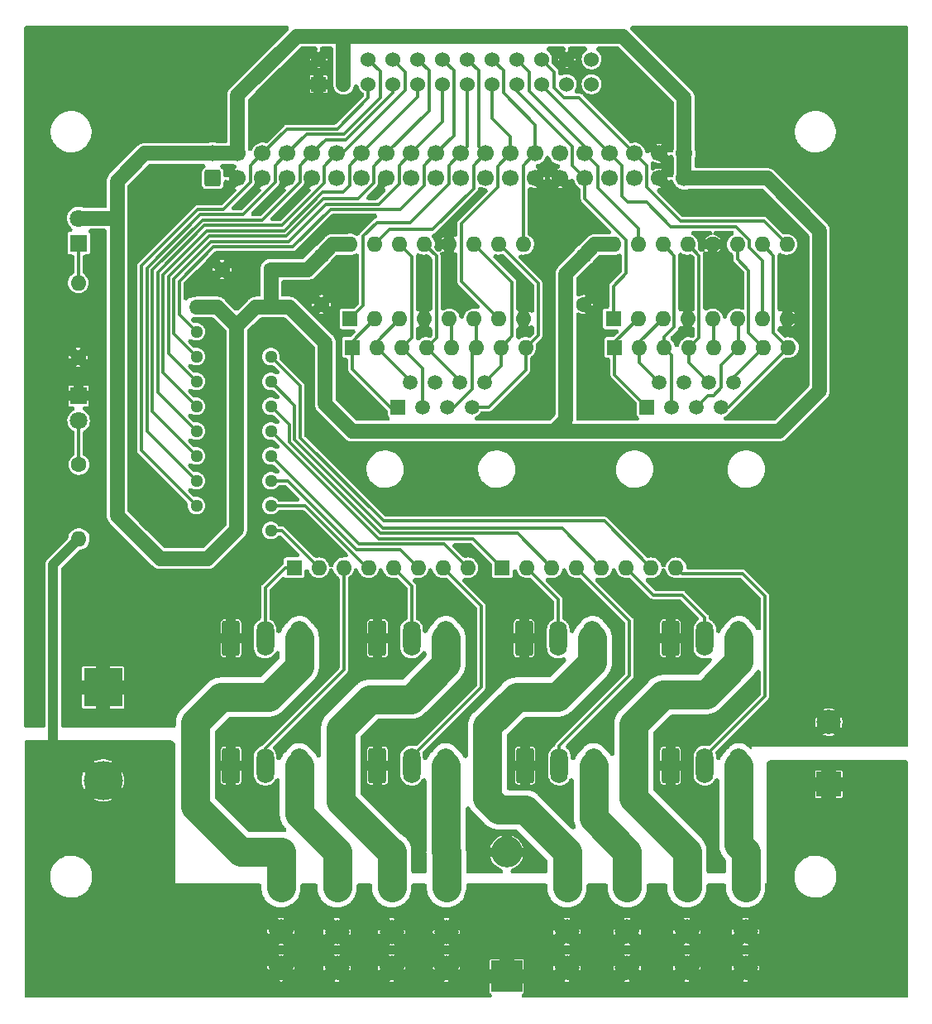
<source format=gbr>
%TF.GenerationSoftware,KiCad,Pcbnew,(6.0.7)*%
%TF.CreationDate,2022-08-14T01:50:45-04:00*%
%TF.ProjectId,Multi_Expansion,4d756c74-695f-4457-9870-616e73696f6e,v3*%
%TF.SameCoordinates,Original*%
%TF.FileFunction,Copper,L1,Top*%
%TF.FilePolarity,Positive*%
%FSLAX46Y46*%
G04 Gerber Fmt 4.6, Leading zero omitted, Abs format (unit mm)*
G04 Created by KiCad (PCBNEW (6.0.7)) date 2022-08-14 01:50:45*
%MOMM*%
%LPD*%
G01*
G04 APERTURE LIST*
G04 Aperture macros list*
%AMRoundRect*
0 Rectangle with rounded corners*
0 $1 Rounding radius*
0 $2 $3 $4 $5 $6 $7 $8 $9 X,Y pos of 4 corners*
0 Add a 4 corners polygon primitive as box body*
4,1,4,$2,$3,$4,$5,$6,$7,$8,$9,$2,$3,0*
0 Add four circle primitives for the rounded corners*
1,1,$1+$1,$2,$3*
1,1,$1+$1,$4,$5*
1,1,$1+$1,$6,$7*
1,1,$1+$1,$8,$9*
0 Add four rect primitives between the rounded corners*
20,1,$1+$1,$2,$3,$4,$5,0*
20,1,$1+$1,$4,$5,$6,$7,0*
20,1,$1+$1,$6,$7,$8,$9,0*
20,1,$1+$1,$8,$9,$2,$3,0*%
G04 Aperture macros list end*
%TA.AperFunction,ComponentPad*%
%ADD10RoundRect,0.250000X-0.650000X-1.550000X0.650000X-1.550000X0.650000X1.550000X-0.650000X1.550000X0*%
%TD*%
%TA.AperFunction,ComponentPad*%
%ADD11O,1.800000X3.600000*%
%TD*%
%TA.AperFunction,ComponentPad*%
%ADD12C,2.475000*%
%TD*%
%TA.AperFunction,ComponentPad*%
%ADD13C,1.600000*%
%TD*%
%TA.AperFunction,ComponentPad*%
%ADD14R,1.600000X1.600000*%
%TD*%
%TA.AperFunction,ComponentPad*%
%ADD15O,1.600000X1.600000*%
%TD*%
%TA.AperFunction,ComponentPad*%
%ADD16R,3.200000X3.200000*%
%TD*%
%TA.AperFunction,ComponentPad*%
%ADD17O,3.200000X3.200000*%
%TD*%
%TA.AperFunction,ComponentPad*%
%ADD18R,1.800000X1.800000*%
%TD*%
%TA.AperFunction,ComponentPad*%
%ADD19C,1.800000*%
%TD*%
%TA.AperFunction,ComponentPad*%
%ADD20R,1.295400X1.295400*%
%TD*%
%TA.AperFunction,ComponentPad*%
%ADD21C,1.295400*%
%TD*%
%TA.AperFunction,ComponentPad*%
%ADD22R,4.000000X4.000000*%
%TD*%
%TA.AperFunction,ComponentPad*%
%ADD23C,4.000000*%
%TD*%
%TA.AperFunction,ComponentPad*%
%ADD24R,1.500000X1.500000*%
%TD*%
%TA.AperFunction,ComponentPad*%
%ADD25C,1.500000*%
%TD*%
%TA.AperFunction,ComponentPad*%
%ADD26R,2.500000X2.500000*%
%TD*%
%TA.AperFunction,ComponentPad*%
%ADD27C,2.500000*%
%TD*%
%TA.AperFunction,ComponentPad*%
%ADD28RoundRect,0.250000X0.600000X-0.600000X0.600000X0.600000X-0.600000X0.600000X-0.600000X-0.600000X0*%
%TD*%
%TA.AperFunction,ComponentPad*%
%ADD29C,1.700000*%
%TD*%
%TA.AperFunction,ComponentPad*%
%ADD30R,1.530000X1.530000*%
%TD*%
%TA.AperFunction,ComponentPad*%
%ADD31C,1.530000*%
%TD*%
%TA.AperFunction,ViaPad*%
%ADD32C,0.800000*%
%TD*%
%TA.AperFunction,Conductor*%
%ADD33C,0.350000*%
%TD*%
%TA.AperFunction,Conductor*%
%ADD34C,1.500000*%
%TD*%
%TA.AperFunction,Conductor*%
%ADD35C,1.000000*%
%TD*%
%TA.AperFunction,Conductor*%
%ADD36C,3.000000*%
%TD*%
%TA.AperFunction,Conductor*%
%ADD37C,2.999999*%
%TD*%
G04 APERTURE END LIST*
D10*
%TO.P,J2,1,Pin_1*%
%TO.N,GND*%
X89100000Y-129600000D03*
D11*
%TO.P,J2,2,Pin_2*%
%TO.N,/Output 1-8/DOUT2*%
X92600000Y-129600000D03*
%TO.P,J2,3,Pin_3*%
%TO.N,/Output 1-8/VOUT2*%
X96100000Y-129600000D03*
%TD*%
D10*
%TO.P,J5,1,Pin_1*%
%TO.N,GND*%
X119100000Y-116600000D03*
D11*
%TO.P,J5,2,Pin_2*%
%TO.N,/Output 1-8/DOUT5*%
X122600000Y-116600000D03*
%TO.P,J5,3,Pin_3*%
%TO.N,/Output 1-8/VOUT5*%
X126100000Y-116600000D03*
%TD*%
D10*
%TO.P,J6,1,Pin_1*%
%TO.N,GND*%
X119214342Y-129600000D03*
D11*
%TO.P,J6,2,Pin_2*%
%TO.N,/Output 1-8/DOUT6*%
X122714342Y-129600000D03*
%TO.P,J6,3,Pin_3*%
%TO.N,/Output 1-8/VOUT6*%
X126214342Y-129600000D03*
%TD*%
D10*
%TO.P,J7,1,Pin_1*%
%TO.N,GND*%
X134100000Y-116600000D03*
D11*
%TO.P,J7,2,Pin_2*%
%TO.N,/Output 1-8/DOUT7*%
X137600000Y-116600000D03*
%TO.P,J7,3,Pin_3*%
%TO.N,/Output 1-8/VOUT7*%
X141100000Y-116600000D03*
%TD*%
D10*
%TO.P,J8,1,Pin_1*%
%TO.N,GND*%
X134100000Y-129600000D03*
D11*
%TO.P,J8,2,Pin_2*%
%TO.N,/Output 1-8/DOUT8*%
X137600000Y-129600000D03*
%TO.P,J8,3,Pin_3*%
%TO.N,/Output 1-8/VOUT8*%
X141100000Y-129600000D03*
%TD*%
D12*
%TO.P,F1,1_1,1*%
%TO.N,VIN1*%
X94222600Y-150288600D03*
%TO.P,F1,1_2,1*%
X94222600Y-146588600D03*
%TO.P,F1,2_1,2*%
%TO.N,/Output 1-8/VOUT1*%
X94222600Y-142088600D03*
%TO.P,F1,2_2,2*%
X94222600Y-138388600D03*
%TD*%
%TO.P,F7,1_1,1*%
%TO.N,VIN1*%
X135792600Y-150298600D03*
%TO.P,F7,1_2,1*%
X135792600Y-146598600D03*
%TO.P,F7,2_1,2*%
%TO.N,/Output 1-8/VOUT7*%
X135792600Y-142098600D03*
%TO.P,F7,2_2,2*%
X135792600Y-138398600D03*
%TD*%
D13*
%TO.P,C3,1*%
%TO.N,+5V*%
X93201000Y-78867800D03*
%TO.P,C3,2*%
%TO.N,GND*%
X88201000Y-78867800D03*
%TD*%
D12*
%TO.P,F2,1_1,1*%
%TO.N,VIN1*%
X99967600Y-150303600D03*
%TO.P,F2,1_2,1*%
X99967600Y-146603600D03*
%TO.P,F2,2_1,2*%
%TO.N,/Output 1-8/VOUT2*%
X99967600Y-142103600D03*
%TO.P,F2,2_2,2*%
X99967600Y-138403600D03*
%TD*%
%TO.P,F6,1_1,1*%
%TO.N,VIN1*%
X129672600Y-150298600D03*
%TO.P,F6,1_2,1*%
X129672600Y-146598600D03*
%TO.P,F6,2_1,2*%
%TO.N,/Output 1-8/VOUT6*%
X129672600Y-142098600D03*
%TO.P,F6,2_2,2*%
X129672600Y-138398600D03*
%TD*%
%TO.P,F8,1_1,1*%
%TO.N,VIN1*%
X141793100Y-150298600D03*
%TO.P,F8,1_2,1*%
X141793100Y-146598600D03*
%TO.P,F8,2_1,2*%
%TO.N,/Output 1-8/VOUT8*%
X141793100Y-142098600D03*
%TO.P,F8,2_2,2*%
X141793100Y-138398600D03*
%TD*%
%TO.P,F5,1_1,1*%
%TO.N,VIN1*%
X123512600Y-150298600D03*
%TO.P,F5,1_2,1*%
X123512600Y-146598600D03*
%TO.P,F5,2_1,2*%
%TO.N,/Output 1-8/VOUT5*%
X123512600Y-142098600D03*
%TO.P,F5,2_2,2*%
X123512600Y-138398600D03*
%TD*%
%TO.P,F3,1_1,1*%
%TO.N,VIN1*%
X105567600Y-150303600D03*
%TO.P,F3,1_2,1*%
X105567600Y-146603600D03*
%TO.P,F3,2_1,2*%
%TO.N,/Output 1-8/VOUT3*%
X105567600Y-142103600D03*
%TO.P,F3,2_2,2*%
X105567600Y-138403600D03*
%TD*%
D14*
%TO.P,RN1,1,R1.1*%
%TO.N,/Output 1-8/DOUT1*%
X95561500Y-109367800D03*
D15*
%TO.P,RN1,2,R1.2*%
%TO.N,Net-(RN1-Pad2)*%
X98101500Y-109367800D03*
%TO.P,RN1,3,R2.1*%
%TO.N,/Output 1-8/DOUT2*%
X100641500Y-109367800D03*
%TO.P,RN1,4,R2.2*%
%TO.N,Net-(RN1-Pad4)*%
X103181500Y-109367800D03*
%TO.P,RN1,5,R3.1*%
%TO.N,/Output 1-8/DOUT3*%
X105721500Y-109367800D03*
%TO.P,RN1,6,R3.2*%
%TO.N,Net-(RN1-Pad6)*%
X108261500Y-109367800D03*
%TO.P,RN1,7,R4.1*%
%TO.N,/Output 1-8/DOUT4*%
X110801500Y-109367800D03*
%TO.P,RN1,8,R4.2*%
%TO.N,Net-(RN1-Pad8)*%
X113341500Y-109367800D03*
%TD*%
D12*
%TO.P,F4,1_1,1*%
%TO.N,VIN1*%
X111167600Y-150303600D03*
%TO.P,F4,1_2,1*%
X111167600Y-146603600D03*
%TO.P,F4,2_1,2*%
%TO.N,/Output 1-8/VOUT4*%
X111167600Y-142103600D03*
%TO.P,F4,2_2,2*%
X111167600Y-138403600D03*
%TD*%
D10*
%TO.P,J1,1,Pin_1*%
%TO.N,GND*%
X89100000Y-116600000D03*
D11*
%TO.P,J1,2,Pin_2*%
%TO.N,/Output 1-8/DOUT1*%
X92600000Y-116600000D03*
%TO.P,J1,3,Pin_3*%
%TO.N,/Output 1-8/VOUT1*%
X96100000Y-116600000D03*
%TD*%
D10*
%TO.P,J3,1,Pin_1*%
%TO.N,GND*%
X104100000Y-116600000D03*
D11*
%TO.P,J3,2,Pin_2*%
%TO.N,/Output 1-8/DOUT3*%
X107600000Y-116600000D03*
%TO.P,J3,3,Pin_3*%
%TO.N,/Output 1-8/VOUT3*%
X111100000Y-116600000D03*
%TD*%
D10*
%TO.P,J4,1,Pin_1*%
%TO.N,GND*%
X104100000Y-129600000D03*
D11*
%TO.P,J4,2,Pin_2*%
%TO.N,/Output 1-8/DOUT4*%
X107600000Y-129600000D03*
%TO.P,J4,3,Pin_3*%
%TO.N,/Output 1-8/VOUT4*%
X111100000Y-129600000D03*
%TD*%
D16*
%TO.P,D1,1,K*%
%TO.N,VIN1*%
X117332600Y-151168600D03*
D17*
%TO.P,D1,2,A*%
%TO.N,GND*%
X117332600Y-138468600D03*
%TD*%
D13*
%TO.P,R1,1*%
%TO.N,Net-(D2-Pad2)*%
X73531000Y-98817800D03*
D15*
%TO.P,R1,2*%
%TO.N,VIN1*%
X73531000Y-106437800D03*
%TD*%
D18*
%TO.P,D3,1,K*%
%TO.N,Net-(D3-Pad1)*%
X73517133Y-76181833D03*
D19*
%TO.P,D3,2,A*%
%TO.N,+5V*%
X73517133Y-73641833D03*
%TD*%
D13*
%TO.P,R2,1*%
%TO.N,GND*%
X73467133Y-87841833D03*
D15*
%TO.P,R2,2*%
%TO.N,Net-(D3-Pad1)*%
X73467133Y-80221833D03*
%TD*%
D20*
%TO.P,U3,1,DIR*%
%TO.N,+5V*%
X85565133Y-82707833D03*
D21*
%TO.P,U3,2,A1*%
%TO.N,OUT24*%
X85565133Y-85247833D03*
%TO.P,U3,3,A2*%
%TO.N,OUT23*%
X85565133Y-87787833D03*
%TO.P,U3,4,A3*%
%TO.N,OUT22*%
X85565133Y-90327833D03*
%TO.P,U3,5,A4*%
%TO.N,OUT21*%
X85565133Y-92867833D03*
%TO.P,U3,6,A5*%
%TO.N,OUT20*%
X85565133Y-95407833D03*
%TO.P,U3,7,A6*%
%TO.N,OUT19*%
X85565133Y-97947833D03*
%TO.P,U3,8,A7*%
%TO.N,OUT18*%
X85565133Y-100487833D03*
%TO.P,U3,9,A8*%
%TO.N,OUT17*%
X85565133Y-103027833D03*
%TO.P,U3,10,GND*%
%TO.N,GND*%
X85565133Y-105567833D03*
%TO.P,U3,11,B8*%
%TO.N,Net-(RN1-Pad2)*%
X93185133Y-105567833D03*
%TO.P,U3,12,B7*%
%TO.N,Net-(RN1-Pad4)*%
X93185133Y-103027833D03*
%TO.P,U3,13,B6*%
%TO.N,Net-(RN1-Pad6)*%
X93185133Y-100487833D03*
%TO.P,U3,14,B5*%
%TO.N,Net-(RN1-Pad8)*%
X93185133Y-97947833D03*
%TO.P,U3,15,B4*%
%TO.N,Net-(RN2-Pad1)*%
X93185133Y-95407833D03*
%TO.P,U3,16,B3*%
%TO.N,Net-(RN2-Pad3)*%
X93185133Y-92867833D03*
%TO.P,U3,17,B2*%
%TO.N,Net-(RN2-Pad5)*%
X93185133Y-90327833D03*
%TO.P,U3,18,B1*%
%TO.N,Net-(RN2-Pad7)*%
X93185133Y-87787833D03*
%TO.P,U3,19,\u002AOE*%
%TO.N,GND*%
X93185133Y-85247833D03*
%TO.P,U3,20,VCC*%
%TO.N,+5V*%
X93185133Y-82707833D03*
%TD*%
D14*
%TO.P,RN2,1,R1.1*%
%TO.N,Net-(RN2-Pad1)*%
X116876000Y-109367800D03*
D15*
%TO.P,RN2,2,R1.2*%
%TO.N,/Output 1-8/DOUT5*%
X119416000Y-109367800D03*
%TO.P,RN2,3,R2.1*%
%TO.N,Net-(RN2-Pad3)*%
X121956000Y-109367800D03*
%TO.P,RN2,4,R2.2*%
%TO.N,/Output 1-8/DOUT6*%
X124496000Y-109367800D03*
%TO.P,RN2,5,R3.1*%
%TO.N,Net-(RN2-Pad5)*%
X127036000Y-109367800D03*
%TO.P,RN2,6,R3.2*%
%TO.N,/Output 1-8/DOUT7*%
X129576000Y-109367800D03*
%TO.P,RN2,7,R4.1*%
%TO.N,Net-(RN2-Pad7)*%
X132116000Y-109367800D03*
%TO.P,RN2,8,R4.2*%
%TO.N,/Output 1-8/DOUT8*%
X134656000Y-109367800D03*
%TD*%
D22*
%TO.P,TB1,1,P1*%
%TO.N,GND*%
X76001000Y-121617800D03*
D23*
%TO.P,TB1,2,P2*%
%TO.N,VIN1*%
X76001000Y-131117800D03*
%TD*%
D18*
%TO.P,D2,1,K*%
%TO.N,GND*%
X73501000Y-91792800D03*
D19*
%TO.P,D2,2,A*%
%TO.N,Net-(D2-Pad2)*%
X73501000Y-94332800D03*
%TD*%
D14*
%TO.P,U1,1,1A*%
%TO.N,OUT25*%
X101290867Y-83917767D03*
D15*
%TO.P,U1,2,1Y*%
%TO.N,/Differential/Serial1_P*%
X103830867Y-83917767D03*
%TO.P,U1,3,1Z*%
%TO.N,/Differential/Serial1_N*%
X106370867Y-83917767D03*
%TO.P,U1,4,G*%
%TO.N,GND*%
X108910867Y-83917767D03*
%TO.P,U1,5,2Z*%
%TO.N,/Differential/Serial3_N*%
X111450867Y-83917767D03*
%TO.P,U1,6,2Y*%
%TO.N,/Differential/Serial3_P*%
X113990867Y-83917767D03*
%TO.P,U1,7,2A*%
%TO.N,OUT27*%
X116530867Y-83917767D03*
%TO.P,U1,8,GND*%
%TO.N,GND*%
X119070867Y-83917767D03*
%TO.P,U1,9,3A*%
%TO.N,OUT28*%
X119070867Y-76297767D03*
%TO.P,U1,10,3Y*%
%TO.N,/Differential/Serial4_P*%
X116530867Y-76297767D03*
%TO.P,U1,11,3Z*%
%TO.N,/Differential/Serial4_N*%
X113990867Y-76297767D03*
%TO.P,U1,12,~{G}*%
%TO.N,GND*%
X111450867Y-76297767D03*
%TO.P,U1,13,4Z*%
%TO.N,/Differential/Serial2_N*%
X108910867Y-76297767D03*
%TO.P,U1,14,4Y*%
%TO.N,/Differential/Serial2_P*%
X106370867Y-76297767D03*
%TO.P,U1,15,4A*%
%TO.N,OUT26*%
X103830867Y-76297767D03*
%TO.P,U1,16,VCC*%
%TO.N,+5V*%
X101290867Y-76297767D03*
%TD*%
D13*
%TO.P,C2,1*%
%TO.N,+5V*%
X98351000Y-77442800D03*
%TO.P,C2,2*%
%TO.N,GND*%
X98351000Y-82442800D03*
%TD*%
%TO.P,C1,1*%
%TO.N,+5V*%
X125226000Y-77442800D03*
%TO.P,C1,2*%
%TO.N,GND*%
X125226000Y-82442800D03*
%TD*%
D14*
%TO.P,U2,1,1A*%
%TO.N,OUT29*%
X128239000Y-83917767D03*
D15*
%TO.P,U2,2,1Y*%
%TO.N,/Differential/Serial5_P*%
X130779000Y-83917767D03*
%TO.P,U2,3,1Z*%
%TO.N,/Differential/Serial5_N*%
X133319000Y-83917767D03*
%TO.P,U2,4,G*%
%TO.N,GND*%
X135859000Y-83917767D03*
%TO.P,U2,5,2Z*%
%TO.N,/Differential/Serial7_N*%
X138399000Y-83917767D03*
%TO.P,U2,6,2Y*%
%TO.N,/Differential/Serial7_P*%
X140939000Y-83917767D03*
%TO.P,U2,7,2A*%
%TO.N,OUT31*%
X143479000Y-83917767D03*
%TO.P,U2,8,GND*%
%TO.N,GND*%
X146019000Y-83917767D03*
%TO.P,U2,9,3A*%
%TO.N,OUT32*%
X146019000Y-76297767D03*
%TO.P,U2,10,3Y*%
%TO.N,/Differential/Serial8_P*%
X143479000Y-76297767D03*
%TO.P,U2,11,3Z*%
%TO.N,/Differential/Serial8_N*%
X140939000Y-76297767D03*
%TO.P,U2,12,~{G}*%
%TO.N,GND*%
X138399000Y-76297767D03*
%TO.P,U2,13,4Z*%
%TO.N,/Differential/Serial6_N*%
X135859000Y-76297767D03*
%TO.P,U2,14,4Y*%
%TO.N,/Differential/Serial6_P*%
X133319000Y-76297767D03*
%TO.P,U2,15,4A*%
%TO.N,OUT30*%
X130779000Y-76297767D03*
%TO.P,U2,16,VCC*%
%TO.N,+5V*%
X128239000Y-76297767D03*
%TD*%
D14*
%TO.P,RN3,1,R1.1*%
%TO.N,/Differential/Serial1_P*%
X101515867Y-86842767D03*
D15*
%TO.P,RN3,2,R1.2*%
%TO.N,/Differential/Serial1_N*%
X104055867Y-86842767D03*
%TO.P,RN3,3,R2.1*%
%TO.N,/Differential/Serial2_P*%
X106595867Y-86842767D03*
%TO.P,RN3,4,R2.2*%
%TO.N,/Differential/Serial2_N*%
X109135867Y-86842767D03*
%TO.P,RN3,5,R3.1*%
%TO.N,/Differential/Serial3_N*%
X111675867Y-86842767D03*
%TO.P,RN3,6,R3.2*%
%TO.N,/Differential/Serial3_P*%
X114215867Y-86842767D03*
%TO.P,RN3,7,R4.1*%
%TO.N,/Differential/Serial4_N*%
X116755867Y-86842767D03*
%TO.P,RN3,8,R4.2*%
%TO.N,/Differential/Serial4_P*%
X119295867Y-86842767D03*
%TD*%
D14*
%TO.P,RN4,1,R1.1*%
%TO.N,/Differential/Serial5_P*%
X128390867Y-86842767D03*
D15*
%TO.P,RN4,2,R1.2*%
%TO.N,/Differential/Serial5_N*%
X130930867Y-86842767D03*
%TO.P,RN4,3,R2.1*%
%TO.N,/Differential/Serial6_P*%
X133470867Y-86842767D03*
%TO.P,RN4,4,R2.2*%
%TO.N,/Differential/Serial6_N*%
X136010867Y-86842767D03*
%TO.P,RN4,5,R3.1*%
%TO.N,/Differential/Serial7_N*%
X138550867Y-86842767D03*
%TO.P,RN4,6,R3.2*%
%TO.N,/Differential/Serial7_P*%
X141090867Y-86842767D03*
%TO.P,RN4,7,R4.1*%
%TO.N,/Differential/Serial8_N*%
X143630867Y-86842767D03*
%TO.P,RN4,8,R4.2*%
%TO.N,/Differential/Serial8_P*%
X146170867Y-86842767D03*
%TD*%
D24*
%TO.P,J11,1*%
%TO.N,/Differential/Serial5_P*%
X131689000Y-92942767D03*
D25*
%TO.P,J11,2*%
%TO.N,/Differential/Serial5_N*%
X132959000Y-90402767D03*
%TO.P,J11,3*%
%TO.N,/Differential/Serial6_P*%
X134229000Y-92942767D03*
%TO.P,J11,4*%
%TO.N,/Differential/Serial7_N*%
X135499000Y-90402767D03*
%TO.P,J11,5*%
%TO.N,/Differential/Serial7_P*%
X136769000Y-92942767D03*
%TO.P,J11,6*%
%TO.N,/Differential/Serial6_N*%
X138039000Y-90402767D03*
%TO.P,J11,7*%
%TO.N,/Differential/Serial8_P*%
X139309000Y-92942767D03*
%TO.P,J11,8*%
%TO.N,/Differential/Serial8_N*%
X140579000Y-90402767D03*
%TD*%
D24*
%TO.P,J10,1*%
%TO.N,/Differential/Serial1_P*%
X106158367Y-92942767D03*
D25*
%TO.P,J10,2*%
%TO.N,/Differential/Serial1_N*%
X107428367Y-90402767D03*
%TO.P,J10,3*%
%TO.N,/Differential/Serial2_P*%
X108698367Y-92942767D03*
%TO.P,J10,4*%
%TO.N,/Differential/Serial3_N*%
X109968367Y-90402767D03*
%TO.P,J10,5*%
%TO.N,/Differential/Serial3_P*%
X111238367Y-92942767D03*
%TO.P,J10,6*%
%TO.N,/Differential/Serial2_N*%
X112508367Y-90402767D03*
%TO.P,J10,7*%
%TO.N,/Differential/Serial4_P*%
X113778367Y-92942767D03*
%TO.P,J10,8*%
%TO.N,/Differential/Serial4_N*%
X115048367Y-90402767D03*
%TD*%
D26*
%TO.P,J9,1,Pin_1*%
%TO.N,VIN1*%
X150301000Y-131517800D03*
D27*
%TO.P,J9,2,Pin_2*%
%TO.N,GND*%
X150301000Y-125167800D03*
%TD*%
D28*
%TO.P,J12,1,Pin_1*%
%TO.N,unconnected-(J12-Pad1)*%
X87241000Y-69545300D03*
D29*
%TO.P,J12,2,Pin_2*%
%TO.N,+5V*%
X87241000Y-67005300D03*
%TO.P,J12,3,Pin_3*%
%TO.N,GND*%
X89781000Y-69545300D03*
%TO.P,J12,4,Pin_4*%
%TO.N,+5V*%
X89781000Y-67005300D03*
%TO.P,J12,5,Pin_5*%
%TO.N,GND*%
X92321000Y-69545300D03*
%TO.P,J12,6,Pin_6*%
%TO.N,OUT17*%
X92321000Y-67005300D03*
%TO.P,J12,7,Pin_7*%
%TO.N,GND*%
X94861000Y-69545300D03*
%TO.P,J12,8,Pin_8*%
%TO.N,OUT18*%
X94861000Y-67005300D03*
%TO.P,J12,9,Pin_9*%
%TO.N,GND*%
X97401000Y-69545300D03*
%TO.P,J12,10,Pin_10*%
%TO.N,OUT19*%
X97401000Y-67005300D03*
%TO.P,J12,11,Pin_11*%
%TO.N,GND*%
X99941000Y-69545300D03*
%TO.P,J12,12,Pin_12*%
%TO.N,OUT20*%
X99941000Y-67005300D03*
%TO.P,J12,13,Pin_13*%
%TO.N,GND*%
X102481000Y-69545300D03*
%TO.P,J12,14,Pin_14*%
%TO.N,OUT21*%
X102481000Y-67005300D03*
%TO.P,J12,15,Pin_15*%
%TO.N,GND*%
X105021000Y-69545300D03*
%TO.P,J12,16,Pin_16*%
%TO.N,OUT22*%
X105021000Y-67005300D03*
%TO.P,J12,17,Pin_17*%
%TO.N,GND*%
X107561000Y-69545300D03*
%TO.P,J12,18,Pin_18*%
%TO.N,OUT23*%
X107561000Y-67005300D03*
%TO.P,J12,19,Pin_19*%
%TO.N,GND*%
X110101000Y-69545300D03*
%TO.P,J12,20,Pin_20*%
%TO.N,OUT24*%
X110101000Y-67005300D03*
%TO.P,J12,21,Pin_21*%
%TO.N,GND*%
X112641000Y-69545300D03*
%TO.P,J12,22,Pin_22*%
%TO.N,OUT25*%
X112641000Y-67005300D03*
%TO.P,J12,23,Pin_23*%
%TO.N,GND*%
X115181000Y-69545300D03*
%TO.P,J12,24,Pin_24*%
%TO.N,OUT26*%
X115181000Y-67005300D03*
%TO.P,J12,25,Pin_25*%
%TO.N,GND*%
X117721000Y-69545300D03*
%TO.P,J12,26,Pin_26*%
%TO.N,OUT27*%
X117721000Y-67005300D03*
%TO.P,J12,27,Pin_27*%
%TO.N,GND*%
X120261000Y-69545300D03*
%TO.P,J12,28,Pin_28*%
%TO.N,OUT28*%
X120261000Y-67005300D03*
%TO.P,J12,29,Pin_29*%
%TO.N,GND*%
X122801000Y-69545300D03*
%TO.P,J12,30,Pin_30*%
%TO.N,unconnected-(J12-Pad30)*%
X122801000Y-67005300D03*
%TO.P,J12,31,Pin_31*%
%TO.N,OUT29*%
X125341000Y-69545300D03*
%TO.P,J12,32,Pin_32*%
%TO.N,OUT30*%
X125341000Y-67005300D03*
%TO.P,J12,33,Pin_33*%
%TO.N,GND*%
X127881000Y-69545300D03*
%TO.P,J12,34,Pin_34*%
%TO.N,OUT31*%
X127881000Y-67005300D03*
%TO.P,J12,35,Pin_35*%
%TO.N,GND*%
X130421000Y-69545300D03*
%TO.P,J12,36,Pin_36*%
%TO.N,OUT32*%
X130421000Y-67005300D03*
%TO.P,J12,37,Pin_37*%
%TO.N,GND*%
X132961000Y-69545300D03*
%TO.P,J12,38,Pin_38*%
X132961000Y-67005300D03*
%TO.P,J12,39,Pin_39*%
%TO.N,+5V*%
X135501000Y-69545300D03*
%TO.P,J12,40,Pin_40*%
X135501000Y-67005300D03*
%TD*%
D30*
%TO.P,J13,1,Pin_1*%
%TO.N,GND*%
X98081000Y-59912800D03*
D31*
%TO.P,J13,2,Pin_2*%
X98081000Y-57372800D03*
%TO.P,J13,3,Pin_3*%
%TO.N,+5V*%
X100621000Y-59912800D03*
%TO.P,J13,4,Pin_4*%
X100621000Y-57372800D03*
%TO.P,J13,5,Pin_5*%
%TO.N,OUT17*%
X103161000Y-59912800D03*
%TO.P,J13,6,Pin_6*%
%TO.N,OUT18*%
X103161000Y-57372800D03*
%TO.P,J13,7,Pin_7*%
%TO.N,OUT19*%
X105701000Y-59912800D03*
%TO.P,J13,8,Pin_8*%
%TO.N,OUT20*%
X105701000Y-57372800D03*
%TO.P,J13,9,Pin_9*%
%TO.N,OUT21*%
X108241000Y-59912800D03*
%TO.P,J13,10,Pin_10*%
%TO.N,OUT22*%
X108241000Y-57372800D03*
%TO.P,J13,11,Pin_11*%
%TO.N,OUT23*%
X110781000Y-59912800D03*
%TO.P,J13,12,Pin_12*%
%TO.N,OUT24*%
X110781000Y-57372800D03*
%TO.P,J13,13,Pin_13*%
%TO.N,OUT25*%
X113321000Y-59912800D03*
%TO.P,J13,14,Pin_14*%
%TO.N,OUT26*%
X113321000Y-57372800D03*
%TO.P,J13,15,Pin_15*%
%TO.N,OUT27*%
X115861000Y-59912800D03*
%TO.P,J13,16,Pin_16*%
%TO.N,OUT28*%
X115861000Y-57372800D03*
%TO.P,J13,17,Pin_17*%
%TO.N,OUT29*%
X118401000Y-59912800D03*
%TO.P,J13,18,Pin_18*%
%TO.N,OUT30*%
X118401000Y-57372800D03*
%TO.P,J13,19,Pin_19*%
%TO.N,OUT31*%
X120941000Y-59912800D03*
%TO.P,J13,20,Pin_20*%
%TO.N,OUT32*%
X120941000Y-57372800D03*
%TO.P,J13,21,Pin_21*%
%TO.N,unconnected-(J13-Pad21)*%
X123481000Y-59912800D03*
%TO.P,J13,22,Pin_22*%
%TO.N,GND*%
X123481000Y-57372800D03*
%TO.P,J13,23,Pin_23*%
%TO.N,unconnected-(J13-Pad23)*%
X126021000Y-59912800D03*
%TO.P,J13,24,Pin_24*%
%TO.N,unconnected-(J13-Pad24)*%
X126021000Y-57372800D03*
%TD*%
D32*
%TO.N,GND*%
X147901000Y-101917800D03*
X141901000Y-102917800D03*
X133901000Y-102917800D03*
X154901000Y-54917800D03*
X143901000Y-54917800D03*
X69901000Y-58917800D03*
X76901000Y-54917800D03*
X83901000Y-54917800D03*
X69901000Y-92917800D03*
X69901000Y-82917800D03*
X84901000Y-119917800D03*
X83901000Y-121917800D03*
X82901000Y-123917800D03*
X145901000Y-119917800D03*
X156901000Y-119917800D03*
X156901000Y-109917800D03*
X156901000Y-102917800D03*
X156901000Y-94917800D03*
X156901000Y-87917800D03*
X156901000Y-80917800D03*
X156901000Y-74917800D03*
X156901000Y-67917800D03*
X143541000Y-110327800D03*
X126921000Y-103437800D03*
X116761000Y-103467800D03*
X105241000Y-103207800D03*
X91371000Y-106307800D03*
X88241000Y-109597800D03*
X82761000Y-110287800D03*
X96301000Y-104297800D03*
X122591000Y-77447800D03*
X93371000Y-108357800D03*
X117191000Y-78257800D03*
X145121000Y-115061800D03*
X79911000Y-64827800D03*
X129421000Y-93037800D03*
X96541000Y-77067800D03*
X157601000Y-126617800D03*
X123277000Y-133349800D03*
X79585133Y-73067833D03*
X96681000Y-87237800D03*
X90091000Y-72187800D03*
X147401000Y-89377800D03*
X87571000Y-104257800D03*
X137961000Y-67577800D03*
X88001000Y-61667800D03*
X142151000Y-126167800D03*
X80911000Y-68787800D03*
X148221000Y-71107800D03*
X99551000Y-111342800D03*
X152741000Y-118363800D03*
X108291000Y-139191800D03*
X135631000Y-78187800D03*
X112355000Y-126491800D03*
X103701000Y-111417800D03*
X87841000Y-64817800D03*
X91521000Y-94287800D03*
X126011000Y-93307800D03*
X127251000Y-113767800D03*
X151181000Y-76167800D03*
X69601000Y-104717800D03*
X94821000Y-84977800D03*
X75845133Y-71457833D03*
X124301000Y-111417800D03*
X133481000Y-62377800D03*
X119841000Y-78097800D03*
X69785133Y-74167833D03*
X142327000Y-113537800D03*
X119681000Y-97427800D03*
X150800500Y-90368618D03*
X90131000Y-57977800D03*
X139721000Y-82157800D03*
X92231000Y-72627800D03*
X91801000Y-61857800D03*
X151261000Y-81897800D03*
X133321000Y-97087800D03*
X146221000Y-74277800D03*
X103691000Y-93557800D03*
X126551000Y-74237800D03*
X129026000Y-111442800D03*
X141591000Y-93497800D03*
X146186108Y-96456103D03*
X98651000Y-119967800D03*
X132411000Y-55057800D03*
X109276000Y-111417800D03*
X118635000Y-92612800D03*
X82401000Y-106277800D03*
X92797000Y-135635800D03*
X96861000Y-125983800D03*
X142327000Y-121919800D03*
X139181000Y-97197800D03*
X128291000Y-57097800D03*
X113511000Y-97427800D03*
X69001000Y-124817800D03*
X137571000Y-62187800D03*
X102461000Y-74047800D03*
X152217133Y-71091833D03*
X145951000Y-78247800D03*
X116561000Y-93657800D03*
X156385133Y-61567833D03*
X143721000Y-71997800D03*
X139701000Y-111017800D03*
X108981000Y-78247800D03*
X92311000Y-54617800D03*
X112771000Y-82177800D03*
X99541000Y-107417800D03*
X91501000Y-119617800D03*
X120071000Y-72137800D03*
X121661000Y-86207800D03*
X101961000Y-97217800D03*
X101231000Y-78387800D03*
X87571000Y-94577800D03*
X113371000Y-114807800D03*
X76091000Y-68167800D03*
X126833000Y-126237800D03*
X142911000Y-67687800D03*
X125661000Y-97177800D03*
X91801000Y-64517800D03*
X135141000Y-72187800D03*
X94601000Y-111392800D03*
X95021000Y-101977800D03*
X115376000Y-111492800D03*
X107771000Y-97257800D03*
X85051000Y-69077800D03*
X75275133Y-77937833D03*
X128651000Y-119967800D03*
X98451000Y-114417800D03*
X135776000Y-111417800D03*
X79485133Y-99367833D03*
X87475133Y-85507833D03*
X77585133Y-108227833D03*
X94081000Y-73317800D03*
X99821000Y-74027800D03*
X97571000Y-94207800D03*
X136982867Y-108162767D03*
%TD*%
D33*
%TO.N,OUT32*%
X124731000Y-61315300D02*
X130421000Y-67005300D01*
X123208500Y-61315300D02*
X124731000Y-61315300D01*
X122206000Y-60312800D02*
X123208500Y-61315300D01*
X122206000Y-58637800D02*
X122206000Y-60312800D01*
X120941000Y-57372800D02*
X122206000Y-58637800D01*
D34*
%TO.N,+5V*%
X96926000Y-78867800D02*
X93201000Y-78867800D01*
X89685133Y-84680133D02*
X91657433Y-82707833D01*
X123376000Y-94192800D02*
X123376000Y-79292800D01*
X98351000Y-77442800D02*
X96926000Y-78867800D01*
X144003500Y-69545300D02*
X135501000Y-69545300D01*
X91657433Y-82707833D02*
X93185133Y-82707833D01*
X149351000Y-91242800D02*
X149351000Y-74892800D01*
X149351000Y-74892800D02*
X144003500Y-69545300D01*
X77435133Y-104017833D02*
X77435133Y-69817833D01*
X89685133Y-84680133D02*
X89685133Y-105467833D01*
X81845133Y-108427833D02*
X77435133Y-104017833D01*
X87712833Y-82707833D02*
X89685133Y-84680133D01*
X129211000Y-55007800D02*
X100411000Y-55007800D01*
X101525000Y-95392800D02*
X122176000Y-95392800D01*
X98765000Y-92632800D02*
X101525000Y-95392800D01*
X99496033Y-76297767D02*
X98351000Y-77442800D01*
X100621000Y-55217800D02*
X100411000Y-55007800D01*
X89781000Y-61047800D02*
X89781000Y-67005300D01*
X98765000Y-86356800D02*
X98765000Y-92632800D01*
X93201000Y-78867800D02*
X93201000Y-82691966D01*
X85565133Y-82707833D02*
X87712833Y-82707833D01*
X135501000Y-69545300D02*
X135501000Y-67005300D01*
X93201000Y-82691966D02*
X93185133Y-82707833D01*
X77435133Y-69817833D02*
X80247666Y-67005300D01*
X93185133Y-82707833D02*
X95116033Y-82707833D01*
X80247666Y-67005300D02*
X87241000Y-67005300D01*
X100411000Y-55007800D02*
X95821000Y-55007800D01*
X100621000Y-59912800D02*
X100621000Y-57372800D01*
X73517133Y-73641833D02*
X76989819Y-73641833D01*
X122176000Y-95392800D02*
X123376000Y-94192800D01*
X123376000Y-79292800D02*
X125226000Y-77442800D01*
X101290867Y-76297767D02*
X99496033Y-76297767D01*
X126371033Y-76297767D02*
X125226000Y-77442800D01*
X89685133Y-105467833D02*
X86725133Y-108427833D01*
X128239000Y-76297767D02*
X126371033Y-76297767D01*
X145201000Y-95392800D02*
X149351000Y-91242800D01*
X86725133Y-108427833D02*
X81845133Y-108427833D01*
X100621000Y-57372800D02*
X100621000Y-55217800D01*
X122176000Y-95392800D02*
X145201000Y-95392800D01*
X135501000Y-61297800D02*
X129211000Y-55007800D01*
X95821000Y-55007800D02*
X89781000Y-61047800D01*
X95116033Y-82707833D02*
X98765000Y-86356800D01*
X135501000Y-67005300D02*
X135501000Y-61297800D01*
X89781000Y-67005300D02*
X87241000Y-67005300D01*
D33*
%TO.N,Net-(RN1-Pad4)*%
X103181500Y-109367800D02*
X103050876Y-109367800D01*
X96710909Y-103027833D02*
X93185133Y-103027833D01*
X103050876Y-109367800D02*
X96710909Y-103027833D01*
%TO.N,Net-(RN1-Pad2)*%
X94301533Y-105567833D02*
X93185133Y-105567833D01*
X98101500Y-109367800D02*
X94301533Y-105567833D01*
%TO.N,Net-(RN2-Pad3)*%
X95085133Y-96529283D02*
X104423151Y-105867301D01*
X93185133Y-92867833D02*
X95085133Y-94767833D01*
X104423151Y-105867301D02*
X118455501Y-105867301D01*
X95085133Y-94767833D02*
X95085133Y-96529283D01*
X118455501Y-105867301D02*
X121956000Y-109367800D01*
%TO.N,Net-(RN2-Pad1)*%
X116876000Y-109367800D02*
X113925002Y-106416802D01*
X113925002Y-106416802D02*
X104194102Y-106416802D01*
X104194102Y-106416802D02*
X93185133Y-95407833D01*
%TO.N,Net-(RN1-Pad8)*%
X110940003Y-106966303D02*
X113341500Y-109367800D01*
X102203603Y-106966303D02*
X110940003Y-106966303D01*
X93185133Y-97947833D02*
X102203603Y-106966303D01*
%TO.N,Net-(RN1-Pad6)*%
X94948021Y-100487833D02*
X101975992Y-107515804D01*
X93185133Y-100487833D02*
X94948021Y-100487833D01*
X101975992Y-107515804D02*
X106409504Y-107515804D01*
X106409504Y-107515804D02*
X108261500Y-109367800D01*
%TO.N,Net-(RN2-Pad7)*%
X104703594Y-104592800D02*
X96185155Y-96074361D01*
X96185155Y-96074361D02*
X96185155Y-90787855D01*
X132116000Y-109367800D02*
X127341000Y-104592800D01*
X96185155Y-90787855D02*
X93185133Y-87787833D01*
X127341000Y-104592800D02*
X104703594Y-104592800D01*
%TO.N,Net-(RN2-Pad5)*%
X95635144Y-96302182D02*
X104650762Y-105317800D01*
X104650762Y-105317800D02*
X123001000Y-105317800D01*
X127036000Y-109352800D02*
X127036000Y-109367800D01*
X95635144Y-92777844D02*
X95635144Y-96302182D01*
X123001000Y-105317800D02*
X127036000Y-109352800D01*
X93185133Y-90327833D02*
X95635144Y-92777844D01*
D35*
%TO.N,VIN1*%
X70901000Y-109067800D02*
X70901000Y-127517800D01*
X71301000Y-127917800D02*
X72801000Y-127917800D01*
X70901000Y-127517800D02*
X71301000Y-127917800D01*
X73531000Y-106437800D02*
X70901000Y-109067800D01*
X72801000Y-127917800D02*
X76001000Y-131117800D01*
D36*
%TO.N,/Output 1-8/VOUT1*%
X85460000Y-125240000D02*
X85460000Y-133746000D01*
X90102600Y-138388600D02*
X94222600Y-138388600D01*
D37*
X88100000Y-122600000D02*
X85460000Y-125240000D01*
D36*
X96100000Y-119449000D02*
X96100000Y-116600000D01*
X85460000Y-133746000D02*
X90102600Y-138388600D01*
X88100000Y-122600000D02*
X92949000Y-122600000D01*
X94222600Y-138388600D02*
X94222600Y-142088600D01*
X92949000Y-122600000D02*
X96100000Y-119449000D01*
%TO.N,/Output 1-8/VOUT2*%
X99967600Y-142103600D02*
X99967600Y-138403600D01*
X96100000Y-134536000D02*
X96100000Y-129600000D01*
X99967600Y-138403600D02*
X96100000Y-134536000D01*
%TO.N,/Output 1-8/VOUT3*%
X107512600Y-122813600D02*
X111100000Y-119226200D01*
X111100000Y-119226200D02*
X111100000Y-116600000D01*
X100330000Y-133271600D02*
X100330000Y-125796200D01*
X100330000Y-125796200D02*
X103312600Y-122813600D01*
X105462000Y-138403600D02*
X100330000Y-133271600D01*
X105567600Y-138403600D02*
X105567600Y-142103600D01*
X105567600Y-138403600D02*
X105462000Y-138403600D01*
X103312600Y-122813600D02*
X107512600Y-122813600D01*
%TO.N,/Output 1-8/VOUT4*%
X111100000Y-129600000D02*
X111100000Y-138336000D01*
X111100000Y-138336000D02*
X111167600Y-138403600D01*
X111167600Y-142103600D02*
X111167600Y-138403600D01*
%TO.N,/Output 1-8/VOUT5*%
X122526200Y-122600000D02*
X126100000Y-119026200D01*
X115350000Y-132966000D02*
X115350000Y-125600000D01*
X126100000Y-119026200D02*
X126100000Y-116600000D01*
X119242600Y-134128600D02*
X116512600Y-134128600D01*
X116512600Y-134128600D02*
X115350000Y-132966000D01*
X118350000Y-122600000D02*
X122526200Y-122600000D01*
X123512600Y-142098600D02*
X123512600Y-138398600D01*
X115350000Y-125600000D02*
X118350000Y-122600000D01*
X123512600Y-138398600D02*
X119242600Y-134128600D01*
%TO.N,/Output 1-8/VOUT6*%
X129672600Y-138398600D02*
X126214342Y-134940342D01*
X126214342Y-134940342D02*
X126214342Y-129600000D01*
X129672600Y-138398600D02*
X129672600Y-142098600D01*
%TO.N,/Output 1-8/VOUT7*%
X130350000Y-132956000D02*
X135792600Y-138398600D01*
X137726200Y-122350000D02*
X141100000Y-118976200D01*
X135792600Y-142098600D02*
X135792600Y-138398600D01*
X130350000Y-125350000D02*
X130350000Y-132956000D01*
X130350000Y-125350000D02*
X133350000Y-122350000D01*
X133350000Y-122350000D02*
X137726200Y-122350000D01*
X141100000Y-118976200D02*
X141100000Y-116600000D01*
%TO.N,/Output 1-8/VOUT8*%
X141100000Y-129600000D02*
X141100000Y-137705500D01*
X141100000Y-137705500D02*
X141793100Y-138398600D01*
X141793100Y-142098600D02*
X141793100Y-138398600D01*
D33*
%TO.N,/Output 1-8/DOUT1*%
X92600000Y-118200000D02*
X92600000Y-111443800D01*
X94676000Y-109367800D02*
X95561500Y-109367800D01*
X92600000Y-111443800D02*
X94676000Y-109367800D01*
%TO.N,/Output 1-8/DOUT2*%
X92600000Y-127876200D02*
X92600000Y-129600000D01*
X100641500Y-109367800D02*
X100641500Y-119834700D01*
X100641500Y-119834700D02*
X92600000Y-127876200D01*
%TO.N,/Output 1-8/DOUT3*%
X107600000Y-111246300D02*
X105721500Y-109367800D01*
X107600000Y-116600000D02*
X107600000Y-111246300D01*
%TO.N,/Output 1-8/DOUT4*%
X107600000Y-128700000D02*
X107600000Y-129600000D01*
X114712600Y-121587400D02*
X107600000Y-128700000D01*
X110801500Y-109367800D02*
X114712600Y-113278900D01*
X114712600Y-113278900D02*
X114712600Y-121587400D01*
%TO.N,/Output 1-8/DOUT5*%
X119416000Y-109367800D02*
X119416000Y-109407800D01*
X122600000Y-112591800D02*
X122600000Y-116600000D01*
X119416000Y-109407800D02*
X122600000Y-112591800D01*
%TO.N,/Output 1-8/DOUT6*%
X129912600Y-114804400D02*
X129912600Y-120413600D01*
X124496000Y-109367800D02*
X124496000Y-109387800D01*
X124496000Y-109387800D02*
X129912600Y-114804400D01*
X129912600Y-120413600D02*
X122714342Y-127611858D01*
X122714342Y-127611858D02*
X122714342Y-129600000D01*
%TO.N,/Output 1-8/DOUT7*%
X135313600Y-112163600D02*
X137600000Y-114450000D01*
X137600000Y-114450000D02*
X137600000Y-116600000D01*
X129576000Y-109367800D02*
X132371800Y-112163600D01*
X132371800Y-112163600D02*
X135313600Y-112163600D01*
%TO.N,/Output 1-8/DOUT8*%
X143751000Y-112252000D02*
X141491800Y-109992800D01*
X135281000Y-109992800D02*
X134656000Y-109367800D01*
X137600000Y-129600000D02*
X137600000Y-128700000D01*
X143751000Y-122549000D02*
X143751000Y-112252000D01*
X137600000Y-128700000D02*
X143751000Y-122549000D01*
X141491800Y-109992800D02*
X135281000Y-109992800D01*
%TO.N,OUT32*%
X131646000Y-70437800D02*
X135126000Y-73917800D01*
X131646000Y-68230300D02*
X131646000Y-70437800D01*
X146019000Y-76260800D02*
X146019000Y-76297767D01*
X130421000Y-67005300D02*
X131646000Y-68230300D01*
X143676000Y-73917800D02*
X146019000Y-76260800D01*
X135126000Y-73917800D02*
X143676000Y-73917800D01*
%TO.N,OUT24*%
X85565133Y-85247833D02*
X83785133Y-83467833D01*
X108876000Y-70292800D02*
X108876000Y-68230300D01*
X110781000Y-57372800D02*
X111921000Y-58512800D01*
X108876000Y-68230300D02*
X110101000Y-67005300D01*
X99285945Y-72741303D02*
X106427497Y-72741303D01*
X111921000Y-58512800D02*
X111921000Y-65185300D01*
X95459448Y-76567800D02*
X99285945Y-72741303D01*
X83785133Y-83467833D02*
X83785133Y-80073451D01*
X83785133Y-80073451D02*
X87290784Y-76567800D01*
X106427497Y-72741303D02*
X108876000Y-70292800D01*
X87290784Y-76567800D02*
X95459448Y-76567800D01*
X111921000Y-65185300D02*
X110101000Y-67005300D01*
%TO.N,OUT31*%
X142176000Y-75873066D02*
X142176000Y-76656468D01*
X127881000Y-67005300D02*
X120941000Y-60065300D01*
X120941000Y-60065300D02*
X120941000Y-59912800D01*
X129106000Y-68230300D02*
X129106000Y-71372800D01*
X131646000Y-71962800D02*
X134150501Y-74467301D01*
X134150501Y-74467301D02*
X140770235Y-74467301D01*
X129106000Y-71372800D02*
X129696000Y-71962800D01*
X140770235Y-74467301D02*
X142176000Y-75873066D01*
X143479000Y-77959468D02*
X143479000Y-83917767D01*
X127881000Y-67005300D02*
X129106000Y-68230300D01*
X129696000Y-71962800D02*
X131646000Y-71962800D01*
X142176000Y-76656468D02*
X143479000Y-77959468D01*
%TO.N,OUT23*%
X83235122Y-85457822D02*
X85565133Y-87787833D01*
X94995242Y-76014806D02*
X87066666Y-76014806D01*
X104205108Y-72191802D02*
X98818246Y-72191802D01*
X83235122Y-79846350D02*
X83235122Y-85457822D01*
X106336000Y-70060910D02*
X104205108Y-72191802D01*
X106336000Y-68230300D02*
X106336000Y-70060910D01*
X110781000Y-59912800D02*
X110781000Y-63785300D01*
X98818246Y-72191802D02*
X94995242Y-76014806D01*
X107561000Y-67005300D02*
X106336000Y-68230300D01*
X110781000Y-63785300D02*
X107561000Y-67005300D01*
X87066666Y-76014806D02*
X83235122Y-79846350D01*
%TO.N,OUT30*%
X119676000Y-58647800D02*
X118401000Y-57372800D01*
X125341000Y-66277800D02*
X119676000Y-60612800D01*
X130779000Y-76297767D02*
X130779000Y-74684802D01*
X130779000Y-74684802D02*
X126626000Y-70531802D01*
X126626000Y-70531802D02*
X126626000Y-68290300D01*
X119676000Y-60612800D02*
X119676000Y-58647800D01*
X125341000Y-67005300D02*
X125341000Y-66277800D01*
X126626000Y-68290300D02*
X125341000Y-67005300D01*
%TO.N,OUT22*%
X109381000Y-58512800D02*
X109381000Y-62645300D01*
X102116411Y-71642301D02*
X103706000Y-70052712D01*
X98590635Y-71642301D02*
X102116411Y-71642301D01*
X82685111Y-79619249D02*
X86839055Y-75465305D01*
X108241000Y-57372800D02*
X109381000Y-58512800D01*
X94767631Y-75465305D02*
X98590635Y-71642301D01*
X86839055Y-75465305D02*
X94767631Y-75465305D01*
X82685111Y-87447811D02*
X82685111Y-79619249D01*
X103706000Y-70052712D02*
X103706000Y-68320300D01*
X109381000Y-62645300D02*
X105021000Y-67005300D01*
X103706000Y-68320300D02*
X105021000Y-67005300D01*
X85565133Y-90327833D02*
X82685111Y-87447811D01*
%TO.N,OUT21*%
X98488024Y-70967800D02*
X94540020Y-74915804D01*
X94540020Y-74915804D02*
X86611444Y-74915804D01*
X101256500Y-70287300D02*
X100576000Y-70967800D01*
X100576000Y-70967800D02*
X98488024Y-70967800D01*
X82135100Y-89437800D02*
X85565133Y-92867833D01*
X102481000Y-67005300D02*
X101256500Y-68229800D01*
X108241000Y-61245300D02*
X102481000Y-67005300D01*
X108241000Y-59912800D02*
X108241000Y-61245300D01*
X86611444Y-74915804D02*
X82135100Y-79392148D01*
X82135100Y-79392148D02*
X82135100Y-89437800D01*
X101256500Y-68229800D02*
X101256500Y-70287300D01*
%TO.N,OUT20*%
X86383833Y-74366303D02*
X94312409Y-74366303D01*
X98626000Y-70052712D02*
X98626000Y-68320300D01*
X106971000Y-60547800D02*
X100513500Y-67005300D01*
X81585089Y-79165047D02*
X86383833Y-74366303D01*
X106971000Y-58642800D02*
X106971000Y-60547800D01*
X94312409Y-74366303D02*
X98626000Y-70052712D01*
X81585089Y-91427789D02*
X81585089Y-79165047D01*
X105701000Y-57372800D02*
X106971000Y-58642800D01*
X98626000Y-68320300D02*
X99941000Y-67005300D01*
X100513500Y-67005300D02*
X99941000Y-67005300D01*
X85565133Y-95407833D02*
X81585089Y-91427789D01*
%TO.N,OUT27*%
X117721000Y-67005300D02*
X116431000Y-68295300D01*
X117721000Y-65307800D02*
X117721000Y-67005300D01*
X115861000Y-63447800D02*
X117721000Y-65307800D01*
X112701000Y-74167800D02*
X112701000Y-80087900D01*
X112701000Y-80087900D02*
X116530867Y-83917767D01*
X115861000Y-59912800D02*
X115861000Y-63447800D01*
X116431000Y-70437800D02*
X112701000Y-74167800D01*
X116431000Y-68295300D02*
X116431000Y-70437800D01*
%TO.N,OUT19*%
X86156222Y-73816802D02*
X92321910Y-73816802D01*
X81035078Y-78937946D02*
X86156222Y-73816802D01*
X98819498Y-65586802D02*
X97401000Y-67005300D01*
X81035078Y-93417778D02*
X81035078Y-78937946D01*
X85565133Y-97947833D02*
X81035078Y-93417778D01*
X105701000Y-60767800D02*
X100881998Y-65586802D01*
X96176500Y-69962212D02*
X96176500Y-68229800D01*
X105701000Y-59912800D02*
X105701000Y-60767800D01*
X92321910Y-73816802D02*
X96176500Y-69962212D01*
X100881998Y-65586802D02*
X98819498Y-65586802D01*
X96176500Y-68229800D02*
X97401000Y-67005300D01*
%TO.N,OUT26*%
X105360834Y-74767800D02*
X109776000Y-74767800D01*
X113956000Y-68230300D02*
X115181000Y-67005300D01*
X113321000Y-57372800D02*
X114461000Y-58512800D01*
X103830867Y-76297767D02*
X105360834Y-74767800D01*
X114461000Y-66285300D02*
X115181000Y-67005300D01*
X109776000Y-74767800D02*
X113956000Y-70587800D01*
X114461000Y-58512800D02*
X114461000Y-66285300D01*
X113956000Y-70587800D02*
X113956000Y-68230300D01*
%TO.N,OUT18*%
X93626000Y-69972712D02*
X93626000Y-68240300D01*
X85565133Y-100487833D02*
X80485067Y-95407767D01*
X104371000Y-58582800D02*
X103161000Y-57372800D01*
X104371000Y-61307800D02*
X104371000Y-58582800D01*
X80485067Y-95407767D02*
X80485067Y-78710845D01*
X100641499Y-65037301D02*
X104371000Y-61307800D01*
X96828999Y-65037301D02*
X100641499Y-65037301D01*
X90331411Y-73267301D02*
X93626000Y-69972712D01*
X93626000Y-68240300D02*
X94861000Y-67005300D01*
X94861000Y-67005300D02*
X96828999Y-65037301D01*
X85928611Y-73267301D02*
X90331411Y-73267301D01*
X80485067Y-78710845D02*
X85928611Y-73267301D01*
%TO.N,OUT25*%
X113321000Y-59912800D02*
X113321000Y-66325300D01*
X102655867Y-75437933D02*
X102655867Y-82552767D01*
X112641000Y-67005300D02*
X111416000Y-68230300D01*
X111416000Y-68230300D02*
X111416000Y-70102800D01*
X113321000Y-66325300D02*
X112641000Y-67005300D01*
X107451000Y-74067800D02*
X104026000Y-74067800D01*
X104026000Y-74067800D02*
X102655867Y-75437933D01*
X102655867Y-82552767D02*
X101290867Y-83917767D01*
X111416000Y-70102800D02*
X107451000Y-74067800D01*
%TO.N,OUT17*%
X79935056Y-78483744D02*
X85701000Y-72717800D01*
X103161000Y-61287800D02*
X99961000Y-64487800D01*
X103161000Y-59912800D02*
X103161000Y-61287800D01*
X94838500Y-64487800D02*
X92321000Y-67005300D01*
X85565133Y-103027833D02*
X79935056Y-97397756D01*
X99961000Y-64487800D02*
X94838500Y-64487800D01*
X85701000Y-72717800D02*
X88340912Y-72717800D01*
X79935056Y-97397756D02*
X79935056Y-78483744D01*
X91096000Y-69962712D02*
X91096000Y-68230300D01*
X88340912Y-72717800D02*
X91096000Y-69962712D01*
X91096000Y-68230300D02*
X92321000Y-67005300D01*
%TO.N,OUT29*%
X125341000Y-69545300D02*
X125341000Y-71596644D01*
X125341000Y-71596644D02*
X129575000Y-75830644D01*
X124051000Y-66277800D02*
X124051000Y-68255300D01*
X129575000Y-75830644D02*
X129575000Y-79266800D01*
X128239000Y-83917767D02*
X128239000Y-80602800D01*
X128239000Y-80602800D02*
X129575000Y-79266800D01*
X118401000Y-60627800D02*
X124051000Y-66277800D01*
X124051000Y-68255300D02*
X125341000Y-69545300D01*
X118401000Y-59912800D02*
X118401000Y-60627800D01*
%TO.N,OUT28*%
X115861000Y-57372800D02*
X117001000Y-58512800D01*
X117001000Y-58512800D02*
X117001000Y-60827800D01*
X119036000Y-68230300D02*
X119036000Y-76262900D01*
X117001000Y-60827800D02*
X120261000Y-64087800D01*
X120261000Y-67005300D02*
X119036000Y-68230300D01*
X120261000Y-64087800D02*
X120261000Y-67005300D01*
X119036000Y-76262900D02*
X119070867Y-76297767D01*
%TO.N,/Differential/Serial2_P*%
X106595867Y-86842767D02*
X108698367Y-88945267D01*
X108698367Y-88945267D02*
X108698367Y-92942767D01*
X107626000Y-85812634D02*
X106595867Y-86842767D01*
X106370867Y-76297767D02*
X107626000Y-77552900D01*
X107626000Y-77552900D02*
X107626000Y-85812634D01*
%TO.N,/Differential/Serial2_N*%
X108910867Y-76297767D02*
X110120001Y-77506901D01*
X110120001Y-77506901D02*
X110120001Y-85858633D01*
X110120001Y-85858633D02*
X109135867Y-86842767D01*
X109135867Y-86842767D02*
X112508367Y-90215267D01*
X112508367Y-90215267D02*
X112508367Y-90402767D01*
%TO.N,/Differential/Serial1_P*%
X103830867Y-83917767D02*
X101515867Y-86232767D01*
X105414967Y-92942767D02*
X101515867Y-89043667D01*
X101515867Y-86232767D02*
X101515867Y-86842767D01*
X106158367Y-92942767D02*
X105414967Y-92942767D01*
X101515867Y-89043667D02*
X101515867Y-86842767D01*
%TO.N,/Differential/Serial4_N*%
X113990867Y-76297767D02*
X117895867Y-80202767D01*
X116755867Y-86842767D02*
X116755867Y-88695267D01*
X117895867Y-80202767D02*
X117895867Y-85702767D01*
X117895867Y-85702767D02*
X116755867Y-86842767D01*
X116755867Y-88695267D02*
X115048367Y-90402767D01*
%TO.N,/Differential/Serial1_N*%
X106370867Y-83917767D02*
X104055867Y-86232767D01*
X104055867Y-86232767D02*
X104055867Y-86842767D01*
X104055867Y-86842767D02*
X107428367Y-90215267D01*
X107428367Y-90215267D02*
X107428367Y-90402767D01*
%TO.N,/Differential/Serial4_P*%
X119295867Y-86842767D02*
X119295867Y-89131933D01*
X116569967Y-76297767D02*
X116530867Y-76297767D01*
X120551000Y-85587634D02*
X120551000Y-80278800D01*
X115485033Y-92942767D02*
X113778367Y-92942767D01*
X120551000Y-80278800D02*
X116569967Y-76297767D01*
X119295867Y-89131933D02*
X115485033Y-92942767D01*
X119295867Y-86842767D02*
X120551000Y-85587634D01*
%TO.N,/Differential/Serial6_P*%
X134494001Y-84777799D02*
X133470867Y-85800933D01*
X134476000Y-80842800D02*
X134494001Y-80860801D01*
X134229000Y-87600900D02*
X134229000Y-92942767D01*
X133470867Y-85800933D02*
X133470867Y-86842767D01*
X134476000Y-77454767D02*
X134476000Y-80842800D01*
X133470867Y-86842767D02*
X134229000Y-87600900D01*
X134494001Y-80860801D02*
X134494001Y-84777799D01*
X133319000Y-76297767D02*
X134476000Y-77454767D01*
%TO.N,/Differential/Serial6_N*%
X136010867Y-88374634D02*
X136010867Y-86842767D01*
X137034001Y-85819633D02*
X137034001Y-77472768D01*
X136010867Y-86842767D02*
X137034001Y-85819633D01*
X138039000Y-90402767D02*
X136010867Y-88374634D01*
X137034001Y-77472768D02*
X135859000Y-76297767D01*
%TO.N,/Differential/Serial5_P*%
X130779000Y-83917767D02*
X128390867Y-86305900D01*
X128390867Y-89644634D02*
X131689000Y-92942767D01*
X128390867Y-86305900D02*
X128390867Y-86842767D01*
X128390867Y-86842767D02*
X128390867Y-89644634D01*
%TO.N,/Differential/Serial8_N*%
X140579000Y-89894634D02*
X140579000Y-90402767D01*
X143630867Y-86842767D02*
X140579000Y-89894634D01*
X140939000Y-76297767D02*
X140939000Y-77806800D01*
X140939000Y-77806800D02*
X142114001Y-78981801D01*
X142114001Y-78981801D02*
X142114001Y-85325901D01*
X142114001Y-85325901D02*
X143630867Y-86842767D01*
%TO.N,/Differential/Serial5_N*%
X133319000Y-83917767D02*
X130930867Y-86305900D01*
X130930867Y-86842767D02*
X130930867Y-88374634D01*
X130930867Y-86305900D02*
X130930867Y-86842767D01*
X130930867Y-88374634D02*
X132959000Y-90402767D01*
%TO.N,/Differential/Serial8_P*%
X146170867Y-86842767D02*
X144654001Y-85325901D01*
X144654001Y-77472768D02*
X143479000Y-76297767D01*
X144654001Y-85325901D02*
X144654001Y-77472768D01*
X140070867Y-92942767D02*
X146170867Y-86842767D01*
X139309000Y-92942767D02*
X140070867Y-92942767D01*
%TO.N,/Differential/Serial3_P*%
X111238367Y-92942767D02*
X111951033Y-92942767D01*
X111951033Y-92942767D02*
X113776000Y-91117800D01*
X113776000Y-87282634D02*
X114215867Y-86842767D01*
X114226000Y-86832634D02*
X114215867Y-86842767D01*
X113990867Y-83917767D02*
X114226000Y-84152900D01*
X114226000Y-84152900D02*
X114226000Y-86832634D01*
X113776000Y-91117800D02*
X113776000Y-87282634D01*
%TO.N,/Differential/Serial3_N*%
X111675867Y-86842767D02*
X111675867Y-84142767D01*
X111675867Y-84142767D02*
X111450867Y-83917767D01*
%TO.N,/Differential/Serial7_P*%
X138490999Y-91752801D02*
X139301000Y-90942800D01*
X139301000Y-88632634D02*
X141090867Y-86842767D01*
X141090867Y-84069634D02*
X140939000Y-83917767D01*
X139301000Y-90942800D02*
X139301000Y-88632634D01*
X141090867Y-86842767D02*
X141090867Y-84069634D01*
X136769000Y-92942767D02*
X137958966Y-91752801D01*
X137958966Y-91752801D02*
X138490999Y-91752801D01*
%TO.N,/Differential/Serial7_N*%
X138550867Y-84069634D02*
X138399000Y-83917767D01*
X138550867Y-86842767D02*
X138550867Y-84069634D01*
%TO.N,Net-(D2-Pad2)*%
X73501000Y-94332800D02*
X73521000Y-94352800D01*
X73521000Y-94352800D02*
X73521000Y-98822800D01*
%TO.N,Net-(D3-Pad1)*%
X73517133Y-76181833D02*
X73517133Y-80171833D01*
X73517133Y-80171833D02*
X73467133Y-80221833D01*
%TD*%
%TA.AperFunction,Conductor*%
%TO.N,GND*%
G36*
X143196459Y-119841477D02*
G01*
X143270829Y-119903993D01*
X143315614Y-119990210D01*
X143325500Y-120059676D01*
X143325500Y-122269612D01*
X143306546Y-122364900D01*
X143252570Y-122445682D01*
X138169347Y-127528905D01*
X138088565Y-127582881D01*
X137993277Y-127601835D01*
X137929115Y-127592533D01*
X137928160Y-127592152D01*
X137916967Y-127589926D01*
X137916965Y-127589925D01*
X137731968Y-127553127D01*
X137731964Y-127553127D01*
X137720775Y-127550901D01*
X137604912Y-127549384D01*
X137520752Y-127548282D01*
X137520748Y-127548282D01*
X137509346Y-127548133D01*
X137415148Y-127564319D01*
X137312206Y-127582007D01*
X137312202Y-127582008D01*
X137300953Y-127583941D01*
X137290238Y-127587894D01*
X137113289Y-127653174D01*
X137113286Y-127653176D01*
X137102575Y-127657127D01*
X136920856Y-127765238D01*
X136912271Y-127772767D01*
X136770462Y-127897129D01*
X136770458Y-127897133D01*
X136761881Y-127904655D01*
X136754816Y-127913617D01*
X136754815Y-127913618D01*
X136705310Y-127976415D01*
X136630976Y-128070708D01*
X136532523Y-128257836D01*
X136469820Y-128459773D01*
X136449500Y-128631455D01*
X136449500Y-130553641D01*
X136463919Y-130710560D01*
X136467018Y-130721548D01*
X136514885Y-130891272D01*
X136521314Y-130914069D01*
X136614835Y-131103710D01*
X136621668Y-131112861D01*
X136621669Y-131112862D01*
X136665602Y-131171695D01*
X136741349Y-131273133D01*
X136896619Y-131416663D01*
X136906275Y-131422756D01*
X136906277Y-131422757D01*
X137065790Y-131523403D01*
X137065794Y-131523405D01*
X137075446Y-131529495D01*
X137173009Y-131568419D01*
X137261244Y-131603621D01*
X137261248Y-131603622D01*
X137271840Y-131607848D01*
X137283025Y-131610073D01*
X137283029Y-131610074D01*
X137468032Y-131646873D01*
X137468036Y-131646873D01*
X137479225Y-131649099D01*
X137595088Y-131650616D01*
X137679248Y-131651718D01*
X137679252Y-131651718D01*
X137690654Y-131651867D01*
X137801431Y-131632832D01*
X137887794Y-131617993D01*
X137887798Y-131617992D01*
X137899047Y-131616059D01*
X137921304Y-131607848D01*
X138086711Y-131546826D01*
X138086714Y-131546824D01*
X138097425Y-131542873D01*
X138279144Y-131434762D01*
X138316662Y-131401860D01*
X138429538Y-131302871D01*
X138429542Y-131302867D01*
X138438119Y-131295345D01*
X138449522Y-131280881D01*
X138561958Y-131138255D01*
X138569024Y-131129292D01*
X138577668Y-131112862D01*
X138630138Y-131013134D01*
X138691280Y-130937630D01*
X138776662Y-130891272D01*
X138873284Y-130881117D01*
X138966438Y-130908710D01*
X139041942Y-130969852D01*
X139088300Y-131055234D01*
X139099500Y-131129072D01*
X139099500Y-137674670D01*
X139099431Y-137680536D01*
X139096616Y-137799977D01*
X139107038Y-137888033D01*
X139108139Y-137899677D01*
X139114399Y-137988093D01*
X139116252Y-137996699D01*
X139116253Y-137996707D01*
X139119010Y-138009511D01*
X139121869Y-138022786D01*
X139121883Y-138022853D01*
X139125733Y-138045980D01*
X139129915Y-138081314D01*
X139132171Y-138089821D01*
X139132171Y-138089823D01*
X139152625Y-138166965D01*
X139155365Y-138178374D01*
X139174025Y-138265047D01*
X139177070Y-138273300D01*
X139177070Y-138273301D01*
X139186333Y-138298409D01*
X139193408Y-138320778D01*
X139200267Y-138346649D01*
X139200269Y-138346656D01*
X139202522Y-138355152D01*
X139205952Y-138363252D01*
X139205955Y-138363261D01*
X139237079Y-138436762D01*
X139241397Y-138447666D01*
X139272080Y-138530837D01*
X139276261Y-138538586D01*
X139276263Y-138538590D01*
X139288967Y-138562134D01*
X139299125Y-138583288D01*
X139309553Y-138607916D01*
X139309556Y-138607922D01*
X139312988Y-138616027D01*
X139335461Y-138653353D01*
X139358703Y-138691958D01*
X139364504Y-138702128D01*
X139406607Y-138780160D01*
X139411836Y-138787240D01*
X139411837Y-138787241D01*
X139427746Y-138808780D01*
X139440776Y-138828282D01*
X139459111Y-138858736D01*
X139464673Y-138865568D01*
X139515062Y-138927462D01*
X139522248Y-138936726D01*
X139574922Y-139008040D01*
X139581097Y-139014313D01*
X139581099Y-139014315D01*
X139603893Y-139037469D01*
X139609233Y-139043133D01*
X139612452Y-139047087D01*
X139670074Y-139104709D01*
X139671451Y-139106097D01*
X139721047Y-139156478D01*
X139774387Y-139237681D01*
X139792600Y-139331160D01*
X139792600Y-140368800D01*
X139773646Y-140464088D01*
X139719670Y-140544870D01*
X139638888Y-140598846D01*
X139543600Y-140617800D01*
X138042100Y-140617800D01*
X137946812Y-140598846D01*
X137866030Y-140544870D01*
X137812054Y-140464088D01*
X137793100Y-140368800D01*
X137793100Y-138429431D01*
X137793169Y-138423564D01*
X137794781Y-138355152D01*
X137795984Y-138304123D01*
X137792892Y-138277994D01*
X137786156Y-138221090D01*
X137785562Y-138216067D01*
X137784460Y-138204408D01*
X137779670Y-138136749D01*
X137778201Y-138116007D01*
X137776348Y-138107401D01*
X137776347Y-138107393D01*
X137771499Y-138084879D01*
X137770717Y-138081245D01*
X137766867Y-138058120D01*
X137762685Y-138022786D01*
X137756579Y-137999755D01*
X137739975Y-137937135D01*
X137737235Y-137925726D01*
X137728038Y-137883009D01*
X137718575Y-137839053D01*
X137706267Y-137805691D01*
X137699192Y-137783322D01*
X137692333Y-137757451D01*
X137692331Y-137757444D01*
X137690078Y-137748948D01*
X137686648Y-137740848D01*
X137686645Y-137740839D01*
X137655521Y-137667338D01*
X137651201Y-137656429D01*
X137627827Y-137593071D01*
X137620520Y-137573263D01*
X137615125Y-137563263D01*
X137603633Y-137541966D01*
X137593475Y-137520812D01*
X137583047Y-137496184D01*
X137583044Y-137496178D01*
X137579612Y-137488073D01*
X137533896Y-137412138D01*
X137528088Y-137401956D01*
X137490170Y-137331681D01*
X137490169Y-137331679D01*
X137485993Y-137323940D01*
X137474117Y-137307861D01*
X137464865Y-137295334D01*
X137451833Y-137275831D01*
X137438032Y-137252907D01*
X137438026Y-137252899D01*
X137433490Y-137245364D01*
X137420292Y-137229152D01*
X137377529Y-137176627D01*
X137370354Y-137167377D01*
X137317678Y-137096060D01*
X137311504Y-137089788D01*
X137311496Y-137089779D01*
X137288686Y-137066609D01*
X137283359Y-137060959D01*
X137280148Y-137057014D01*
X137222589Y-136999455D01*
X137221212Y-136998067D01*
X137150822Y-136926563D01*
X137118934Y-136894170D01*
X137113929Y-136890351D01*
X137106639Y-136883505D01*
X132423430Y-132200296D01*
X132369454Y-132119514D01*
X132350500Y-132024226D01*
X132350500Y-131171692D01*
X133050001Y-131171692D01*
X133051532Y-131191148D01*
X133061770Y-131255793D01*
X133073731Y-131292607D01*
X133113465Y-131370590D01*
X133136211Y-131401897D01*
X133198103Y-131463789D01*
X133229410Y-131486535D01*
X133307396Y-131526271D01*
X133344202Y-131538230D01*
X133408856Y-131548470D01*
X133428305Y-131550000D01*
X133575473Y-131550000D01*
X133595931Y-131545931D01*
X133600000Y-131525473D01*
X133600000Y-131525472D01*
X134600000Y-131525472D01*
X134604069Y-131545930D01*
X134624527Y-131549999D01*
X134771692Y-131549999D01*
X134791148Y-131548468D01*
X134855793Y-131538230D01*
X134892607Y-131526269D01*
X134970590Y-131486535D01*
X135001897Y-131463789D01*
X135063789Y-131401897D01*
X135086535Y-131370590D01*
X135126271Y-131292604D01*
X135138230Y-131255798D01*
X135148470Y-131191144D01*
X135150000Y-131171695D01*
X135150000Y-130124527D01*
X135145931Y-130104069D01*
X135125473Y-130100000D01*
X134624527Y-130100000D01*
X134604069Y-130104069D01*
X134600000Y-130124527D01*
X134600000Y-131525472D01*
X133600000Y-131525472D01*
X133600000Y-130124527D01*
X133595931Y-130104069D01*
X133575473Y-130100000D01*
X133074528Y-130100000D01*
X133054070Y-130104069D01*
X133050001Y-130124527D01*
X133050001Y-131171692D01*
X132350500Y-131171692D01*
X132350500Y-129075473D01*
X133050000Y-129075473D01*
X133054069Y-129095931D01*
X133074527Y-129100000D01*
X133575473Y-129100000D01*
X133595931Y-129095931D01*
X133600000Y-129075473D01*
X134600000Y-129075473D01*
X134604069Y-129095931D01*
X134624527Y-129100000D01*
X135125472Y-129100000D01*
X135145930Y-129095931D01*
X135149999Y-129075473D01*
X135149999Y-128028308D01*
X135148468Y-128008852D01*
X135138230Y-127944207D01*
X135126269Y-127907393D01*
X135086535Y-127829410D01*
X135063789Y-127798103D01*
X135001897Y-127736211D01*
X134970590Y-127713465D01*
X134892604Y-127673729D01*
X134855798Y-127661770D01*
X134791144Y-127651530D01*
X134771695Y-127650000D01*
X134624527Y-127650000D01*
X134604069Y-127654069D01*
X134600000Y-127674527D01*
X134600000Y-129075473D01*
X133600000Y-129075473D01*
X133600000Y-127674528D01*
X133595931Y-127654070D01*
X133575473Y-127650001D01*
X133428308Y-127650001D01*
X133408852Y-127651532D01*
X133344207Y-127661770D01*
X133307393Y-127673731D01*
X133229410Y-127713465D01*
X133198103Y-127736211D01*
X133136211Y-127798103D01*
X133113465Y-127829410D01*
X133073729Y-127907396D01*
X133061770Y-127944202D01*
X133051530Y-128008856D01*
X133050000Y-128028305D01*
X133050000Y-129075473D01*
X132350500Y-129075473D01*
X132350500Y-126281775D01*
X132369454Y-126186487D01*
X132423430Y-126105705D01*
X134105704Y-124423430D01*
X134186486Y-124369454D01*
X134281774Y-124350500D01*
X137695370Y-124350500D01*
X137701236Y-124350569D01*
X137820677Y-124353384D01*
X137829420Y-124352349D01*
X137829424Y-124352349D01*
X137856032Y-124349199D01*
X137908733Y-124342962D01*
X137920377Y-124341861D01*
X138008793Y-124335601D01*
X138017399Y-124333748D01*
X138017407Y-124333747D01*
X138043553Y-124328117D01*
X138066680Y-124324267D01*
X138102014Y-124320085D01*
X138114604Y-124316747D01*
X138187665Y-124297375D01*
X138199074Y-124294635D01*
X138229135Y-124288163D01*
X138285747Y-124275975D01*
X138319109Y-124263667D01*
X138341478Y-124256592D01*
X138367349Y-124249733D01*
X138367356Y-124249731D01*
X138375852Y-124247478D01*
X138383952Y-124244048D01*
X138383961Y-124244045D01*
X138457462Y-124212921D01*
X138468371Y-124208601D01*
X138551537Y-124177920D01*
X138559286Y-124173739D01*
X138559290Y-124173737D01*
X138582834Y-124161033D01*
X138603988Y-124150875D01*
X138628616Y-124140447D01*
X138628622Y-124140444D01*
X138636727Y-124137012D01*
X138712668Y-124091291D01*
X138722828Y-124085496D01*
X138800860Y-124043393D01*
X138829480Y-124022254D01*
X138848982Y-124009224D01*
X138871888Y-123995433D01*
X138879436Y-123990889D01*
X138948163Y-123934937D01*
X138957431Y-123927748D01*
X138959346Y-123926334D01*
X139028740Y-123875078D01*
X139058176Y-123846100D01*
X139063833Y-123840767D01*
X139067787Y-123837548D01*
X139125408Y-123779927D01*
X139126796Y-123778550D01*
X139224364Y-123682503D01*
X139224368Y-123682498D01*
X139230630Y-123676334D01*
X139234446Y-123671334D01*
X139241292Y-123664043D01*
X142492790Y-120412544D01*
X142496988Y-120408445D01*
X142524530Y-120382171D01*
X142583412Y-120326001D01*
X142638301Y-120256374D01*
X142645768Y-120247348D01*
X142648877Y-120243766D01*
X142703856Y-120180408D01*
X142723144Y-120150536D01*
X142736782Y-120131452D01*
X142753347Y-120110440D01*
X142753355Y-120110428D01*
X142758801Y-120103520D01*
X142763223Y-120095906D01*
X142763227Y-120095901D01*
X142803319Y-120026877D01*
X142809430Y-120016904D01*
X142857530Y-119942410D01*
X142859343Y-119938478D01*
X142920817Y-119865347D01*
X143007034Y-119820562D01*
X143103827Y-119812180D01*
X143196459Y-119841477D01*
G37*
%TD.AperFunction*%
%TA.AperFunction,Conductor*%
G36*
X109587616Y-109413983D02*
G01*
X109676338Y-109453576D01*
X109743153Y-109524108D01*
X109771806Y-109588161D01*
X109775344Y-109600498D01*
X109820044Y-109756386D01*
X109825610Y-109767216D01*
X109825611Y-109767219D01*
X109846434Y-109807736D01*
X109914212Y-109939618D01*
X110042177Y-110101070D01*
X110051450Y-110108962D01*
X110051452Y-110108964D01*
X110163680Y-110204477D01*
X110199064Y-110234591D01*
X110378898Y-110335097D01*
X110390478Y-110338860D01*
X110390479Y-110338860D01*
X110440824Y-110355218D01*
X110574829Y-110398759D01*
X110586917Y-110400200D01*
X110586920Y-110400201D01*
X110680994Y-110411418D01*
X110779394Y-110423151D01*
X110984800Y-110407346D01*
X110996525Y-110404072D01*
X110996538Y-110404070D01*
X111043606Y-110390928D01*
X111140481Y-110383558D01*
X111232802Y-110413823D01*
X111286637Y-110454685D01*
X114214170Y-113382218D01*
X114268146Y-113463000D01*
X114287100Y-113558288D01*
X114287100Y-121308012D01*
X114268146Y-121403300D01*
X114214170Y-121484082D01*
X108169347Y-127528905D01*
X108088565Y-127582881D01*
X107993277Y-127601835D01*
X107929115Y-127592533D01*
X107928160Y-127592152D01*
X107916967Y-127589926D01*
X107916965Y-127589925D01*
X107731968Y-127553127D01*
X107731964Y-127553127D01*
X107720775Y-127550901D01*
X107604912Y-127549384D01*
X107520752Y-127548282D01*
X107520748Y-127548282D01*
X107509346Y-127548133D01*
X107415148Y-127564319D01*
X107312206Y-127582007D01*
X107312202Y-127582008D01*
X107300953Y-127583941D01*
X107290238Y-127587894D01*
X107113289Y-127653174D01*
X107113286Y-127653176D01*
X107102575Y-127657127D01*
X106920856Y-127765238D01*
X106912271Y-127772767D01*
X106770462Y-127897129D01*
X106770458Y-127897133D01*
X106761881Y-127904655D01*
X106754816Y-127913617D01*
X106754815Y-127913618D01*
X106705310Y-127976415D01*
X106630976Y-128070708D01*
X106532523Y-128257836D01*
X106469820Y-128459773D01*
X106449500Y-128631455D01*
X106449500Y-130553641D01*
X106463919Y-130710560D01*
X106467018Y-130721548D01*
X106514885Y-130891272D01*
X106521314Y-130914069D01*
X106614835Y-131103710D01*
X106621668Y-131112861D01*
X106621669Y-131112862D01*
X106665602Y-131171695D01*
X106741349Y-131273133D01*
X106896619Y-131416663D01*
X106906275Y-131422756D01*
X106906277Y-131422757D01*
X107065790Y-131523403D01*
X107065794Y-131523405D01*
X107075446Y-131529495D01*
X107173009Y-131568419D01*
X107261244Y-131603621D01*
X107261248Y-131603622D01*
X107271840Y-131607848D01*
X107283025Y-131610073D01*
X107283029Y-131610074D01*
X107468032Y-131646873D01*
X107468036Y-131646873D01*
X107479225Y-131649099D01*
X107595088Y-131650616D01*
X107679248Y-131651718D01*
X107679252Y-131651718D01*
X107690654Y-131651867D01*
X107801431Y-131632832D01*
X107887794Y-131617993D01*
X107887798Y-131617992D01*
X107899047Y-131616059D01*
X107921304Y-131607848D01*
X108086711Y-131546826D01*
X108086714Y-131546824D01*
X108097425Y-131542873D01*
X108279144Y-131434762D01*
X108316662Y-131401860D01*
X108429538Y-131302871D01*
X108429542Y-131302867D01*
X108438119Y-131295345D01*
X108449522Y-131280881D01*
X108561958Y-131138255D01*
X108569024Y-131129292D01*
X108577668Y-131112862D01*
X108630138Y-131013134D01*
X108691280Y-130937630D01*
X108776662Y-130891272D01*
X108873284Y-130881117D01*
X108966438Y-130908710D01*
X109041942Y-130969852D01*
X109088300Y-131055234D01*
X109099500Y-131129072D01*
X109099500Y-138305170D01*
X109099431Y-138311036D01*
X109096616Y-138430477D01*
X109097651Y-138439220D01*
X109097651Y-138439224D01*
X109098651Y-138447671D01*
X109107038Y-138518533D01*
X109108139Y-138530177D01*
X109114399Y-138618593D01*
X109116252Y-138627199D01*
X109116253Y-138627207D01*
X109121883Y-138653353D01*
X109125733Y-138676480D01*
X109129915Y-138711814D01*
X109152631Y-138797486D01*
X109155366Y-138808879D01*
X109161523Y-138837475D01*
X109167100Y-138889879D01*
X109167100Y-140368800D01*
X109148146Y-140464088D01*
X109094170Y-140544870D01*
X109013388Y-140598846D01*
X108918100Y-140617800D01*
X107817100Y-140617800D01*
X107721812Y-140598846D01*
X107641030Y-140544870D01*
X107587054Y-140464088D01*
X107568100Y-140368800D01*
X107568100Y-138502011D01*
X107569029Y-138480526D01*
X107570328Y-138465526D01*
X107572963Y-138435103D01*
X107568476Y-138353574D01*
X107568100Y-138339891D01*
X107568100Y-138331430D01*
X107564454Y-138279948D01*
X107564209Y-138276051D01*
X107564058Y-138273301D01*
X107557395Y-138152230D01*
X107555678Y-138143599D01*
X107554811Y-138136731D01*
X107553823Y-138129790D01*
X107553201Y-138121007D01*
X107539657Y-138058097D01*
X107527097Y-137999755D01*
X107526305Y-137995928D01*
X107520284Y-137965658D01*
X107502126Y-137874374D01*
X107499209Y-137866069D01*
X107497364Y-137859323D01*
X107495427Y-137852656D01*
X107493575Y-137844053D01*
X107486517Y-137824921D01*
X107450661Y-137727729D01*
X107449335Y-137724047D01*
X107411175Y-137615382D01*
X107411174Y-137615380D01*
X107408258Y-137607076D01*
X107404198Y-137599260D01*
X107401426Y-137592855D01*
X107398567Y-137586523D01*
X107395520Y-137578263D01*
X107387427Y-137563263D01*
X107346856Y-137488072D01*
X107336624Y-137469108D01*
X107334813Y-137465688D01*
X107281727Y-137363492D01*
X107281722Y-137363483D01*
X107277664Y-137355672D01*
X107272542Y-137348504D01*
X107268888Y-137342542D01*
X107265178Y-137336695D01*
X107260993Y-137328940D01*
X107245424Y-137307861D01*
X107187290Y-137229152D01*
X107184992Y-137225990D01*
X107112949Y-137125176D01*
X107106877Y-137118811D01*
X107102445Y-137113453D01*
X107097910Y-137108144D01*
X107092678Y-137101060D01*
X107005684Y-137012690D01*
X107003009Y-137009929D01*
X106923483Y-136926563D01*
X106923478Y-136926559D01*
X106917401Y-136920188D01*
X106910486Y-136914736D01*
X106905374Y-136910085D01*
X106900115Y-136905449D01*
X106893934Y-136899170D01*
X106795302Y-136823896D01*
X106792387Y-136821636D01*
X106694920Y-136744799D01*
X106687302Y-136740374D01*
X106681504Y-136736434D01*
X106675728Y-136732640D01*
X106668726Y-136727296D01*
X106576280Y-136675524D01*
X106521879Y-136634344D01*
X104500506Y-134612971D01*
X102403430Y-132515896D01*
X102349454Y-132435114D01*
X102330500Y-132339826D01*
X102330500Y-131171692D01*
X103050001Y-131171692D01*
X103051532Y-131191148D01*
X103061770Y-131255793D01*
X103073731Y-131292607D01*
X103113465Y-131370590D01*
X103136211Y-131401897D01*
X103198103Y-131463789D01*
X103229410Y-131486535D01*
X103307396Y-131526271D01*
X103344202Y-131538230D01*
X103408856Y-131548470D01*
X103428305Y-131550000D01*
X103575473Y-131550000D01*
X103595931Y-131545931D01*
X103600000Y-131525473D01*
X103600000Y-131525472D01*
X104600000Y-131525472D01*
X104604069Y-131545930D01*
X104624527Y-131549999D01*
X104771692Y-131549999D01*
X104791148Y-131548468D01*
X104855793Y-131538230D01*
X104892607Y-131526269D01*
X104970590Y-131486535D01*
X105001897Y-131463789D01*
X105063789Y-131401897D01*
X105086535Y-131370590D01*
X105126271Y-131292604D01*
X105138230Y-131255798D01*
X105148470Y-131191144D01*
X105150000Y-131171695D01*
X105150000Y-130124527D01*
X105145931Y-130104069D01*
X105125473Y-130100000D01*
X104624527Y-130100000D01*
X104604069Y-130104069D01*
X104600000Y-130124527D01*
X104600000Y-131525472D01*
X103600000Y-131525472D01*
X103600000Y-130124527D01*
X103595931Y-130104069D01*
X103575473Y-130100000D01*
X103074528Y-130100000D01*
X103054070Y-130104069D01*
X103050001Y-130124527D01*
X103050001Y-131171692D01*
X102330500Y-131171692D01*
X102330500Y-129075473D01*
X103050000Y-129075473D01*
X103054069Y-129095931D01*
X103074527Y-129100000D01*
X103575473Y-129100000D01*
X103595931Y-129095931D01*
X103600000Y-129075473D01*
X104600000Y-129075473D01*
X104604069Y-129095931D01*
X104624527Y-129100000D01*
X105125472Y-129100000D01*
X105145930Y-129095931D01*
X105149999Y-129075473D01*
X105149999Y-128028308D01*
X105148468Y-128008852D01*
X105138230Y-127944207D01*
X105126269Y-127907393D01*
X105086535Y-127829410D01*
X105063789Y-127798103D01*
X105001897Y-127736211D01*
X104970590Y-127713465D01*
X104892604Y-127673729D01*
X104855798Y-127661770D01*
X104791144Y-127651530D01*
X104771695Y-127650000D01*
X104624527Y-127650000D01*
X104604069Y-127654069D01*
X104600000Y-127674527D01*
X104600000Y-129075473D01*
X103600000Y-129075473D01*
X103600000Y-127674528D01*
X103595931Y-127654070D01*
X103575473Y-127650001D01*
X103428308Y-127650001D01*
X103408852Y-127651532D01*
X103344207Y-127661770D01*
X103307393Y-127673731D01*
X103229410Y-127713465D01*
X103198103Y-127736211D01*
X103136211Y-127798103D01*
X103113465Y-127829410D01*
X103073729Y-127907396D01*
X103061770Y-127944202D01*
X103051530Y-128008856D01*
X103050000Y-128028305D01*
X103050000Y-129075473D01*
X102330500Y-129075473D01*
X102330500Y-126727975D01*
X102349454Y-126632687D01*
X102403430Y-126551905D01*
X104068304Y-124887030D01*
X104149086Y-124833054D01*
X104244374Y-124814100D01*
X107481770Y-124814100D01*
X107487636Y-124814169D01*
X107607077Y-124816984D01*
X107615820Y-124815949D01*
X107615824Y-124815949D01*
X107642432Y-124812799D01*
X107695133Y-124806562D01*
X107706777Y-124805461D01*
X107795193Y-124799201D01*
X107803799Y-124797348D01*
X107803807Y-124797347D01*
X107829953Y-124791717D01*
X107853080Y-124787867D01*
X107888414Y-124783685D01*
X107974063Y-124760975D01*
X107985474Y-124758235D01*
X107998103Y-124755516D01*
X108072147Y-124739575D01*
X108105509Y-124727267D01*
X108127878Y-124720192D01*
X108153749Y-124713333D01*
X108153756Y-124713331D01*
X108162252Y-124711078D01*
X108170352Y-124707648D01*
X108170361Y-124707645D01*
X108243862Y-124676521D01*
X108254771Y-124672201D01*
X108271344Y-124666087D01*
X108337937Y-124641520D01*
X108345686Y-124637339D01*
X108345690Y-124637337D01*
X108369234Y-124624633D01*
X108390388Y-124614475D01*
X108415016Y-124604047D01*
X108415022Y-124604044D01*
X108423127Y-124600612D01*
X108499068Y-124554891D01*
X108509228Y-124549096D01*
X108587260Y-124506993D01*
X108615880Y-124485854D01*
X108635382Y-124472824D01*
X108647107Y-124465765D01*
X108665836Y-124454489D01*
X108734563Y-124398537D01*
X108743831Y-124391348D01*
X108749702Y-124387012D01*
X108795230Y-124353384D01*
X108808058Y-124343909D01*
X108808059Y-124343908D01*
X108815140Y-124338678D01*
X108825124Y-124328850D01*
X108844569Y-124309707D01*
X108850233Y-124304367D01*
X108854187Y-124301148D01*
X108911808Y-124243527D01*
X108913196Y-124242150D01*
X109010764Y-124146103D01*
X109010768Y-124146098D01*
X109017030Y-124139934D01*
X109020846Y-124134934D01*
X109027692Y-124127643D01*
X112492790Y-120662544D01*
X112496988Y-120658445D01*
X112531275Y-120625737D01*
X112583412Y-120576001D01*
X112638301Y-120506374D01*
X112645768Y-120497348D01*
X112648149Y-120494605D01*
X112703856Y-120430408D01*
X112723144Y-120400536D01*
X112736782Y-120381452D01*
X112753347Y-120360440D01*
X112753355Y-120360428D01*
X112758801Y-120353520D01*
X112763223Y-120345906D01*
X112763227Y-120345901D01*
X112803319Y-120276877D01*
X112809430Y-120266904D01*
X112857530Y-120192410D01*
X112872425Y-120160099D01*
X112883228Y-120139302D01*
X112901093Y-120108546D01*
X112915975Y-120071804D01*
X112934367Y-120026397D01*
X112939026Y-120015630D01*
X112946323Y-119999802D01*
X112976136Y-119935133D01*
X112986326Y-119901059D01*
X112994100Y-119878922D01*
X113004144Y-119854125D01*
X113007448Y-119845968D01*
X113028820Y-119759926D01*
X113031906Y-119748651D01*
X113054785Y-119672150D01*
X113054785Y-119672148D01*
X113057309Y-119663710D01*
X113058750Y-119654129D01*
X113062598Y-119628531D01*
X113067172Y-119605536D01*
X113075745Y-119571023D01*
X113083429Y-119496030D01*
X113084778Y-119482867D01*
X113086248Y-119471231D01*
X113098118Y-119392272D01*
X113098118Y-119392271D01*
X113099428Y-119383558D01*
X113099753Y-119342242D01*
X113099982Y-119334471D01*
X113100500Y-119329410D01*
X113100500Y-119248006D01*
X113100508Y-119246050D01*
X113101584Y-119109075D01*
X113101584Y-119109072D01*
X113101653Y-119100267D01*
X113100814Y-119094022D01*
X113100500Y-119084019D01*
X113100500Y-116527830D01*
X113085601Y-116317407D01*
X113025975Y-116040453D01*
X112927920Y-115774663D01*
X112793393Y-115525340D01*
X112775274Y-115500808D01*
X112630306Y-115304538D01*
X112630305Y-115304537D01*
X112625078Y-115297460D01*
X112426334Y-115095570D01*
X112366561Y-115049952D01*
X112311077Y-114991076D01*
X112195409Y-114819268D01*
X112054230Y-114671274D01*
X112038634Y-114654925D01*
X112038632Y-114654923D01*
X112031355Y-114647295D01*
X111840670Y-114505421D01*
X111628807Y-114397705D01*
X111532631Y-114367841D01*
X111411899Y-114330353D01*
X111411895Y-114330352D01*
X111401824Y-114327225D01*
X111212290Y-114302103D01*
X111176661Y-114297381D01*
X111176660Y-114297381D01*
X111166211Y-114295996D01*
X111155684Y-114296391D01*
X111155680Y-114296391D01*
X111047458Y-114300454D01*
X110928705Y-114304913D01*
X110696096Y-114353719D01*
X110475037Y-114441020D01*
X110466026Y-114446488D01*
X110466022Y-114446490D01*
X110368908Y-114505421D01*
X110271847Y-114564319D01*
X110263883Y-114571230D01*
X110263880Y-114571232D01*
X110120497Y-114695653D01*
X110092336Y-114720090D01*
X109941638Y-114903880D01*
X109936424Y-114913040D01*
X109906375Y-114965829D01*
X109842763Y-115039264D01*
X109834754Y-115045233D01*
X109828743Y-115049529D01*
X109828739Y-115049532D01*
X109821576Y-115054651D01*
X109787521Y-115087138D01*
X109622966Y-115244114D01*
X109622961Y-115244119D01*
X109616588Y-115250199D01*
X109611132Y-115257120D01*
X109611131Y-115257121D01*
X109579755Y-115296922D01*
X109441199Y-115472680D01*
X109298907Y-115717654D01*
X109295604Y-115725810D01*
X109295601Y-115725815D01*
X109230287Y-115887069D01*
X109176947Y-115968272D01*
X109096592Y-116022881D01*
X109001456Y-116042583D01*
X108906022Y-116024378D01*
X108824819Y-115971038D01*
X108770210Y-115890683D01*
X108750500Y-115793591D01*
X108750500Y-115646359D01*
X108739380Y-115525340D01*
X108737126Y-115500808D01*
X108737125Y-115500804D01*
X108736081Y-115489440D01*
X108683934Y-115304538D01*
X108681786Y-115296922D01*
X108681785Y-115296920D01*
X108678686Y-115285931D01*
X108585165Y-115096290D01*
X108534401Y-115028308D01*
X108465479Y-114936011D01*
X108458651Y-114926867D01*
X108303381Y-114783337D01*
X108141628Y-114681278D01*
X108071156Y-114614402D01*
X108031640Y-114525646D01*
X108025500Y-114470693D01*
X108025500Y-111178907D01*
X108019445Y-111160272D01*
X108018618Y-111155050D01*
X108014417Y-111137553D01*
X108012784Y-111132528D01*
X108009719Y-111113174D01*
X108000823Y-111095715D01*
X107999193Y-111090697D01*
X107992302Y-111074062D01*
X107989906Y-111069359D01*
X107983849Y-111050719D01*
X107972329Y-111034863D01*
X107969925Y-111030145D01*
X107960536Y-111014823D01*
X107957425Y-111010541D01*
X107948528Y-110993080D01*
X107853220Y-110897772D01*
X107853218Y-110897771D01*
X107760002Y-110804555D01*
X107706026Y-110723773D01*
X107687072Y-110628485D01*
X107706026Y-110533197D01*
X107760002Y-110452415D01*
X107840784Y-110398439D01*
X107936072Y-110379485D01*
X108013013Y-110391671D01*
X108034829Y-110398759D01*
X108046917Y-110400200D01*
X108046920Y-110400201D01*
X108140994Y-110411418D01*
X108239394Y-110423151D01*
X108444800Y-110407346D01*
X108529996Y-110383559D01*
X108631504Y-110355218D01*
X108631508Y-110355216D01*
X108643225Y-110351945D01*
X108654085Y-110346459D01*
X108654088Y-110346458D01*
X108733785Y-110306200D01*
X108827110Y-110259058D01*
X108836702Y-110251564D01*
X108836705Y-110251562D01*
X108979853Y-110139723D01*
X108979855Y-110139722D01*
X108989451Y-110132224D01*
X109124064Y-109976272D01*
X109144887Y-109939618D01*
X109219806Y-109807736D01*
X109219806Y-109807735D01*
X109225823Y-109797144D01*
X109290851Y-109601663D01*
X109291335Y-109597833D01*
X109329233Y-109512909D01*
X109399765Y-109446094D01*
X109490497Y-109411355D01*
X109587616Y-109413983D01*
G37*
%TD.AperFunction*%
%TA.AperFunction,Conductor*%
G36*
X113444788Y-133774587D02*
G01*
X113525570Y-133828563D01*
X113561193Y-133877608D01*
X113562988Y-133876527D01*
X113605705Y-133947478D01*
X113608703Y-133952458D01*
X113614504Y-133962628D01*
X113656607Y-134040660D01*
X113661836Y-134047740D01*
X113661837Y-134047741D01*
X113677746Y-134069280D01*
X113690776Y-134088782D01*
X113709111Y-134119236D01*
X113714673Y-134126068D01*
X113765062Y-134187962D01*
X113772248Y-134197226D01*
X113824922Y-134268540D01*
X113831097Y-134274813D01*
X113831099Y-134274815D01*
X113853893Y-134297969D01*
X113859233Y-134303633D01*
X113862452Y-134307587D01*
X113920071Y-134365206D01*
X113921448Y-134366594D01*
X114017497Y-134464164D01*
X114017502Y-134464168D01*
X114023666Y-134470430D01*
X114028666Y-134474246D01*
X114035957Y-134481092D01*
X115076256Y-135521390D01*
X115080354Y-135525587D01*
X115162799Y-135612012D01*
X115232426Y-135666901D01*
X115241442Y-135674359D01*
X115308392Y-135732456D01*
X115315786Y-135737230D01*
X115338264Y-135751744D01*
X115357348Y-135765382D01*
X115378360Y-135781947D01*
X115378372Y-135781955D01*
X115385280Y-135787401D01*
X115392894Y-135791823D01*
X115392899Y-135791827D01*
X115461923Y-135831919D01*
X115471896Y-135838030D01*
X115546390Y-135886130D01*
X115578701Y-135901025D01*
X115599498Y-135911828D01*
X115630254Y-135929693D01*
X115638420Y-135933001D01*
X115638421Y-135933001D01*
X115712403Y-135962967D01*
X115723170Y-135967626D01*
X115803667Y-136004736D01*
X115837741Y-136014926D01*
X115859879Y-136022700D01*
X115892832Y-136036048D01*
X115978874Y-136057420D01*
X115990149Y-136060506D01*
X116066650Y-136083385D01*
X116066652Y-136083385D01*
X116075090Y-136085909D01*
X116083789Y-136087217D01*
X116083794Y-136087218D01*
X116110269Y-136091198D01*
X116133264Y-136095772D01*
X116167777Y-136104345D01*
X116215349Y-136109219D01*
X116255933Y-136113378D01*
X116267569Y-136114848D01*
X116346528Y-136126718D01*
X116355242Y-136128028D01*
X116385638Y-136128267D01*
X116396558Y-136128353D01*
X116404329Y-136128582D01*
X116409390Y-136129100D01*
X116490794Y-136129100D01*
X116492750Y-136129108D01*
X116629725Y-136130184D01*
X116629728Y-136130184D01*
X116638533Y-136130253D01*
X116644778Y-136129414D01*
X116654781Y-136129100D01*
X118310825Y-136129100D01*
X118406113Y-136148054D01*
X118486895Y-136202030D01*
X121439170Y-139154304D01*
X121493146Y-139235086D01*
X121512100Y-139330374D01*
X121512100Y-140368800D01*
X121493146Y-140464088D01*
X121439170Y-140544870D01*
X121358388Y-140598846D01*
X121263100Y-140617800D01*
X117966924Y-140617800D01*
X117871636Y-140598846D01*
X117790854Y-140544870D01*
X117736878Y-140464088D01*
X117717924Y-140368800D01*
X117736878Y-140273512D01*
X117790854Y-140192730D01*
X117871636Y-140138754D01*
X117886447Y-140133762D01*
X117886273Y-140133256D01*
X117912437Y-140124247D01*
X118134438Y-140028869D01*
X118150778Y-140020363D01*
X118356262Y-139893206D01*
X118371153Y-139882386D01*
X118555579Y-139726258D01*
X118568725Y-139713340D01*
X118728039Y-139531676D01*
X118739127Y-139516961D01*
X118869848Y-139313732D01*
X118878634Y-139297551D01*
X118977880Y-139077233D01*
X118984179Y-139059928D01*
X119003279Y-138992204D01*
X119004915Y-138971411D01*
X119001857Y-138969853D01*
X118992799Y-138968600D01*
X115677183Y-138968600D01*
X115657096Y-138972596D01*
X115659924Y-138988844D01*
X115726293Y-139173696D01*
X115733784Y-139190521D01*
X115848151Y-139403370D01*
X115858056Y-139418916D01*
X116002629Y-139612522D01*
X116014713Y-139626424D01*
X116186316Y-139796536D01*
X116200331Y-139808506D01*
X116395197Y-139951388D01*
X116410811Y-139961144D01*
X116624651Y-140073651D01*
X116641560Y-140081003D01*
X116792524Y-140133722D01*
X116876236Y-140183032D01*
X116934705Y-140260623D01*
X116959031Y-140354684D01*
X116945509Y-140450893D01*
X116896199Y-140534605D01*
X116818608Y-140593074D01*
X116724547Y-140617400D01*
X116710431Y-140617800D01*
X113417100Y-140617800D01*
X113321812Y-140598846D01*
X113241030Y-140544870D01*
X113187054Y-140464088D01*
X113168100Y-140368800D01*
X113168100Y-138434431D01*
X113168169Y-138428564D01*
X113170097Y-138346742D01*
X113170984Y-138309123D01*
X113160562Y-138221067D01*
X113159460Y-138209408D01*
X113154350Y-138137230D01*
X113153201Y-138121007D01*
X113151348Y-138112400D01*
X113151347Y-138112393D01*
X113145717Y-138086247D01*
X113141867Y-138063120D01*
X113137685Y-138027786D01*
X113121212Y-137965658D01*
X115658890Y-137965658D01*
X115663501Y-137967857D01*
X115669444Y-137968600D01*
X116808073Y-137968600D01*
X116828531Y-137964531D01*
X116832600Y-137944073D01*
X117832600Y-137944073D01*
X117836669Y-137964531D01*
X117857127Y-137968600D01*
X118989260Y-137968600D01*
X119009718Y-137964531D01*
X119010959Y-137958289D01*
X119007481Y-137946913D01*
X118919902Y-137721705D01*
X118911968Y-137705070D01*
X118792066Y-137495285D01*
X118781769Y-137480019D01*
X118632169Y-137290252D01*
X118619726Y-137276674D01*
X118443729Y-137111112D01*
X118429406Y-137099513D01*
X118230879Y-136961791D01*
X118214991Y-136952432D01*
X117998292Y-136845568D01*
X117981195Y-136838660D01*
X117855957Y-136798571D01*
X117835235Y-136796210D01*
X117834656Y-136797254D01*
X117832600Y-136810421D01*
X117832600Y-137944073D01*
X116832600Y-137944073D01*
X116832600Y-136815957D01*
X116828531Y-136795499D01*
X116825710Y-136794938D01*
X116815623Y-136796378D01*
X116726883Y-136822243D01*
X116709635Y-136828692D01*
X116490186Y-136929860D01*
X116474080Y-136938788D01*
X116272006Y-137071273D01*
X116257389Y-137082490D01*
X116077114Y-137243391D01*
X116064322Y-137256638D01*
X115909808Y-137442420D01*
X115899113Y-137457414D01*
X115773755Y-137663996D01*
X115765395Y-137680404D01*
X115671954Y-137903237D01*
X115666105Y-137920718D01*
X115659982Y-137944829D01*
X115658890Y-137965658D01*
X113121212Y-137965658D01*
X113114965Y-137942099D01*
X113112231Y-137930709D01*
X113110080Y-137920718D01*
X113106077Y-137902125D01*
X113100500Y-137849721D01*
X113100500Y-134004633D01*
X113119454Y-133909345D01*
X113173430Y-133828563D01*
X113254212Y-133774587D01*
X113349500Y-133755633D01*
X113444788Y-133774587D01*
G37*
%TD.AperFunction*%
%TA.AperFunction,Conductor*%
G36*
X99427616Y-109413983D02*
G01*
X99516338Y-109453576D01*
X99583153Y-109524108D01*
X99611806Y-109588161D01*
X99615344Y-109600498D01*
X99660044Y-109756386D01*
X99665610Y-109767216D01*
X99665611Y-109767219D01*
X99686434Y-109807736D01*
X99754212Y-109939618D01*
X99882177Y-110101070D01*
X99891450Y-110108962D01*
X99891452Y-110108964D01*
X100003680Y-110204477D01*
X100039064Y-110234591D01*
X100049691Y-110240530D01*
X100088477Y-110262207D01*
X100162409Y-110325240D01*
X100206592Y-110411767D01*
X100216000Y-110479565D01*
X100216000Y-119555312D01*
X100197046Y-119650600D01*
X100143070Y-119731382D01*
X92323036Y-127551416D01*
X92233150Y-127608955D01*
X92113289Y-127653174D01*
X92113286Y-127653176D01*
X92102575Y-127657127D01*
X91920856Y-127765238D01*
X91912271Y-127772767D01*
X91770462Y-127897129D01*
X91770458Y-127897133D01*
X91761881Y-127904655D01*
X91754816Y-127913617D01*
X91754815Y-127913618D01*
X91705310Y-127976415D01*
X91630976Y-128070708D01*
X91532523Y-128257836D01*
X91469820Y-128459773D01*
X91449500Y-128631455D01*
X91449500Y-130553641D01*
X91463919Y-130710560D01*
X91467018Y-130721548D01*
X91514885Y-130891272D01*
X91521314Y-130914069D01*
X91614835Y-131103710D01*
X91621668Y-131112861D01*
X91621669Y-131112862D01*
X91665602Y-131171695D01*
X91741349Y-131273133D01*
X91896619Y-131416663D01*
X91906275Y-131422756D01*
X91906277Y-131422757D01*
X92065790Y-131523403D01*
X92065794Y-131523405D01*
X92075446Y-131529495D01*
X92173009Y-131568419D01*
X92261244Y-131603621D01*
X92261248Y-131603622D01*
X92271840Y-131607848D01*
X92283025Y-131610073D01*
X92283029Y-131610074D01*
X92468032Y-131646873D01*
X92468036Y-131646873D01*
X92479225Y-131649099D01*
X92595088Y-131650616D01*
X92679248Y-131651718D01*
X92679252Y-131651718D01*
X92690654Y-131651867D01*
X92801431Y-131632832D01*
X92887794Y-131617993D01*
X92887798Y-131617992D01*
X92899047Y-131616059D01*
X92921304Y-131607848D01*
X93086711Y-131546826D01*
X93086714Y-131546824D01*
X93097425Y-131542873D01*
X93279144Y-131434762D01*
X93316662Y-131401860D01*
X93429538Y-131302871D01*
X93429542Y-131302867D01*
X93438119Y-131295345D01*
X93449522Y-131280881D01*
X93561958Y-131138255D01*
X93569024Y-131129292D01*
X93577668Y-131112862D01*
X93630138Y-131013134D01*
X93691280Y-130937630D01*
X93776662Y-130891272D01*
X93873284Y-130881117D01*
X93966438Y-130908710D01*
X94041942Y-130969852D01*
X94088300Y-131055234D01*
X94099500Y-131129072D01*
X94099500Y-134505170D01*
X94099431Y-134511036D01*
X94096616Y-134630477D01*
X94107038Y-134718533D01*
X94108139Y-134730177D01*
X94114399Y-134818593D01*
X94116252Y-134827199D01*
X94116253Y-134827207D01*
X94121883Y-134853353D01*
X94125733Y-134876480D01*
X94129915Y-134911814D01*
X94132171Y-134920321D01*
X94132171Y-134920323D01*
X94152625Y-134997465D01*
X94155365Y-135008874D01*
X94174025Y-135095547D01*
X94177070Y-135103800D01*
X94177070Y-135103801D01*
X94186333Y-135128909D01*
X94193408Y-135151278D01*
X94200267Y-135177149D01*
X94200269Y-135177156D01*
X94202522Y-135185652D01*
X94205952Y-135193752D01*
X94205955Y-135193761D01*
X94237079Y-135267262D01*
X94241397Y-135278166D01*
X94272080Y-135361337D01*
X94276261Y-135369086D01*
X94276263Y-135369090D01*
X94288967Y-135392634D01*
X94299125Y-135413788D01*
X94309553Y-135438416D01*
X94309556Y-135438422D01*
X94312988Y-135446527D01*
X94350085Y-135508143D01*
X94358703Y-135522458D01*
X94364504Y-135532628D01*
X94406607Y-135610660D01*
X94411836Y-135617740D01*
X94411837Y-135617741D01*
X94427746Y-135639280D01*
X94440776Y-135658782D01*
X94459111Y-135689236D01*
X94464673Y-135696068D01*
X94515062Y-135757962D01*
X94522248Y-135767226D01*
X94574922Y-135838540D01*
X94581097Y-135844813D01*
X94581099Y-135844815D01*
X94603893Y-135867969D01*
X94609233Y-135873633D01*
X94612452Y-135877587D01*
X94670073Y-135935208D01*
X94671451Y-135936598D01*
X94717516Y-135983393D01*
X94770856Y-136064596D01*
X94789060Y-136160030D01*
X94769358Y-136255167D01*
X94714748Y-136335521D01*
X94633545Y-136388861D01*
X94538111Y-136407065D01*
X94518597Y-136406145D01*
X94412766Y-136396979D01*
X94408924Y-136396616D01*
X94378547Y-136393503D01*
X94332127Y-136388747D01*
X94332122Y-136388747D01*
X94325810Y-136388100D01*
X94319463Y-136388100D01*
X94313102Y-136387775D01*
X94313103Y-136387758D01*
X94299526Y-136387171D01*
X94296353Y-136386896D01*
X94254103Y-136383237D01*
X94172574Y-136387724D01*
X94158891Y-136388100D01*
X91034375Y-136388100D01*
X90939087Y-136369146D01*
X90858305Y-136315170D01*
X87533430Y-132990296D01*
X87479454Y-132909514D01*
X87460500Y-132814226D01*
X87460500Y-131171692D01*
X88050001Y-131171692D01*
X88051532Y-131191148D01*
X88061770Y-131255793D01*
X88073731Y-131292607D01*
X88113465Y-131370590D01*
X88136211Y-131401897D01*
X88198103Y-131463789D01*
X88229410Y-131486535D01*
X88307396Y-131526271D01*
X88344202Y-131538230D01*
X88408856Y-131548470D01*
X88428305Y-131550000D01*
X88575473Y-131550000D01*
X88595931Y-131545931D01*
X88600000Y-131525473D01*
X88600000Y-131525472D01*
X89600000Y-131525472D01*
X89604069Y-131545930D01*
X89624527Y-131549999D01*
X89771692Y-131549999D01*
X89791148Y-131548468D01*
X89855793Y-131538230D01*
X89892607Y-131526269D01*
X89970590Y-131486535D01*
X90001897Y-131463789D01*
X90063789Y-131401897D01*
X90086535Y-131370590D01*
X90126271Y-131292604D01*
X90138230Y-131255798D01*
X90148470Y-131191144D01*
X90150000Y-131171695D01*
X90150000Y-130124527D01*
X90145931Y-130104069D01*
X90125473Y-130100000D01*
X89624527Y-130100000D01*
X89604069Y-130104069D01*
X89600000Y-130124527D01*
X89600000Y-131525472D01*
X88600000Y-131525472D01*
X88600000Y-130124527D01*
X88595931Y-130104069D01*
X88575473Y-130100000D01*
X88074528Y-130100000D01*
X88054070Y-130104069D01*
X88050001Y-130124527D01*
X88050001Y-131171692D01*
X87460500Y-131171692D01*
X87460500Y-129075473D01*
X88050000Y-129075473D01*
X88054069Y-129095931D01*
X88074527Y-129100000D01*
X88575473Y-129100000D01*
X88595931Y-129095931D01*
X88600000Y-129075473D01*
X89600000Y-129075473D01*
X89604069Y-129095931D01*
X89624527Y-129100000D01*
X90125472Y-129100000D01*
X90145930Y-129095931D01*
X90149999Y-129075473D01*
X90149999Y-128028308D01*
X90148468Y-128008852D01*
X90138230Y-127944207D01*
X90126269Y-127907393D01*
X90086535Y-127829410D01*
X90063789Y-127798103D01*
X90001897Y-127736211D01*
X89970590Y-127713465D01*
X89892604Y-127673729D01*
X89855798Y-127661770D01*
X89791144Y-127651530D01*
X89771695Y-127650000D01*
X89624527Y-127650000D01*
X89604069Y-127654069D01*
X89600000Y-127674527D01*
X89600000Y-129075473D01*
X88600000Y-129075473D01*
X88600000Y-127674528D01*
X88595931Y-127654070D01*
X88575473Y-127650001D01*
X88428308Y-127650001D01*
X88408852Y-127651532D01*
X88344207Y-127661770D01*
X88307393Y-127673731D01*
X88229410Y-127713465D01*
X88198103Y-127736211D01*
X88136211Y-127798103D01*
X88113465Y-127829410D01*
X88073729Y-127907396D01*
X88061770Y-127944202D01*
X88051530Y-128008856D01*
X88050000Y-128028305D01*
X88050000Y-129075473D01*
X87460500Y-129075473D01*
X87460500Y-126171773D01*
X87479454Y-126076485D01*
X87533430Y-125995703D01*
X88855702Y-124673430D01*
X88936484Y-124619454D01*
X89031772Y-124600500D01*
X92918170Y-124600500D01*
X92924036Y-124600569D01*
X93043477Y-124603384D01*
X93052220Y-124602349D01*
X93052224Y-124602349D01*
X93078832Y-124599199D01*
X93131533Y-124592962D01*
X93143177Y-124591861D01*
X93231593Y-124585601D01*
X93240199Y-124583748D01*
X93240207Y-124583747D01*
X93266353Y-124578117D01*
X93289480Y-124574267D01*
X93324814Y-124570085D01*
X93343480Y-124565136D01*
X93410465Y-124547375D01*
X93421874Y-124544635D01*
X93445748Y-124539495D01*
X93508547Y-124525975D01*
X93541909Y-124513667D01*
X93564278Y-124506592D01*
X93590149Y-124499733D01*
X93590156Y-124499731D01*
X93598652Y-124497478D01*
X93606752Y-124494048D01*
X93606761Y-124494045D01*
X93680262Y-124462921D01*
X93691171Y-124458601D01*
X93774337Y-124427920D01*
X93782086Y-124423739D01*
X93782090Y-124423737D01*
X93805634Y-124411033D01*
X93826788Y-124400875D01*
X93851416Y-124390447D01*
X93851422Y-124390444D01*
X93859527Y-124387012D01*
X93935468Y-124341291D01*
X93945628Y-124335496D01*
X94023660Y-124293393D01*
X94052280Y-124272254D01*
X94071782Y-124259224D01*
X94087546Y-124249733D01*
X94102236Y-124240889D01*
X94170963Y-124184937D01*
X94180231Y-124177748D01*
X94185662Y-124173737D01*
X94251540Y-124125078D01*
X94280976Y-124096100D01*
X94286633Y-124090767D01*
X94290587Y-124087548D01*
X94348209Y-124029926D01*
X94349596Y-124028550D01*
X94447164Y-123932503D01*
X94447168Y-123932498D01*
X94453430Y-123926334D01*
X94457246Y-123921334D01*
X94464092Y-123914043D01*
X97492790Y-120885344D01*
X97496988Y-120881245D01*
X97577045Y-120804875D01*
X97577046Y-120804873D01*
X97583412Y-120798801D01*
X97638312Y-120729161D01*
X97645790Y-120720123D01*
X97698082Y-120659861D01*
X97698083Y-120659860D01*
X97703855Y-120653208D01*
X97708629Y-120645815D01*
X97708637Y-120645804D01*
X97723146Y-120623334D01*
X97736781Y-120604253D01*
X97753351Y-120583234D01*
X97753354Y-120583230D01*
X97758801Y-120576320D01*
X97803334Y-120499652D01*
X97809429Y-120489705D01*
X97857530Y-120415210D01*
X97862069Y-120405365D01*
X97872422Y-120382905D01*
X97883228Y-120362102D01*
X97901093Y-120331346D01*
X97911199Y-120306395D01*
X97934367Y-120249197D01*
X97939026Y-120238430D01*
X97956835Y-120199800D01*
X97976136Y-120157933D01*
X97986326Y-120123859D01*
X97994100Y-120101722D01*
X98004144Y-120076925D01*
X98007448Y-120068768D01*
X98028820Y-119982726D01*
X98031906Y-119971451D01*
X98054785Y-119894950D01*
X98054785Y-119894948D01*
X98057309Y-119886510D01*
X98062598Y-119851330D01*
X98067172Y-119828336D01*
X98075745Y-119793823D01*
X98080619Y-119746251D01*
X98084778Y-119705667D01*
X98086248Y-119694031D01*
X98098118Y-119615071D01*
X98099428Y-119606358D01*
X98099752Y-119565048D01*
X98099981Y-119557271D01*
X98100500Y-119552210D01*
X98100500Y-119470744D01*
X98100508Y-119468789D01*
X98101583Y-119331877D01*
X98101583Y-119331875D01*
X98101652Y-119323067D01*
X98100814Y-119316826D01*
X98100500Y-119306836D01*
X98100500Y-116527830D01*
X98085601Y-116317407D01*
X98025975Y-116040453D01*
X97927920Y-115774663D01*
X97793393Y-115525340D01*
X97775274Y-115500808D01*
X97630306Y-115304538D01*
X97630305Y-115304537D01*
X97625078Y-115297460D01*
X97426334Y-115095570D01*
X97366561Y-115049952D01*
X97311077Y-114991076D01*
X97195409Y-114819268D01*
X97054230Y-114671274D01*
X97038634Y-114654925D01*
X97038632Y-114654923D01*
X97031355Y-114647295D01*
X96840670Y-114505421D01*
X96628807Y-114397705D01*
X96532631Y-114367841D01*
X96411899Y-114330353D01*
X96411895Y-114330352D01*
X96401824Y-114327225D01*
X96212290Y-114302103D01*
X96176661Y-114297381D01*
X96176660Y-114297381D01*
X96166211Y-114295996D01*
X96155684Y-114296391D01*
X96155680Y-114296391D01*
X96047458Y-114300454D01*
X95928705Y-114304913D01*
X95696096Y-114353719D01*
X95475037Y-114441020D01*
X95466026Y-114446488D01*
X95466022Y-114446490D01*
X95368908Y-114505421D01*
X95271847Y-114564319D01*
X95263883Y-114571230D01*
X95263880Y-114571232D01*
X95120497Y-114695653D01*
X95092336Y-114720090D01*
X94941638Y-114903880D01*
X94936424Y-114913040D01*
X94906375Y-114965829D01*
X94842763Y-115039264D01*
X94834754Y-115045233D01*
X94828743Y-115049529D01*
X94828739Y-115049532D01*
X94821576Y-115054651D01*
X94787521Y-115087138D01*
X94622966Y-115244114D01*
X94622961Y-115244119D01*
X94616588Y-115250199D01*
X94611132Y-115257120D01*
X94611131Y-115257121D01*
X94579755Y-115296922D01*
X94441199Y-115472680D01*
X94298907Y-115717654D01*
X94295604Y-115725810D01*
X94295601Y-115725815D01*
X94230287Y-115887069D01*
X94176947Y-115968272D01*
X94096592Y-116022881D01*
X94001456Y-116042583D01*
X93906022Y-116024378D01*
X93824819Y-115971038D01*
X93770210Y-115890683D01*
X93750500Y-115793591D01*
X93750500Y-115646359D01*
X93739380Y-115525340D01*
X93737126Y-115500808D01*
X93737125Y-115500804D01*
X93736081Y-115489440D01*
X93683934Y-115304538D01*
X93681786Y-115296922D01*
X93681785Y-115296920D01*
X93678686Y-115285931D01*
X93585165Y-115096290D01*
X93534401Y-115028308D01*
X93465479Y-114936011D01*
X93458651Y-114926867D01*
X93303381Y-114783337D01*
X93141628Y-114681278D01*
X93071156Y-114614402D01*
X93031640Y-114525646D01*
X93025500Y-114470693D01*
X93025500Y-111723188D01*
X93044454Y-111627900D01*
X93098430Y-111547118D01*
X94266337Y-110379211D01*
X94347119Y-110325235D01*
X94442407Y-110306281D01*
X94537695Y-110325235D01*
X94578265Y-110352343D01*
X94580899Y-110348401D01*
X94643366Y-110390140D01*
X94643368Y-110390141D01*
X94663760Y-110403766D01*
X94736826Y-110418300D01*
X96386174Y-110418300D01*
X96459240Y-110403766D01*
X96479632Y-110390141D01*
X96479634Y-110390140D01*
X96521705Y-110362029D01*
X96542101Y-110348401D01*
X96555729Y-110328005D01*
X96583840Y-110285934D01*
X96583841Y-110285932D01*
X96597466Y-110265540D01*
X96612000Y-110192474D01*
X96612000Y-109756353D01*
X96630954Y-109661065D01*
X96684930Y-109580283D01*
X96765712Y-109526307D01*
X96861000Y-109507353D01*
X96956288Y-109526307D01*
X97037070Y-109580283D01*
X97091046Y-109661065D01*
X97100354Y-109687719D01*
X97120044Y-109756386D01*
X97125610Y-109767216D01*
X97125611Y-109767219D01*
X97146434Y-109807736D01*
X97214212Y-109939618D01*
X97342177Y-110101070D01*
X97351450Y-110108962D01*
X97351452Y-110108964D01*
X97463680Y-110204477D01*
X97499064Y-110234591D01*
X97678898Y-110335097D01*
X97690478Y-110338860D01*
X97690479Y-110338860D01*
X97740824Y-110355218D01*
X97874829Y-110398759D01*
X97886917Y-110400200D01*
X97886920Y-110400201D01*
X97980994Y-110411418D01*
X98079394Y-110423151D01*
X98284800Y-110407346D01*
X98369996Y-110383559D01*
X98471504Y-110355218D01*
X98471508Y-110355216D01*
X98483225Y-110351945D01*
X98494085Y-110346459D01*
X98494088Y-110346458D01*
X98573785Y-110306200D01*
X98667110Y-110259058D01*
X98676702Y-110251564D01*
X98676705Y-110251562D01*
X98819853Y-110139723D01*
X98819855Y-110139722D01*
X98829451Y-110132224D01*
X98964064Y-109976272D01*
X98984887Y-109939618D01*
X99059806Y-109807736D01*
X99059806Y-109807735D01*
X99065823Y-109797144D01*
X99130851Y-109601663D01*
X99131335Y-109597833D01*
X99169233Y-109512909D01*
X99239765Y-109446094D01*
X99330497Y-109411355D01*
X99427616Y-109413983D01*
G37*
%TD.AperFunction*%
%TA.AperFunction,Conductor*%
G36*
X123282116Y-109413983D02*
G01*
X123370838Y-109453576D01*
X123437653Y-109524108D01*
X123466306Y-109588161D01*
X123469844Y-109600498D01*
X123514544Y-109756386D01*
X123520110Y-109767216D01*
X123520111Y-109767219D01*
X123540934Y-109807736D01*
X123608712Y-109939618D01*
X123736677Y-110101070D01*
X123745950Y-110108962D01*
X123745952Y-110108964D01*
X123858180Y-110204477D01*
X123893564Y-110234591D01*
X124073398Y-110335097D01*
X124084978Y-110338860D01*
X124084979Y-110338860D01*
X124135324Y-110355218D01*
X124269329Y-110398759D01*
X124281417Y-110400200D01*
X124281420Y-110400201D01*
X124375494Y-110411418D01*
X124473894Y-110423151D01*
X124536939Y-110418300D01*
X124667153Y-110408281D01*
X124667156Y-110408280D01*
X124679300Y-110407346D01*
X124691029Y-110404071D01*
X124691036Y-110404070D01*
X124722470Y-110395293D01*
X124819345Y-110387923D01*
X124911666Y-110418187D01*
X124965502Y-110459050D01*
X129414170Y-114907717D01*
X129468146Y-114988499D01*
X129487100Y-115083787D01*
X129487100Y-120134213D01*
X129468146Y-120229501D01*
X129414170Y-120310283D01*
X122461122Y-127263330D01*
X122365814Y-127358638D01*
X122356916Y-127376101D01*
X122353808Y-127380379D01*
X122344416Y-127395705D01*
X122342014Y-127400420D01*
X122330493Y-127416277D01*
X122324436Y-127434917D01*
X122322040Y-127439620D01*
X122315149Y-127456255D01*
X122313519Y-127461273D01*
X122304623Y-127478732D01*
X122301557Y-127498088D01*
X122299926Y-127503109D01*
X122293267Y-127530847D01*
X122289661Y-127541945D01*
X122242192Y-127626711D01*
X122180161Y-127678994D01*
X122035198Y-127765238D01*
X122026613Y-127772767D01*
X121884804Y-127897129D01*
X121884800Y-127897133D01*
X121876223Y-127904655D01*
X121869158Y-127913617D01*
X121869157Y-127913618D01*
X121819652Y-127976415D01*
X121745318Y-128070708D01*
X121646865Y-128257836D01*
X121584162Y-128459773D01*
X121563842Y-128631455D01*
X121563842Y-130553641D01*
X121578261Y-130710560D01*
X121581360Y-130721548D01*
X121629227Y-130891272D01*
X121635656Y-130914069D01*
X121729177Y-131103710D01*
X121736010Y-131112861D01*
X121736011Y-131112862D01*
X121779944Y-131171695D01*
X121855691Y-131273133D01*
X122010961Y-131416663D01*
X122020617Y-131422756D01*
X122020619Y-131422757D01*
X122180132Y-131523403D01*
X122180136Y-131523405D01*
X122189788Y-131529495D01*
X122287351Y-131568419D01*
X122375586Y-131603621D01*
X122375590Y-131603622D01*
X122386182Y-131607848D01*
X122397367Y-131610073D01*
X122397371Y-131610074D01*
X122582374Y-131646873D01*
X122582378Y-131646873D01*
X122593567Y-131649099D01*
X122709430Y-131650616D01*
X122793590Y-131651718D01*
X122793594Y-131651718D01*
X122804996Y-131651867D01*
X122915773Y-131632832D01*
X123002136Y-131617993D01*
X123002140Y-131617992D01*
X123013389Y-131616059D01*
X123035646Y-131607848D01*
X123201053Y-131546826D01*
X123201056Y-131546824D01*
X123211767Y-131542873D01*
X123393486Y-131434762D01*
X123431004Y-131401860D01*
X123543880Y-131302871D01*
X123543884Y-131302867D01*
X123552461Y-131295345D01*
X123563864Y-131280881D01*
X123676300Y-131138255D01*
X123683366Y-131129292D01*
X123692010Y-131112862D01*
X123744480Y-131013134D01*
X123805622Y-130937630D01*
X123891004Y-130891272D01*
X123987626Y-130881117D01*
X124080780Y-130908710D01*
X124156284Y-130969852D01*
X124202642Y-131055234D01*
X124213842Y-131129072D01*
X124213842Y-134909512D01*
X124213773Y-134915378D01*
X124210958Y-135034819D01*
X124221380Y-135122875D01*
X124222481Y-135134519D01*
X124228741Y-135222935D01*
X124230594Y-135231541D01*
X124230595Y-135231549D01*
X124236225Y-135257695D01*
X124240075Y-135280822D01*
X124244257Y-135316156D01*
X124246513Y-135324663D01*
X124246513Y-135324665D01*
X124266967Y-135401807D01*
X124269707Y-135413216D01*
X124288367Y-135499889D01*
X124291412Y-135508142D01*
X124291412Y-135508143D01*
X124300675Y-135533251D01*
X124307750Y-135555620D01*
X124314609Y-135581491D01*
X124314611Y-135581498D01*
X124316864Y-135589994D01*
X124320294Y-135598094D01*
X124320297Y-135598103D01*
X124351421Y-135671604D01*
X124355739Y-135682508D01*
X124386422Y-135765678D01*
X124385848Y-135765890D01*
X124406362Y-135854384D01*
X124390412Y-135950221D01*
X124339002Y-136032659D01*
X124259957Y-136089147D01*
X124165311Y-136111087D01*
X124069474Y-136095137D01*
X123981415Y-136038280D01*
X120678944Y-132735810D01*
X120674845Y-132731612D01*
X120598485Y-132651566D01*
X120592401Y-132645188D01*
X120522773Y-132590298D01*
X120513750Y-132582833D01*
X120453459Y-132530515D01*
X120453454Y-132530511D01*
X120446809Y-132524745D01*
X120416937Y-132505457D01*
X120397853Y-132491820D01*
X120376835Y-132475250D01*
X120376831Y-132475247D01*
X120369920Y-132469799D01*
X120293276Y-132425281D01*
X120283284Y-132419158D01*
X120216202Y-132375843D01*
X120216198Y-132375841D01*
X120208811Y-132371071D01*
X120176506Y-132356178D01*
X120155694Y-132345367D01*
X120151436Y-132342894D01*
X120124946Y-132327507D01*
X120042807Y-132294237D01*
X120032040Y-132289578D01*
X119990695Y-132270518D01*
X119951533Y-132252464D01*
X119943104Y-132249943D01*
X119943098Y-132249941D01*
X119917459Y-132242274D01*
X119895322Y-132234500D01*
X119870525Y-132224456D01*
X119862368Y-132221152D01*
X119776326Y-132199780D01*
X119765051Y-132196694D01*
X119688550Y-132173815D01*
X119688548Y-132173815D01*
X119680110Y-132171291D01*
X119671411Y-132169983D01*
X119671406Y-132169982D01*
X119644931Y-132166002D01*
X119621936Y-132161428D01*
X119587423Y-132152855D01*
X119539851Y-132147981D01*
X119499267Y-132143822D01*
X119487631Y-132142352D01*
X119419346Y-132132087D01*
X119399958Y-132129172D01*
X119370059Y-132128938D01*
X119358648Y-132128848D01*
X119350871Y-132128619D01*
X119345810Y-132128100D01*
X119264344Y-132128100D01*
X119262389Y-132128092D01*
X119125477Y-132127017D01*
X119125475Y-132127017D01*
X119116667Y-132126948D01*
X119110426Y-132127786D01*
X119100436Y-132128100D01*
X117599500Y-132128100D01*
X117504212Y-132109146D01*
X117423430Y-132055170D01*
X117369454Y-131974388D01*
X117350500Y-131879100D01*
X117350500Y-131171692D01*
X118164343Y-131171692D01*
X118165874Y-131191148D01*
X118176112Y-131255793D01*
X118188073Y-131292607D01*
X118227807Y-131370590D01*
X118250553Y-131401897D01*
X118312445Y-131463789D01*
X118343752Y-131486535D01*
X118421738Y-131526271D01*
X118458544Y-131538230D01*
X118523198Y-131548470D01*
X118542647Y-131550000D01*
X118689815Y-131550000D01*
X118710273Y-131545931D01*
X118714342Y-131525473D01*
X118714342Y-131525472D01*
X119714342Y-131525472D01*
X119718411Y-131545930D01*
X119738869Y-131549999D01*
X119886034Y-131549999D01*
X119905490Y-131548468D01*
X119970135Y-131538230D01*
X120006949Y-131526269D01*
X120084932Y-131486535D01*
X120116239Y-131463789D01*
X120178131Y-131401897D01*
X120200877Y-131370590D01*
X120240613Y-131292604D01*
X120252572Y-131255798D01*
X120262812Y-131191144D01*
X120264342Y-131171695D01*
X120264342Y-130124527D01*
X120260273Y-130104069D01*
X120239815Y-130100000D01*
X119738869Y-130100000D01*
X119718411Y-130104069D01*
X119714342Y-130124527D01*
X119714342Y-131525472D01*
X118714342Y-131525472D01*
X118714342Y-130124527D01*
X118710273Y-130104069D01*
X118689815Y-130100000D01*
X118188870Y-130100000D01*
X118168412Y-130104069D01*
X118164343Y-130124527D01*
X118164343Y-131171692D01*
X117350500Y-131171692D01*
X117350500Y-129075473D01*
X118164342Y-129075473D01*
X118168411Y-129095931D01*
X118188869Y-129100000D01*
X118689815Y-129100000D01*
X118710273Y-129095931D01*
X118714342Y-129075473D01*
X119714342Y-129075473D01*
X119718411Y-129095931D01*
X119738869Y-129100000D01*
X120239814Y-129100000D01*
X120260272Y-129095931D01*
X120264341Y-129075473D01*
X120264341Y-128028308D01*
X120262810Y-128008852D01*
X120252572Y-127944207D01*
X120240611Y-127907393D01*
X120200877Y-127829410D01*
X120178131Y-127798103D01*
X120116239Y-127736211D01*
X120084932Y-127713465D01*
X120006946Y-127673729D01*
X119970140Y-127661770D01*
X119905486Y-127651530D01*
X119886037Y-127650000D01*
X119738869Y-127650000D01*
X119718411Y-127654069D01*
X119714342Y-127674527D01*
X119714342Y-129075473D01*
X118714342Y-129075473D01*
X118714342Y-127674528D01*
X118710273Y-127654070D01*
X118689815Y-127650001D01*
X118542650Y-127650001D01*
X118523194Y-127651532D01*
X118458549Y-127661770D01*
X118421735Y-127673731D01*
X118343752Y-127713465D01*
X118312445Y-127736211D01*
X118250553Y-127798103D01*
X118227807Y-127829410D01*
X118188071Y-127907396D01*
X118176112Y-127944202D01*
X118165872Y-128008856D01*
X118164342Y-128028305D01*
X118164342Y-129075473D01*
X117350500Y-129075473D01*
X117350500Y-126531775D01*
X117369454Y-126436487D01*
X117423430Y-126355705D01*
X119105704Y-124673430D01*
X119186486Y-124619454D01*
X119281774Y-124600500D01*
X122495370Y-124600500D01*
X122501236Y-124600569D01*
X122620677Y-124603384D01*
X122629420Y-124602349D01*
X122629424Y-124602349D01*
X122656032Y-124599199D01*
X122708733Y-124592962D01*
X122720377Y-124591861D01*
X122808793Y-124585601D01*
X122817399Y-124583748D01*
X122817407Y-124583747D01*
X122843553Y-124578117D01*
X122866680Y-124574267D01*
X122902014Y-124570085D01*
X122920680Y-124565136D01*
X122987665Y-124547375D01*
X122999074Y-124544635D01*
X123022948Y-124539495D01*
X123085747Y-124525975D01*
X123119109Y-124513667D01*
X123141478Y-124506592D01*
X123167349Y-124499733D01*
X123167356Y-124499731D01*
X123175852Y-124497478D01*
X123183952Y-124494048D01*
X123183961Y-124494045D01*
X123257462Y-124462921D01*
X123268371Y-124458601D01*
X123351537Y-124427920D01*
X123359286Y-124423739D01*
X123359290Y-124423737D01*
X123382834Y-124411033D01*
X123403988Y-124400875D01*
X123428616Y-124390447D01*
X123428622Y-124390444D01*
X123436727Y-124387012D01*
X123512668Y-124341291D01*
X123522828Y-124335496D01*
X123600860Y-124293393D01*
X123629480Y-124272254D01*
X123648982Y-124259224D01*
X123664746Y-124249733D01*
X123679436Y-124240889D01*
X123748163Y-124184937D01*
X123757431Y-124177748D01*
X123762862Y-124173737D01*
X123828740Y-124125078D01*
X123858176Y-124096100D01*
X123863833Y-124090767D01*
X123867787Y-124087548D01*
X123925409Y-124029926D01*
X123926797Y-124028549D01*
X124024364Y-123932503D01*
X124024368Y-123932498D01*
X124030630Y-123926334D01*
X124034446Y-123921334D01*
X124041292Y-123914043D01*
X127492811Y-120462524D01*
X127497009Y-120458425D01*
X127515904Y-120440400D01*
X127583412Y-120376001D01*
X127638302Y-120306374D01*
X127645753Y-120297366D01*
X127703855Y-120230409D01*
X127723143Y-120200537D01*
X127736780Y-120181453D01*
X127753350Y-120160435D01*
X127753353Y-120160431D01*
X127758801Y-120153520D01*
X127803319Y-120076876D01*
X127809442Y-120066884D01*
X127852757Y-119999802D01*
X127852759Y-119999798D01*
X127857529Y-119992411D01*
X127861211Y-119984423D01*
X127861216Y-119984415D01*
X127872422Y-119960107D01*
X127883230Y-119939300D01*
X127901093Y-119908546D01*
X127904396Y-119900391D01*
X127904404Y-119900375D01*
X127934369Y-119826396D01*
X127939027Y-119815631D01*
X127972447Y-119743136D01*
X127976136Y-119735134D01*
X127986334Y-119701035D01*
X127994094Y-119678938D01*
X128007448Y-119645968D01*
X128011780Y-119628531D01*
X128023944Y-119579561D01*
X128028812Y-119559962D01*
X128031900Y-119548672D01*
X128057309Y-119463711D01*
X128058617Y-119455010D01*
X128058620Y-119454997D01*
X128062599Y-119428531D01*
X128067174Y-119405528D01*
X128073621Y-119379572D01*
X128075745Y-119371023D01*
X128084775Y-119282882D01*
X128086245Y-119271241D01*
X128090032Y-119246050D01*
X128099428Y-119183558D01*
X128099752Y-119142248D01*
X128099981Y-119134471D01*
X128100500Y-119129410D01*
X128100500Y-119047944D01*
X128100508Y-119045989D01*
X128101583Y-118909077D01*
X128101583Y-118909075D01*
X128101652Y-118900267D01*
X128100814Y-118894026D01*
X128100500Y-118884036D01*
X128100500Y-116527830D01*
X128085601Y-116317407D01*
X128025975Y-116040453D01*
X127927920Y-115774663D01*
X127793393Y-115525340D01*
X127775274Y-115500808D01*
X127630306Y-115304538D01*
X127630305Y-115304537D01*
X127625078Y-115297460D01*
X127426334Y-115095570D01*
X127366561Y-115049952D01*
X127311077Y-114991076D01*
X127195409Y-114819268D01*
X127054230Y-114671274D01*
X127038634Y-114654925D01*
X127038632Y-114654923D01*
X127031355Y-114647295D01*
X126840670Y-114505421D01*
X126628807Y-114397705D01*
X126532631Y-114367841D01*
X126411899Y-114330353D01*
X126411895Y-114330352D01*
X126401824Y-114327225D01*
X126212290Y-114302103D01*
X126176661Y-114297381D01*
X126176660Y-114297381D01*
X126166211Y-114295996D01*
X126155684Y-114296391D01*
X126155680Y-114296391D01*
X126047458Y-114300454D01*
X125928705Y-114304913D01*
X125696096Y-114353719D01*
X125475037Y-114441020D01*
X125466026Y-114446488D01*
X125466022Y-114446490D01*
X125368908Y-114505421D01*
X125271847Y-114564319D01*
X125263883Y-114571230D01*
X125263880Y-114571232D01*
X125120497Y-114695653D01*
X125092336Y-114720090D01*
X124941638Y-114903880D01*
X124936424Y-114913040D01*
X124906375Y-114965829D01*
X124842763Y-115039264D01*
X124834754Y-115045233D01*
X124828743Y-115049529D01*
X124828739Y-115049532D01*
X124821576Y-115054651D01*
X124787521Y-115087138D01*
X124622966Y-115244114D01*
X124622961Y-115244119D01*
X124616588Y-115250199D01*
X124611132Y-115257120D01*
X124611131Y-115257121D01*
X124579755Y-115296922D01*
X124441199Y-115472680D01*
X124298907Y-115717654D01*
X124295604Y-115725810D01*
X124295601Y-115725815D01*
X124230287Y-115887069D01*
X124176947Y-115968272D01*
X124096592Y-116022881D01*
X124001456Y-116042583D01*
X123906022Y-116024378D01*
X123824819Y-115971038D01*
X123770210Y-115890683D01*
X123750500Y-115793591D01*
X123750500Y-115646359D01*
X123739380Y-115525340D01*
X123737126Y-115500808D01*
X123737125Y-115500804D01*
X123736081Y-115489440D01*
X123683934Y-115304538D01*
X123681786Y-115296922D01*
X123681785Y-115296920D01*
X123678686Y-115285931D01*
X123585165Y-115096290D01*
X123534401Y-115028308D01*
X123465479Y-114936011D01*
X123458651Y-114926867D01*
X123303381Y-114783337D01*
X123141628Y-114681278D01*
X123071156Y-114614402D01*
X123031640Y-114525646D01*
X123025500Y-114470693D01*
X123025500Y-112524407D01*
X123019445Y-112505772D01*
X123018618Y-112500550D01*
X123014417Y-112483053D01*
X123012784Y-112478028D01*
X123009719Y-112458674D01*
X123000823Y-112441215D01*
X122999193Y-112436197D01*
X122992302Y-112419562D01*
X122989906Y-112414859D01*
X122983849Y-112396219D01*
X122972328Y-112380362D01*
X122969926Y-112375647D01*
X122960534Y-112360321D01*
X122957426Y-112356043D01*
X122948528Y-112338580D01*
X121395251Y-110785303D01*
X121341275Y-110704521D01*
X121322321Y-110609233D01*
X121341275Y-110513945D01*
X121395251Y-110433163D01*
X121476033Y-110379187D01*
X121571321Y-110360233D01*
X121648266Y-110372420D01*
X121729329Y-110398759D01*
X121741417Y-110400200D01*
X121741420Y-110400201D01*
X121835494Y-110411418D01*
X121933894Y-110423151D01*
X122139300Y-110407346D01*
X122224496Y-110383559D01*
X122326004Y-110355218D01*
X122326008Y-110355216D01*
X122337725Y-110351945D01*
X122348585Y-110346459D01*
X122348588Y-110346458D01*
X122428285Y-110306200D01*
X122521610Y-110259058D01*
X122531202Y-110251564D01*
X122531205Y-110251562D01*
X122674353Y-110139723D01*
X122674355Y-110139722D01*
X122683951Y-110132224D01*
X122818564Y-109976272D01*
X122839387Y-109939618D01*
X122914306Y-109807736D01*
X122914306Y-109807735D01*
X122920323Y-109797144D01*
X122985351Y-109601663D01*
X122985835Y-109597833D01*
X123023733Y-109512909D01*
X123094265Y-109446094D01*
X123184997Y-109411355D01*
X123282116Y-109413983D01*
G37*
%TD.AperFunction*%
%TA.AperFunction,Conductor*%
G36*
X113740902Y-106861256D02*
G01*
X113821684Y-106915232D01*
X115752570Y-108846118D01*
X115806546Y-108926900D01*
X115825500Y-109022188D01*
X115825500Y-110192474D01*
X115840034Y-110265540D01*
X115853659Y-110285932D01*
X115853660Y-110285934D01*
X115881771Y-110328005D01*
X115895399Y-110348401D01*
X115915795Y-110362029D01*
X115957866Y-110390140D01*
X115957868Y-110390141D01*
X115978260Y-110403766D01*
X116051326Y-110418300D01*
X117700674Y-110418300D01*
X117773740Y-110403766D01*
X117794132Y-110390141D01*
X117794134Y-110390140D01*
X117836205Y-110362029D01*
X117856601Y-110348401D01*
X117870229Y-110328005D01*
X117898340Y-110285934D01*
X117898341Y-110285932D01*
X117911966Y-110265540D01*
X117926500Y-110192474D01*
X117926500Y-109756353D01*
X117945454Y-109661065D01*
X117999430Y-109580283D01*
X118080212Y-109526307D01*
X118175500Y-109507353D01*
X118270788Y-109526307D01*
X118351570Y-109580283D01*
X118405546Y-109661065D01*
X118414854Y-109687719D01*
X118434544Y-109756386D01*
X118440110Y-109767216D01*
X118440111Y-109767219D01*
X118460934Y-109807736D01*
X118528712Y-109939618D01*
X118656677Y-110101070D01*
X118665950Y-110108962D01*
X118665952Y-110108964D01*
X118778180Y-110204477D01*
X118813564Y-110234591D01*
X118993398Y-110335097D01*
X119004978Y-110338860D01*
X119004979Y-110338860D01*
X119055324Y-110355218D01*
X119189329Y-110398759D01*
X119201417Y-110400200D01*
X119201420Y-110400201D01*
X119295494Y-110411418D01*
X119393894Y-110423151D01*
X119599300Y-110407346D01*
X119611026Y-110404072D01*
X119611032Y-110404071D01*
X119626841Y-110399657D01*
X119723716Y-110392290D01*
X119816036Y-110422556D01*
X119869868Y-110463416D01*
X122101570Y-112695118D01*
X122155546Y-112775900D01*
X122174500Y-112871188D01*
X122174500Y-114472741D01*
X122155546Y-114568029D01*
X122101570Y-114648811D01*
X122052815Y-114686731D01*
X121920856Y-114765238D01*
X121912271Y-114772767D01*
X121770462Y-114897129D01*
X121770458Y-114897133D01*
X121761881Y-114904655D01*
X121754816Y-114913617D01*
X121754815Y-114913618D01*
X121701974Y-114980647D01*
X121630976Y-115070708D01*
X121532523Y-115257836D01*
X121469820Y-115459773D01*
X121449500Y-115631455D01*
X121449500Y-117553641D01*
X121463919Y-117710560D01*
X121467018Y-117721548D01*
X121514885Y-117891272D01*
X121521314Y-117914069D01*
X121614835Y-118103710D01*
X121621668Y-118112861D01*
X121621669Y-118112862D01*
X121665602Y-118171695D01*
X121741349Y-118273133D01*
X121896619Y-118416663D01*
X121906275Y-118422756D01*
X121906277Y-118422757D01*
X122065790Y-118523403D01*
X122065794Y-118523405D01*
X122075446Y-118529495D01*
X122131199Y-118551738D01*
X122261244Y-118603621D01*
X122261248Y-118603622D01*
X122271840Y-118607848D01*
X122283025Y-118610073D01*
X122283029Y-118610074D01*
X122468032Y-118646873D01*
X122468036Y-118646873D01*
X122479225Y-118649099D01*
X122595088Y-118650616D01*
X122679248Y-118651718D01*
X122679252Y-118651718D01*
X122690654Y-118651867D01*
X122801431Y-118632832D01*
X122887794Y-118617993D01*
X122887798Y-118617992D01*
X122899047Y-118616059D01*
X123073396Y-118551738D01*
X123169354Y-118536539D01*
X123263825Y-118559219D01*
X123342425Y-118616325D01*
X123393188Y-118699163D01*
X123408387Y-118795122D01*
X123385707Y-118889593D01*
X123335649Y-118961417D01*
X121770496Y-120526570D01*
X121689714Y-120580546D01*
X121594426Y-120599500D01*
X118380831Y-120599500D01*
X118374964Y-120599431D01*
X118255523Y-120596616D01*
X118246780Y-120597651D01*
X118246776Y-120597651D01*
X118220168Y-120600801D01*
X118167467Y-120607038D01*
X118155823Y-120608139D01*
X118067407Y-120614399D01*
X118058801Y-120616252D01*
X118058793Y-120616253D01*
X118032647Y-120621883D01*
X118009520Y-120625733D01*
X117974186Y-120629915D01*
X117965679Y-120632171D01*
X117965677Y-120632171D01*
X117888535Y-120652625D01*
X117877125Y-120655365D01*
X117790453Y-120674025D01*
X117782200Y-120677070D01*
X117782199Y-120677070D01*
X117757091Y-120686333D01*
X117734722Y-120693408D01*
X117708851Y-120700267D01*
X117708844Y-120700269D01*
X117700348Y-120702522D01*
X117692248Y-120705952D01*
X117692239Y-120705955D01*
X117618738Y-120737079D01*
X117607834Y-120741397D01*
X117524663Y-120772080D01*
X117516914Y-120776261D01*
X117516910Y-120776263D01*
X117493366Y-120788967D01*
X117472212Y-120799125D01*
X117447584Y-120809553D01*
X117447578Y-120809556D01*
X117439473Y-120812988D01*
X117371495Y-120853914D01*
X117363547Y-120858699D01*
X117353365Y-120864507D01*
X117275340Y-120906607D01*
X117268261Y-120911836D01*
X117268259Y-120911837D01*
X117246734Y-120927735D01*
X117227231Y-120940767D01*
X117204307Y-120954568D01*
X117204299Y-120954574D01*
X117196764Y-120959110D01*
X117189943Y-120964663D01*
X117189939Y-120964666D01*
X117189927Y-120964676D01*
X117136532Y-121008147D01*
X117128027Y-121015071D01*
X117118790Y-121022236D01*
X117047460Y-121074922D01*
X117041188Y-121081096D01*
X117041179Y-121081104D01*
X117018009Y-121103914D01*
X117012359Y-121109241D01*
X117008414Y-121112452D01*
X116950855Y-121170011D01*
X116949531Y-121171325D01*
X116845570Y-121273666D01*
X116841751Y-121278671D01*
X116834905Y-121285961D01*
X113957211Y-124163655D01*
X113953013Y-124167754D01*
X113872966Y-124244114D01*
X113872961Y-124244119D01*
X113866588Y-124250199D01*
X113811698Y-124319827D01*
X113804233Y-124328850D01*
X113751915Y-124389141D01*
X113751911Y-124389146D01*
X113746145Y-124395791D01*
X113726857Y-124425663D01*
X113713220Y-124444747D01*
X113698893Y-124462921D01*
X113691199Y-124472680D01*
X113647814Y-124547375D01*
X113646689Y-124549311D01*
X113640558Y-124559316D01*
X113600177Y-124621855D01*
X113592471Y-124633789D01*
X113588789Y-124641777D01*
X113577582Y-124666087D01*
X113566767Y-124686906D01*
X113548907Y-124717654D01*
X113540028Y-124739575D01*
X113515637Y-124799793D01*
X113510978Y-124810560D01*
X113473864Y-124891067D01*
X113471343Y-124899496D01*
X113471341Y-124899502D01*
X113463674Y-124925141D01*
X113455900Y-124947278D01*
X113442552Y-124980232D01*
X113421180Y-125066274D01*
X113418094Y-125077549D01*
X113402427Y-125129935D01*
X113392691Y-125162490D01*
X113391383Y-125171189D01*
X113391382Y-125171194D01*
X113387402Y-125197669D01*
X113382828Y-125220664D01*
X113374255Y-125255177D01*
X113372352Y-125273749D01*
X113365222Y-125343333D01*
X113363752Y-125354969D01*
X113354445Y-125416879D01*
X113350572Y-125442642D01*
X113350380Y-125467123D01*
X113350248Y-125483952D01*
X113350019Y-125491729D01*
X113349500Y-125496790D01*
X113349500Y-125578256D01*
X113349492Y-125580211D01*
X113348429Y-125715670D01*
X113348348Y-125725933D01*
X113349186Y-125732174D01*
X113349500Y-125742164D01*
X113349500Y-128570140D01*
X113330546Y-128665428D01*
X113276570Y-128746210D01*
X113195788Y-128800186D01*
X113100500Y-128819140D01*
X113005212Y-128800186D01*
X112924430Y-128746210D01*
X112881364Y-128688379D01*
X112832200Y-128597263D01*
X112793393Y-128525340D01*
X112775274Y-128500808D01*
X112630306Y-128304538D01*
X112630305Y-128304537D01*
X112625078Y-128297460D01*
X112426334Y-128095570D01*
X112366561Y-128049952D01*
X112311077Y-127991076D01*
X112195409Y-127819268D01*
X112143867Y-127765238D01*
X112038634Y-127654925D01*
X112038632Y-127654923D01*
X112031355Y-127647295D01*
X111840670Y-127505421D01*
X111628807Y-127397705D01*
X111480180Y-127351555D01*
X111411899Y-127330353D01*
X111411895Y-127330352D01*
X111401824Y-127327225D01*
X111212290Y-127302103D01*
X111176661Y-127297381D01*
X111176660Y-127297381D01*
X111166211Y-127295996D01*
X111155684Y-127296391D01*
X111155680Y-127296391D01*
X111047458Y-127300455D01*
X110928705Y-127304913D01*
X110696096Y-127353719D01*
X110475037Y-127441020D01*
X110466026Y-127446488D01*
X110466022Y-127446490D01*
X110372718Y-127503109D01*
X110271847Y-127564319D01*
X110263883Y-127571230D01*
X110263880Y-127571232D01*
X110145760Y-127673731D01*
X110092336Y-127720090D01*
X109941638Y-127903880D01*
X109931927Y-127920941D01*
X109906375Y-127965829D01*
X109842763Y-128039264D01*
X109834754Y-128045233D01*
X109828743Y-128049529D01*
X109828739Y-128049532D01*
X109821576Y-128054651D01*
X109815207Y-128060727D01*
X109622966Y-128244114D01*
X109622961Y-128244119D01*
X109616588Y-128250199D01*
X109611132Y-128257120D01*
X109611131Y-128257121D01*
X109579755Y-128296922D01*
X109441199Y-128472680D01*
X109436777Y-128480293D01*
X109436775Y-128480296D01*
X109384590Y-128570140D01*
X109298907Y-128717654D01*
X109295604Y-128725810D01*
X109295601Y-128725815D01*
X109230287Y-128887069D01*
X109176947Y-128968272D01*
X109096592Y-129022881D01*
X109001456Y-129042583D01*
X108906022Y-129024378D01*
X108824819Y-128971038D01*
X108770210Y-128890683D01*
X108750500Y-128793591D01*
X108750500Y-128646359D01*
X108740091Y-128533082D01*
X108737126Y-128500808D01*
X108737125Y-128500804D01*
X108736081Y-128489440D01*
X108704470Y-128377355D01*
X108696847Y-128280500D01*
X108726870Y-128188100D01*
X108768051Y-128133697D01*
X115061128Y-121840620D01*
X115070026Y-121823157D01*
X115073134Y-121818879D01*
X115082526Y-121803553D01*
X115084928Y-121798838D01*
X115096449Y-121782981D01*
X115102506Y-121764341D01*
X115104902Y-121759638D01*
X115111793Y-121743003D01*
X115113423Y-121737985D01*
X115122319Y-121720526D01*
X115125384Y-121701172D01*
X115127017Y-121696147D01*
X115131218Y-121678650D01*
X115132045Y-121673428D01*
X115138100Y-121654793D01*
X115138100Y-118171692D01*
X118050001Y-118171692D01*
X118051532Y-118191148D01*
X118061770Y-118255793D01*
X118073731Y-118292607D01*
X118113465Y-118370590D01*
X118136211Y-118401897D01*
X118198103Y-118463789D01*
X118229410Y-118486535D01*
X118307396Y-118526271D01*
X118344202Y-118538230D01*
X118408856Y-118548470D01*
X118428305Y-118550000D01*
X118575473Y-118550000D01*
X118595931Y-118545931D01*
X118600000Y-118525473D01*
X118600000Y-118525472D01*
X119600000Y-118525472D01*
X119604069Y-118545930D01*
X119624527Y-118549999D01*
X119771692Y-118549999D01*
X119791148Y-118548468D01*
X119855793Y-118538230D01*
X119892607Y-118526269D01*
X119970590Y-118486535D01*
X120001897Y-118463789D01*
X120063789Y-118401897D01*
X120086535Y-118370590D01*
X120126271Y-118292604D01*
X120138230Y-118255798D01*
X120148470Y-118191144D01*
X120150000Y-118171695D01*
X120150000Y-117124527D01*
X120145931Y-117104069D01*
X120125473Y-117100000D01*
X119624527Y-117100000D01*
X119604069Y-117104069D01*
X119600000Y-117124527D01*
X119600000Y-118525472D01*
X118600000Y-118525472D01*
X118600000Y-117124527D01*
X118595931Y-117104069D01*
X118575473Y-117100000D01*
X118074528Y-117100000D01*
X118054070Y-117104069D01*
X118050001Y-117124527D01*
X118050001Y-118171692D01*
X115138100Y-118171692D01*
X115138100Y-116075473D01*
X118050000Y-116075473D01*
X118054069Y-116095931D01*
X118074527Y-116100000D01*
X118575473Y-116100000D01*
X118595931Y-116095931D01*
X118600000Y-116075473D01*
X119600000Y-116075473D01*
X119604069Y-116095931D01*
X119624527Y-116100000D01*
X120125472Y-116100000D01*
X120145930Y-116095931D01*
X120149999Y-116075473D01*
X120149999Y-115028308D01*
X120148468Y-115008852D01*
X120138230Y-114944207D01*
X120126269Y-114907393D01*
X120086535Y-114829410D01*
X120063789Y-114798103D01*
X120001897Y-114736211D01*
X119970590Y-114713465D01*
X119892604Y-114673729D01*
X119855798Y-114661770D01*
X119791144Y-114651530D01*
X119771695Y-114650000D01*
X119624527Y-114650000D01*
X119604069Y-114654069D01*
X119600000Y-114674527D01*
X119600000Y-116075473D01*
X118600000Y-116075473D01*
X118600000Y-114674528D01*
X118595931Y-114654070D01*
X118575473Y-114650001D01*
X118428308Y-114650001D01*
X118408852Y-114651532D01*
X118344207Y-114661770D01*
X118307393Y-114673731D01*
X118229410Y-114713465D01*
X118198103Y-114736211D01*
X118136211Y-114798103D01*
X118113465Y-114829410D01*
X118073729Y-114907396D01*
X118061770Y-114944202D01*
X118051530Y-115008856D01*
X118050000Y-115028305D01*
X118050000Y-116075473D01*
X115138100Y-116075473D01*
X115138100Y-113211507D01*
X115132045Y-113192870D01*
X115131218Y-113187650D01*
X115127019Y-113170159D01*
X115125385Y-113165129D01*
X115122319Y-113145774D01*
X115113422Y-113128312D01*
X115111788Y-113123284D01*
X115104904Y-113106663D01*
X115102505Y-113101955D01*
X115096450Y-113083319D01*
X115084932Y-113067466D01*
X115082534Y-113062760D01*
X115073136Y-113047424D01*
X115070026Y-113043143D01*
X115061128Y-113025680D01*
X112840003Y-110804555D01*
X112786027Y-110723773D01*
X112767073Y-110628485D01*
X112786027Y-110533197D01*
X112840003Y-110452415D01*
X112920785Y-110398439D01*
X113016073Y-110379485D01*
X113093015Y-110391671D01*
X113114829Y-110398759D01*
X113126917Y-110400200D01*
X113126920Y-110400201D01*
X113220994Y-110411418D01*
X113319394Y-110423151D01*
X113524800Y-110407346D01*
X113609996Y-110383559D01*
X113711504Y-110355218D01*
X113711508Y-110355216D01*
X113723225Y-110351945D01*
X113734085Y-110346459D01*
X113734088Y-110346458D01*
X113813785Y-110306200D01*
X113907110Y-110259058D01*
X113916702Y-110251564D01*
X113916705Y-110251562D01*
X114059853Y-110139723D01*
X114059855Y-110139722D01*
X114069451Y-110132224D01*
X114204064Y-109976272D01*
X114224887Y-109939618D01*
X114299806Y-109807736D01*
X114299806Y-109807735D01*
X114305823Y-109797144D01*
X114370851Y-109601663D01*
X114396671Y-109397274D01*
X114397083Y-109367800D01*
X114376980Y-109162770D01*
X114317435Y-108965549D01*
X114303599Y-108939526D01*
X114226438Y-108794407D01*
X114220718Y-108783649D01*
X114090511Y-108624000D01*
X113931775Y-108492682D01*
X113916691Y-108484526D01*
X113761264Y-108400487D01*
X113761261Y-108400486D01*
X113750555Y-108394697D01*
X113659058Y-108366374D01*
X113565391Y-108337379D01*
X113565389Y-108337379D01*
X113553754Y-108333777D01*
X113348869Y-108312243D01*
X113143703Y-108330914D01*
X113132020Y-108334352D01*
X113132012Y-108334354D01*
X113102161Y-108343140D01*
X113005398Y-108351861D01*
X112912664Y-108322888D01*
X112855789Y-108280341D01*
X111842820Y-107267372D01*
X111788844Y-107186590D01*
X111769890Y-107091302D01*
X111788844Y-106996014D01*
X111842820Y-106915232D01*
X111923602Y-106861256D01*
X112018890Y-106842302D01*
X113645614Y-106842302D01*
X113740902Y-106861256D01*
G37*
%TD.AperFunction*%
%TA.AperFunction,Conductor*%
G36*
X104507616Y-109413983D02*
G01*
X104596338Y-109453576D01*
X104663153Y-109524108D01*
X104691806Y-109588161D01*
X104695344Y-109600498D01*
X104740044Y-109756386D01*
X104745610Y-109767216D01*
X104745611Y-109767219D01*
X104766434Y-109807736D01*
X104834212Y-109939618D01*
X104962177Y-110101070D01*
X104971450Y-110108962D01*
X104971452Y-110108964D01*
X105083680Y-110204477D01*
X105119064Y-110234591D01*
X105298898Y-110335097D01*
X105310478Y-110338860D01*
X105310479Y-110338860D01*
X105360824Y-110355218D01*
X105494829Y-110398759D01*
X105506917Y-110400200D01*
X105506920Y-110400201D01*
X105600994Y-110411418D01*
X105699394Y-110423151D01*
X105904800Y-110407346D01*
X105916526Y-110404072D01*
X105916532Y-110404071D01*
X105963608Y-110390927D01*
X106060483Y-110383559D01*
X106152804Y-110413823D01*
X106206638Y-110454685D01*
X107101570Y-111349617D01*
X107155546Y-111430399D01*
X107174500Y-111525687D01*
X107174500Y-114472741D01*
X107155546Y-114568029D01*
X107101570Y-114648811D01*
X107052815Y-114686731D01*
X106920856Y-114765238D01*
X106912271Y-114772767D01*
X106770462Y-114897129D01*
X106770458Y-114897133D01*
X106761881Y-114904655D01*
X106754816Y-114913617D01*
X106754815Y-114913618D01*
X106701974Y-114980647D01*
X106630976Y-115070708D01*
X106532523Y-115257836D01*
X106469820Y-115459773D01*
X106449500Y-115631455D01*
X106449500Y-117553641D01*
X106463919Y-117710560D01*
X106467018Y-117721548D01*
X106514885Y-117891272D01*
X106521314Y-117914069D01*
X106614835Y-118103710D01*
X106621668Y-118112861D01*
X106621669Y-118112862D01*
X106665602Y-118171695D01*
X106741349Y-118273133D01*
X106896619Y-118416663D01*
X106906275Y-118422756D01*
X106906277Y-118422757D01*
X107065790Y-118523403D01*
X107065794Y-118523405D01*
X107075446Y-118529495D01*
X107131199Y-118551738D01*
X107261244Y-118603621D01*
X107261248Y-118603622D01*
X107271840Y-118607848D01*
X107283025Y-118610073D01*
X107283029Y-118610074D01*
X107468032Y-118646873D01*
X107468036Y-118646873D01*
X107479225Y-118649099D01*
X107595088Y-118650616D01*
X107679248Y-118651718D01*
X107679252Y-118651718D01*
X107690654Y-118651867D01*
X107801431Y-118632832D01*
X107887794Y-118617993D01*
X107887798Y-118617992D01*
X107899047Y-118616059D01*
X107921304Y-118607848D01*
X108086711Y-118546826D01*
X108086714Y-118546824D01*
X108097425Y-118542873D01*
X108279144Y-118434762D01*
X108330512Y-118389714D01*
X108429538Y-118302871D01*
X108429542Y-118302867D01*
X108438119Y-118295345D01*
X108449522Y-118280881D01*
X108561958Y-118138255D01*
X108569024Y-118129292D01*
X108577668Y-118112862D01*
X108630138Y-118013134D01*
X108691280Y-117937630D01*
X108776662Y-117891272D01*
X108873284Y-117881117D01*
X108966438Y-117908710D01*
X109041942Y-117969852D01*
X109088300Y-118055234D01*
X109099500Y-118129072D01*
X109099500Y-118294426D01*
X109080546Y-118389714D01*
X109026570Y-118470496D01*
X106756896Y-120740170D01*
X106676114Y-120794146D01*
X106580826Y-120813100D01*
X103343430Y-120813100D01*
X103337563Y-120813031D01*
X103335781Y-120812989D01*
X103218122Y-120810216D01*
X103209379Y-120811251D01*
X103209375Y-120811251D01*
X103183238Y-120814345D01*
X103130065Y-120820638D01*
X103118421Y-120821739D01*
X103030007Y-120827999D01*
X103021401Y-120829852D01*
X103021393Y-120829853D01*
X102995247Y-120835483D01*
X102972120Y-120839333D01*
X102936786Y-120843515D01*
X102928279Y-120845771D01*
X102928277Y-120845771D01*
X102851135Y-120866225D01*
X102839725Y-120868965D01*
X102753053Y-120887625D01*
X102744800Y-120890670D01*
X102744799Y-120890670D01*
X102719691Y-120899933D01*
X102697321Y-120907008D01*
X102662948Y-120916122D01*
X102619044Y-120934713D01*
X102581336Y-120950680D01*
X102570429Y-120954998D01*
X102495521Y-120982633D01*
X102495516Y-120982635D01*
X102487263Y-120985680D01*
X102455955Y-121002573D01*
X102434816Y-121012724D01*
X102402072Y-121026589D01*
X102394531Y-121031129D01*
X102326147Y-121072299D01*
X102315960Y-121078110D01*
X102237940Y-121120207D01*
X102230862Y-121125435D01*
X102230854Y-121125440D01*
X102209327Y-121141341D01*
X102189828Y-121154371D01*
X102159364Y-121172711D01*
X102152532Y-121178273D01*
X102090640Y-121228660D01*
X102081379Y-121235844D01*
X102010060Y-121288522D01*
X101980615Y-121317508D01*
X101974961Y-121322838D01*
X101971013Y-121326053D01*
X101913455Y-121383611D01*
X101912067Y-121384988D01*
X101808170Y-121487266D01*
X101804351Y-121492271D01*
X101797505Y-121499561D01*
X98937211Y-124359855D01*
X98933013Y-124363954D01*
X98852966Y-124440314D01*
X98852961Y-124440319D01*
X98846588Y-124446399D01*
X98791698Y-124516027D01*
X98784233Y-124525050D01*
X98731915Y-124585341D01*
X98731911Y-124585346D01*
X98726145Y-124591991D01*
X98706857Y-124621863D01*
X98693220Y-124640947D01*
X98686480Y-124649497D01*
X98671199Y-124668880D01*
X98630137Y-124739575D01*
X98626689Y-124745511D01*
X98620558Y-124755516D01*
X98577671Y-124821936D01*
X98572471Y-124829989D01*
X98568789Y-124837977D01*
X98557582Y-124862287D01*
X98546767Y-124883106D01*
X98528907Y-124913854D01*
X98505890Y-124970679D01*
X98495637Y-124995993D01*
X98490978Y-125006760D01*
X98453864Y-125087267D01*
X98451343Y-125095696D01*
X98451341Y-125095702D01*
X98443674Y-125121341D01*
X98435900Y-125143478D01*
X98422552Y-125176432D01*
X98401180Y-125262474D01*
X98398094Y-125273749D01*
X98372691Y-125358690D01*
X98371383Y-125367389D01*
X98371382Y-125367394D01*
X98367402Y-125393869D01*
X98362828Y-125416864D01*
X98354255Y-125451377D01*
X98353358Y-125460135D01*
X98345222Y-125539533D01*
X98343752Y-125551169D01*
X98336808Y-125597361D01*
X98330572Y-125638842D01*
X98330503Y-125647653D01*
X98330248Y-125680152D01*
X98330019Y-125687929D01*
X98329500Y-125692990D01*
X98329500Y-125774456D01*
X98329492Y-125776411D01*
X98328583Y-125892248D01*
X98328348Y-125922133D01*
X98329186Y-125928374D01*
X98329500Y-125938364D01*
X98329500Y-128533074D01*
X98310546Y-128628362D01*
X98256570Y-128709144D01*
X98175788Y-128763120D01*
X98080500Y-128782074D01*
X97985212Y-128763120D01*
X97904430Y-128709144D01*
X97861364Y-128651313D01*
X97854911Y-128639354D01*
X97793393Y-128525340D01*
X97775274Y-128500808D01*
X97630306Y-128304538D01*
X97630305Y-128304537D01*
X97625078Y-128297460D01*
X97426334Y-128095570D01*
X97366561Y-128049952D01*
X97311077Y-127991076D01*
X97195409Y-127819268D01*
X97143867Y-127765238D01*
X97038634Y-127654925D01*
X97038632Y-127654923D01*
X97031355Y-127647295D01*
X96840670Y-127505421D01*
X96628807Y-127397705D01*
X96480180Y-127351555D01*
X96411899Y-127330353D01*
X96411895Y-127330352D01*
X96401824Y-127327225D01*
X96212290Y-127302103D01*
X96176661Y-127297381D01*
X96176660Y-127297381D01*
X96166211Y-127295996D01*
X96155684Y-127296391D01*
X96155680Y-127296391D01*
X96047458Y-127300455D01*
X95928705Y-127304913D01*
X95696096Y-127353719D01*
X95475037Y-127441020D01*
X95466026Y-127446488D01*
X95466022Y-127446490D01*
X95372718Y-127503109D01*
X95271847Y-127564319D01*
X95263883Y-127571230D01*
X95263880Y-127571232D01*
X95145760Y-127673731D01*
X95092336Y-127720090D01*
X94941638Y-127903880D01*
X94931927Y-127920941D01*
X94906375Y-127965829D01*
X94842763Y-128039264D01*
X94834754Y-128045233D01*
X94828743Y-128049529D01*
X94828739Y-128049532D01*
X94821576Y-128054651D01*
X94815207Y-128060727D01*
X94622966Y-128244114D01*
X94622961Y-128244119D01*
X94616588Y-128250199D01*
X94611132Y-128257120D01*
X94611131Y-128257121D01*
X94579755Y-128296922D01*
X94441199Y-128472680D01*
X94436777Y-128480293D01*
X94436775Y-128480296D01*
X94384590Y-128570140D01*
X94298907Y-128717654D01*
X94295604Y-128725810D01*
X94295601Y-128725815D01*
X94230287Y-128887069D01*
X94176947Y-128968272D01*
X94096592Y-129022881D01*
X94001456Y-129042583D01*
X93906022Y-129024378D01*
X93824819Y-128971038D01*
X93770210Y-128890683D01*
X93750500Y-128793591D01*
X93750500Y-128646359D01*
X93740091Y-128533082D01*
X93737126Y-128500808D01*
X93737125Y-128500804D01*
X93736081Y-128489440D01*
X93683934Y-128304538D01*
X93681786Y-128296922D01*
X93681785Y-128296920D01*
X93678686Y-128285931D01*
X93585165Y-128096290D01*
X93548471Y-128047150D01*
X93458651Y-127926867D01*
X93460741Y-127925306D01*
X93420613Y-127857838D01*
X93406683Y-127761687D01*
X93430609Y-127667524D01*
X93479270Y-127598678D01*
X100990028Y-120087920D01*
X100998926Y-120070457D01*
X101002034Y-120066179D01*
X101011426Y-120050853D01*
X101013828Y-120046138D01*
X101025349Y-120030281D01*
X101031406Y-120011641D01*
X101033802Y-120006938D01*
X101040693Y-119990303D01*
X101042323Y-119985285D01*
X101051219Y-119967826D01*
X101054284Y-119948472D01*
X101055917Y-119943447D01*
X101060118Y-119925950D01*
X101060945Y-119920728D01*
X101067000Y-119902093D01*
X101067000Y-118171692D01*
X103050001Y-118171692D01*
X103051532Y-118191148D01*
X103061770Y-118255793D01*
X103073731Y-118292607D01*
X103113465Y-118370590D01*
X103136211Y-118401897D01*
X103198103Y-118463789D01*
X103229410Y-118486535D01*
X103307396Y-118526271D01*
X103344202Y-118538230D01*
X103408856Y-118548470D01*
X103428305Y-118550000D01*
X103575473Y-118550000D01*
X103595931Y-118545931D01*
X103600000Y-118525473D01*
X103600000Y-118525472D01*
X104600000Y-118525472D01*
X104604069Y-118545930D01*
X104624527Y-118549999D01*
X104771692Y-118549999D01*
X104791148Y-118548468D01*
X104855793Y-118538230D01*
X104892607Y-118526269D01*
X104970590Y-118486535D01*
X105001897Y-118463789D01*
X105063789Y-118401897D01*
X105086535Y-118370590D01*
X105126271Y-118292604D01*
X105138230Y-118255798D01*
X105148470Y-118191144D01*
X105150000Y-118171695D01*
X105150000Y-117124527D01*
X105145931Y-117104069D01*
X105125473Y-117100000D01*
X104624527Y-117100000D01*
X104604069Y-117104069D01*
X104600000Y-117124527D01*
X104600000Y-118525472D01*
X103600000Y-118525472D01*
X103600000Y-117124527D01*
X103595931Y-117104069D01*
X103575473Y-117100000D01*
X103074528Y-117100000D01*
X103054070Y-117104069D01*
X103050001Y-117124527D01*
X103050001Y-118171692D01*
X101067000Y-118171692D01*
X101067000Y-116075473D01*
X103050000Y-116075473D01*
X103054069Y-116095931D01*
X103074527Y-116100000D01*
X103575473Y-116100000D01*
X103595931Y-116095931D01*
X103600000Y-116075473D01*
X104600000Y-116075473D01*
X104604069Y-116095931D01*
X104624527Y-116100000D01*
X105125472Y-116100000D01*
X105145930Y-116095931D01*
X105149999Y-116075473D01*
X105149999Y-115028308D01*
X105148468Y-115008852D01*
X105138230Y-114944207D01*
X105126269Y-114907393D01*
X105086535Y-114829410D01*
X105063789Y-114798103D01*
X105001897Y-114736211D01*
X104970590Y-114713465D01*
X104892604Y-114673729D01*
X104855798Y-114661770D01*
X104791144Y-114651530D01*
X104771695Y-114650000D01*
X104624527Y-114650000D01*
X104604069Y-114654069D01*
X104600000Y-114674527D01*
X104600000Y-116075473D01*
X103600000Y-116075473D01*
X103600000Y-114674528D01*
X103595931Y-114654070D01*
X103575473Y-114650001D01*
X103428308Y-114650001D01*
X103408852Y-114651532D01*
X103344207Y-114661770D01*
X103307393Y-114673731D01*
X103229410Y-114713465D01*
X103198103Y-114736211D01*
X103136211Y-114798103D01*
X103113465Y-114829410D01*
X103073729Y-114907396D01*
X103061770Y-114944202D01*
X103051530Y-115008856D01*
X103050000Y-115028305D01*
X103050000Y-116075473D01*
X101067000Y-116075473D01*
X101067000Y-110483019D01*
X101085954Y-110387731D01*
X101139930Y-110306949D01*
X101187067Y-110272827D01*
X101185956Y-110271076D01*
X101196245Y-110264546D01*
X101207110Y-110259058D01*
X101216702Y-110251564D01*
X101216705Y-110251562D01*
X101359853Y-110139723D01*
X101359855Y-110139722D01*
X101369451Y-110132224D01*
X101504064Y-109976272D01*
X101524887Y-109939618D01*
X101599806Y-109807736D01*
X101599806Y-109807735D01*
X101605823Y-109797144D01*
X101670851Y-109601663D01*
X101671335Y-109597833D01*
X101709233Y-109512909D01*
X101779765Y-109446094D01*
X101870497Y-109411355D01*
X101967616Y-109413983D01*
X102056338Y-109453576D01*
X102123153Y-109524108D01*
X102151806Y-109588161D01*
X102155344Y-109600498D01*
X102200044Y-109756386D01*
X102205610Y-109767216D01*
X102205611Y-109767219D01*
X102226434Y-109807736D01*
X102294212Y-109939618D01*
X102422177Y-110101070D01*
X102431450Y-110108962D01*
X102431452Y-110108964D01*
X102543680Y-110204477D01*
X102579064Y-110234591D01*
X102758898Y-110335097D01*
X102770478Y-110338860D01*
X102770479Y-110338860D01*
X102820824Y-110355218D01*
X102954829Y-110398759D01*
X102966917Y-110400200D01*
X102966920Y-110400201D01*
X103060994Y-110411418D01*
X103159394Y-110423151D01*
X103364800Y-110407346D01*
X103449996Y-110383559D01*
X103551504Y-110355218D01*
X103551508Y-110355216D01*
X103563225Y-110351945D01*
X103574085Y-110346459D01*
X103574088Y-110346458D01*
X103653785Y-110306200D01*
X103747110Y-110259058D01*
X103756702Y-110251564D01*
X103756705Y-110251562D01*
X103899853Y-110139723D01*
X103899855Y-110139722D01*
X103909451Y-110132224D01*
X104044064Y-109976272D01*
X104064887Y-109939618D01*
X104139806Y-109807736D01*
X104139806Y-109807735D01*
X104145823Y-109797144D01*
X104210851Y-109601663D01*
X104211335Y-109597833D01*
X104249233Y-109512909D01*
X104319765Y-109446094D01*
X104410497Y-109411355D01*
X104507616Y-109413983D01*
G37*
%TD.AperFunction*%
%TA.AperFunction,Conductor*%
G36*
X128362116Y-109413983D02*
G01*
X128450838Y-109453576D01*
X128517653Y-109524108D01*
X128546306Y-109588161D01*
X128549844Y-109600498D01*
X128594544Y-109756386D01*
X128600110Y-109767216D01*
X128600111Y-109767219D01*
X128620934Y-109807736D01*
X128688712Y-109939618D01*
X128816677Y-110101070D01*
X128825950Y-110108962D01*
X128825952Y-110108964D01*
X128938180Y-110204477D01*
X128973564Y-110234591D01*
X129153398Y-110335097D01*
X129164978Y-110338860D01*
X129164979Y-110338860D01*
X129215324Y-110355218D01*
X129349329Y-110398759D01*
X129361417Y-110400200D01*
X129361420Y-110400201D01*
X129455494Y-110411418D01*
X129553894Y-110423151D01*
X129759300Y-110407346D01*
X129771025Y-110404072D01*
X129771038Y-110404070D01*
X129818106Y-110390928D01*
X129914981Y-110383558D01*
X130007302Y-110413823D01*
X130061137Y-110454685D01*
X132118580Y-112512128D01*
X132136043Y-112521026D01*
X132140321Y-112524134D01*
X132155647Y-112533526D01*
X132160362Y-112535928D01*
X132176219Y-112547449D01*
X132194859Y-112553506D01*
X132199562Y-112555902D01*
X132216197Y-112562793D01*
X132221215Y-112564423D01*
X132238674Y-112573319D01*
X132258028Y-112576384D01*
X132263053Y-112578017D01*
X132280550Y-112582218D01*
X132285772Y-112583045D01*
X132304407Y-112589100D01*
X135034212Y-112589100D01*
X135129500Y-112608054D01*
X135210282Y-112662030D01*
X136942863Y-114394611D01*
X136996839Y-114475393D01*
X137015793Y-114570681D01*
X136996839Y-114665969D01*
X136942863Y-114746751D01*
X136922048Y-114764529D01*
X136920856Y-114765238D01*
X136900218Y-114783337D01*
X136770462Y-114897129D01*
X136770458Y-114897133D01*
X136761881Y-114904655D01*
X136754816Y-114913617D01*
X136754815Y-114913618D01*
X136701974Y-114980647D01*
X136630976Y-115070708D01*
X136532523Y-115257836D01*
X136469820Y-115459773D01*
X136449500Y-115631455D01*
X136449500Y-117553641D01*
X136463919Y-117710560D01*
X136467018Y-117721548D01*
X136514885Y-117891272D01*
X136521314Y-117914069D01*
X136614835Y-118103710D01*
X136621668Y-118112861D01*
X136621669Y-118112862D01*
X136665602Y-118171695D01*
X136741349Y-118273133D01*
X136896619Y-118416663D01*
X136906275Y-118422756D01*
X136906277Y-118422757D01*
X137065790Y-118523403D01*
X137065794Y-118523405D01*
X137075446Y-118529495D01*
X137131199Y-118551738D01*
X137261244Y-118603621D01*
X137261248Y-118603622D01*
X137271840Y-118607848D01*
X137283025Y-118610073D01*
X137283029Y-118610074D01*
X137468032Y-118646873D01*
X137468036Y-118646873D01*
X137479225Y-118649099D01*
X137595088Y-118650616D01*
X137679248Y-118651718D01*
X137679252Y-118651718D01*
X137690654Y-118651867D01*
X137801431Y-118632832D01*
X137887794Y-118617993D01*
X137887798Y-118617992D01*
X137899047Y-118616059D01*
X137994168Y-118580967D01*
X138090124Y-118565769D01*
X138184595Y-118588449D01*
X138263195Y-118645555D01*
X138313959Y-118728394D01*
X138329157Y-118824352D01*
X138306477Y-118918823D01*
X138256419Y-118990647D01*
X136970496Y-120276570D01*
X136889714Y-120330546D01*
X136794426Y-120349500D01*
X133380831Y-120349500D01*
X133374964Y-120349431D01*
X133255523Y-120346616D01*
X133246780Y-120347651D01*
X133246776Y-120347651D01*
X133220168Y-120350801D01*
X133167467Y-120357038D01*
X133155823Y-120358139D01*
X133067407Y-120364399D01*
X133058801Y-120366252D01*
X133058793Y-120366253D01*
X133032647Y-120371883D01*
X133009520Y-120375733D01*
X132974186Y-120379915D01*
X132965679Y-120382171D01*
X132965677Y-120382171D01*
X132888535Y-120402625D01*
X132877125Y-120405365D01*
X132790453Y-120424025D01*
X132782200Y-120427070D01*
X132782199Y-120427070D01*
X132757091Y-120436333D01*
X132734722Y-120443408D01*
X132708851Y-120450267D01*
X132708844Y-120450269D01*
X132700348Y-120452522D01*
X132692248Y-120455952D01*
X132692239Y-120455955D01*
X132618738Y-120487079D01*
X132607834Y-120491397D01*
X132524663Y-120522080D01*
X132516914Y-120526261D01*
X132516910Y-120526263D01*
X132493366Y-120538967D01*
X132472212Y-120549125D01*
X132447584Y-120559553D01*
X132447578Y-120559556D01*
X132439473Y-120562988D01*
X132364476Y-120608140D01*
X132363547Y-120608699D01*
X132353365Y-120614507D01*
X132275340Y-120656607D01*
X132268261Y-120661836D01*
X132268259Y-120661837D01*
X132246734Y-120677735D01*
X132227231Y-120690767D01*
X132204307Y-120704568D01*
X132204299Y-120704574D01*
X132196764Y-120709110D01*
X132189943Y-120714663D01*
X132189939Y-120714666D01*
X132172135Y-120729161D01*
X132131641Y-120762129D01*
X132128027Y-120765071D01*
X132118777Y-120772246D01*
X132047460Y-120824922D01*
X132041188Y-120831096D01*
X132041179Y-120831104D01*
X132018009Y-120853914D01*
X132012359Y-120859241D01*
X132008414Y-120862452D01*
X131950855Y-120920011D01*
X131949467Y-120921388D01*
X131845570Y-121023666D01*
X131841751Y-121028671D01*
X131834905Y-121035961D01*
X128957211Y-123913655D01*
X128953013Y-123917754D01*
X128872966Y-123994114D01*
X128872961Y-123994119D01*
X128866588Y-124000199D01*
X128811698Y-124069827D01*
X128804233Y-124078850D01*
X128751915Y-124139141D01*
X128751911Y-124139146D01*
X128746145Y-124145791D01*
X128726857Y-124175663D01*
X128713220Y-124194747D01*
X128698893Y-124212921D01*
X128691199Y-124222680D01*
X128647814Y-124297375D01*
X128646689Y-124299311D01*
X128640558Y-124309316D01*
X128604079Y-124365812D01*
X128592471Y-124383789D01*
X128577582Y-124416087D01*
X128566767Y-124436906D01*
X128548907Y-124467654D01*
X128532973Y-124506993D01*
X128515637Y-124549793D01*
X128510978Y-124560560D01*
X128507627Y-124567829D01*
X128473864Y-124641067D01*
X128471343Y-124649497D01*
X128463674Y-124675141D01*
X128455900Y-124697278D01*
X128442552Y-124730232D01*
X128421180Y-124816274D01*
X128418094Y-124827549D01*
X128395215Y-124904050D01*
X128392691Y-124912490D01*
X128391383Y-124921189D01*
X128391382Y-124921194D01*
X128387402Y-124947669D01*
X128382828Y-124970664D01*
X128374255Y-125005177D01*
X128373358Y-125013935D01*
X128365222Y-125093333D01*
X128363752Y-125104969D01*
X128357963Y-125143478D01*
X128350572Y-125192642D01*
X128350503Y-125201453D01*
X128350248Y-125233952D01*
X128350019Y-125241729D01*
X128349500Y-125246790D01*
X128349500Y-125328256D01*
X128349492Y-125330211D01*
X128348430Y-125465532D01*
X128348348Y-125475933D01*
X128349186Y-125482174D01*
X128349500Y-125492164D01*
X128349500Y-128367217D01*
X128330546Y-128462505D01*
X128276570Y-128543287D01*
X128195788Y-128597263D01*
X128100500Y-128616217D01*
X128005212Y-128597263D01*
X127924430Y-128543287D01*
X127900211Y-128515153D01*
X127744648Y-128304538D01*
X127744647Y-128304537D01*
X127739420Y-128297460D01*
X127540676Y-128095570D01*
X127480903Y-128049952D01*
X127425419Y-127991076D01*
X127309751Y-127819268D01*
X127258209Y-127765238D01*
X127152976Y-127654925D01*
X127152974Y-127654923D01*
X127145697Y-127647295D01*
X126955012Y-127505421D01*
X126743149Y-127397705D01*
X126594522Y-127351555D01*
X126526241Y-127330353D01*
X126526237Y-127330352D01*
X126516166Y-127327225D01*
X126326632Y-127302103D01*
X126291003Y-127297381D01*
X126291002Y-127297381D01*
X126280553Y-127295996D01*
X126270026Y-127296391D01*
X126270022Y-127296391D01*
X126161800Y-127300455D01*
X126043047Y-127304913D01*
X125810438Y-127353719D01*
X125589379Y-127441020D01*
X125580368Y-127446488D01*
X125580364Y-127446490D01*
X125487060Y-127503109D01*
X125386189Y-127564319D01*
X125378225Y-127571230D01*
X125378222Y-127571232D01*
X125260102Y-127673731D01*
X125206678Y-127720090D01*
X125055980Y-127903880D01*
X125046269Y-127920941D01*
X125020717Y-127965829D01*
X124957105Y-128039264D01*
X124949096Y-128045233D01*
X124943085Y-128049529D01*
X124943081Y-128049532D01*
X124935918Y-128054651D01*
X124929549Y-128060727D01*
X124737308Y-128244114D01*
X124737303Y-128244119D01*
X124730930Y-128250199D01*
X124725474Y-128257120D01*
X124725473Y-128257121D01*
X124694097Y-128296922D01*
X124555541Y-128472680D01*
X124551119Y-128480293D01*
X124551117Y-128480296D01*
X124498932Y-128570140D01*
X124413249Y-128717654D01*
X124409946Y-128725810D01*
X124409943Y-128725815D01*
X124344629Y-128887069D01*
X124291289Y-128968272D01*
X124210934Y-129022881D01*
X124115798Y-129042583D01*
X124020364Y-129024378D01*
X123939161Y-128971038D01*
X123884552Y-128890683D01*
X123864842Y-128793591D01*
X123864842Y-128646359D01*
X123854433Y-128533082D01*
X123851468Y-128500808D01*
X123851467Y-128500804D01*
X123850423Y-128489440D01*
X123798276Y-128304538D01*
X123796128Y-128296922D01*
X123796127Y-128296920D01*
X123793028Y-128285931D01*
X123699507Y-128096290D01*
X123662813Y-128047150D01*
X123579821Y-127936011D01*
X123572993Y-127926867D01*
X123465973Y-127827938D01*
X123408867Y-127749339D01*
X123386187Y-127654868D01*
X123401386Y-127558909D01*
X123458925Y-127469023D01*
X130165816Y-120762131D01*
X130165819Y-120762129D01*
X130261128Y-120666820D01*
X130270025Y-120649359D01*
X130273136Y-120645077D01*
X130282525Y-120629755D01*
X130284929Y-120625037D01*
X130296449Y-120609181D01*
X130302506Y-120590541D01*
X130304902Y-120585838D01*
X130311793Y-120569203D01*
X130313423Y-120564185D01*
X130322319Y-120546726D01*
X130325384Y-120527372D01*
X130327017Y-120522347D01*
X130331218Y-120504850D01*
X130332045Y-120499628D01*
X130338100Y-120480993D01*
X130338100Y-118171692D01*
X133050001Y-118171692D01*
X133051532Y-118191148D01*
X133061770Y-118255793D01*
X133073731Y-118292607D01*
X133113465Y-118370590D01*
X133136211Y-118401897D01*
X133198103Y-118463789D01*
X133229410Y-118486535D01*
X133307396Y-118526271D01*
X133344202Y-118538230D01*
X133408856Y-118548470D01*
X133428305Y-118550000D01*
X133575473Y-118550000D01*
X133595931Y-118545931D01*
X133600000Y-118525473D01*
X133600000Y-118525472D01*
X134600000Y-118525472D01*
X134604069Y-118545930D01*
X134624527Y-118549999D01*
X134771692Y-118549999D01*
X134791148Y-118548468D01*
X134855793Y-118538230D01*
X134892607Y-118526269D01*
X134970590Y-118486535D01*
X135001897Y-118463789D01*
X135063789Y-118401897D01*
X135086535Y-118370590D01*
X135126271Y-118292604D01*
X135138230Y-118255798D01*
X135148470Y-118191144D01*
X135150000Y-118171695D01*
X135150000Y-117124527D01*
X135145931Y-117104069D01*
X135125473Y-117100000D01*
X134624527Y-117100000D01*
X134604069Y-117104069D01*
X134600000Y-117124527D01*
X134600000Y-118525472D01*
X133600000Y-118525472D01*
X133600000Y-117124527D01*
X133595931Y-117104069D01*
X133575473Y-117100000D01*
X133074528Y-117100000D01*
X133054070Y-117104069D01*
X133050001Y-117124527D01*
X133050001Y-118171692D01*
X130338100Y-118171692D01*
X130338100Y-116075473D01*
X133050000Y-116075473D01*
X133054069Y-116095931D01*
X133074527Y-116100000D01*
X133575473Y-116100000D01*
X133595931Y-116095931D01*
X133600000Y-116075473D01*
X134600000Y-116075473D01*
X134604069Y-116095931D01*
X134624527Y-116100000D01*
X135125472Y-116100000D01*
X135145930Y-116095931D01*
X135149999Y-116075473D01*
X135149999Y-115028308D01*
X135148468Y-115008852D01*
X135138230Y-114944207D01*
X135126269Y-114907393D01*
X135086535Y-114829410D01*
X135063789Y-114798103D01*
X135001897Y-114736211D01*
X134970590Y-114713465D01*
X134892604Y-114673729D01*
X134855798Y-114661770D01*
X134791144Y-114651530D01*
X134771695Y-114650000D01*
X134624527Y-114650000D01*
X134604069Y-114654069D01*
X134600000Y-114674527D01*
X134600000Y-116075473D01*
X133600000Y-116075473D01*
X133600000Y-114674528D01*
X133595931Y-114654070D01*
X133575473Y-114650001D01*
X133428308Y-114650001D01*
X133408852Y-114651532D01*
X133344207Y-114661770D01*
X133307393Y-114673731D01*
X133229410Y-114713465D01*
X133198103Y-114736211D01*
X133136211Y-114798103D01*
X133113465Y-114829410D01*
X133073729Y-114907396D01*
X133061770Y-114944202D01*
X133051530Y-115008856D01*
X133050000Y-115028305D01*
X133050000Y-116075473D01*
X130338100Y-116075473D01*
X130338100Y-114737007D01*
X130332045Y-114718372D01*
X130331218Y-114713150D01*
X130327017Y-114695653D01*
X130325384Y-114690628D01*
X130322319Y-114671274D01*
X130313423Y-114653815D01*
X130311793Y-114648797D01*
X130304902Y-114632162D01*
X130302506Y-114627459D01*
X130296449Y-114608819D01*
X130284929Y-114592963D01*
X130282525Y-114588245D01*
X130273136Y-114572923D01*
X130270025Y-114568641D01*
X130261128Y-114551180D01*
X130165820Y-114455872D01*
X130165818Y-114455871D01*
X126504876Y-110794929D01*
X126450900Y-110714147D01*
X126431946Y-110618859D01*
X126450900Y-110523571D01*
X126504876Y-110442789D01*
X126585658Y-110388813D01*
X126680946Y-110369859D01*
X126757890Y-110382046D01*
X126797741Y-110394994D01*
X126797743Y-110394994D01*
X126809329Y-110398759D01*
X126821417Y-110400200D01*
X126821420Y-110400201D01*
X126915494Y-110411418D01*
X127013894Y-110423151D01*
X127219300Y-110407346D01*
X127304496Y-110383559D01*
X127406004Y-110355218D01*
X127406008Y-110355216D01*
X127417725Y-110351945D01*
X127428585Y-110346459D01*
X127428588Y-110346458D01*
X127508285Y-110306200D01*
X127601610Y-110259058D01*
X127611202Y-110251564D01*
X127611205Y-110251562D01*
X127754353Y-110139723D01*
X127754355Y-110139722D01*
X127763951Y-110132224D01*
X127898564Y-109976272D01*
X127919387Y-109939618D01*
X127994306Y-109807736D01*
X127994306Y-109807735D01*
X128000323Y-109797144D01*
X128065351Y-109601663D01*
X128065835Y-109597833D01*
X128103733Y-109512909D01*
X128174265Y-109446094D01*
X128264997Y-109411355D01*
X128362116Y-109413983D01*
G37*
%TD.AperFunction*%
%TA.AperFunction,Conductor*%
G36*
X94886817Y-53969454D02*
G01*
X94967599Y-54023430D01*
X95021575Y-54104212D01*
X95040529Y-54199500D01*
X95021575Y-54294788D01*
X94967599Y-54375570D01*
X92025274Y-57317894D01*
X89088240Y-60254928D01*
X89068194Y-60272914D01*
X89051935Y-60285986D01*
X89051932Y-60285989D01*
X89042447Y-60293615D01*
X89034622Y-60302941D01*
X89007943Y-60334735D01*
X89004592Y-60338576D01*
X89001527Y-60341641D01*
X88997672Y-60346335D01*
X88997665Y-60346342D01*
X88977969Y-60370321D01*
X88974493Y-60374554D01*
X88973511Y-60375749D01*
X88971857Y-60377742D01*
X88910024Y-60451430D01*
X88907350Y-60456294D01*
X88903827Y-60460583D01*
X88868160Y-60527103D01*
X88858367Y-60545367D01*
X88857122Y-60547659D01*
X88810776Y-60631962D01*
X88809098Y-60637253D01*
X88806475Y-60642144D01*
X88803061Y-60653312D01*
X88803058Y-60653319D01*
X88778348Y-60734139D01*
X88777574Y-60736626D01*
X88754813Y-60808381D01*
X88748484Y-60828332D01*
X88747866Y-60833846D01*
X88746242Y-60839156D01*
X88745063Y-60850763D01*
X88745062Y-60850769D01*
X88744355Y-60857728D01*
X88736711Y-60932990D01*
X88736513Y-60934936D01*
X88736250Y-60937395D01*
X88730500Y-60988664D01*
X88730500Y-60993035D01*
X88730117Y-60997906D01*
X88725423Y-61044115D01*
X88727922Y-61070552D01*
X88729395Y-61086134D01*
X88730500Y-61109567D01*
X88730500Y-65705800D01*
X88711546Y-65801088D01*
X88657570Y-65881870D01*
X88576788Y-65935846D01*
X88481500Y-65954800D01*
X87760742Y-65954800D01*
X87668473Y-65937073D01*
X87579765Y-65901682D01*
X87579756Y-65901679D01*
X87569160Y-65897452D01*
X87557975Y-65895227D01*
X87557971Y-65895226D01*
X87372968Y-65858427D01*
X87372964Y-65858427D01*
X87361775Y-65856201D01*
X87245912Y-65854684D01*
X87161752Y-65853582D01*
X87161748Y-65853582D01*
X87150346Y-65853433D01*
X87039569Y-65872468D01*
X86953206Y-65887307D01*
X86953202Y-65887308D01*
X86941953Y-65889241D01*
X86827374Y-65931512D01*
X86805968Y-65939409D01*
X86719784Y-65954800D01*
X80318464Y-65954800D01*
X80291572Y-65953344D01*
X80270818Y-65951089D01*
X80270814Y-65951089D01*
X80258719Y-65949775D01*
X80246591Y-65950836D01*
X80246588Y-65950836D01*
X80205231Y-65954454D01*
X80200161Y-65954800D01*
X80195825Y-65954800D01*
X80151853Y-65959112D01*
X80149393Y-65959340D01*
X80122441Y-65961698D01*
X80053490Y-65967730D01*
X80048161Y-65969278D01*
X80042636Y-65969820D01*
X80031460Y-65973194D01*
X80031453Y-65973196D01*
X79950544Y-65997624D01*
X79948055Y-65998362D01*
X79855656Y-66025206D01*
X79850726Y-66027762D01*
X79845415Y-66029365D01*
X79835118Y-66034840D01*
X79835107Y-66034845D01*
X79760414Y-66074560D01*
X79758228Y-66075708D01*
X79672754Y-66120014D01*
X79668419Y-66123474D01*
X79663515Y-66126082D01*
X79613775Y-66166649D01*
X79588855Y-66186973D01*
X79586832Y-66188604D01*
X79546666Y-66220669D01*
X79543574Y-66223761D01*
X79539862Y-66226931D01*
X79503866Y-66256289D01*
X79496102Y-66265674D01*
X79476969Y-66288802D01*
X79461181Y-66306154D01*
X76742373Y-69024961D01*
X76722327Y-69042947D01*
X76706068Y-69056019D01*
X76706065Y-69056022D01*
X76696580Y-69063648D01*
X76688755Y-69072974D01*
X76662076Y-69104768D01*
X76658725Y-69108609D01*
X76655660Y-69111674D01*
X76651805Y-69116368D01*
X76651798Y-69116375D01*
X76627644Y-69145782D01*
X76625990Y-69147775D01*
X76564157Y-69221463D01*
X76561483Y-69226327D01*
X76557960Y-69230616D01*
X76518037Y-69305073D01*
X76512500Y-69315400D01*
X76511255Y-69317692D01*
X76464909Y-69401995D01*
X76463231Y-69407286D01*
X76460608Y-69412177D01*
X76457194Y-69423345D01*
X76457191Y-69423352D01*
X76432481Y-69504172D01*
X76431707Y-69506659D01*
X76417244Y-69552255D01*
X76402617Y-69598365D01*
X76401999Y-69603879D01*
X76400375Y-69609189D01*
X76391421Y-69697342D01*
X76390646Y-69704969D01*
X76390383Y-69707428D01*
X76384633Y-69758697D01*
X76384633Y-69763068D01*
X76384250Y-69767939D01*
X76379556Y-69814148D01*
X76383096Y-69851595D01*
X76383528Y-69856167D01*
X76384633Y-69879600D01*
X76384633Y-72342333D01*
X76365679Y-72437621D01*
X76311703Y-72518403D01*
X76230921Y-72572379D01*
X76135633Y-72591333D01*
X74168546Y-72591333D01*
X74073258Y-72572379D01*
X74068818Y-72570332D01*
X74064483Y-72567597D01*
X74053878Y-72563366D01*
X74053874Y-72563364D01*
X73870158Y-72490069D01*
X73870153Y-72490067D01*
X73859554Y-72485839D01*
X73752678Y-72464580D01*
X73654349Y-72445021D01*
X73654347Y-72445021D01*
X73643157Y-72442795D01*
X73523408Y-72441227D01*
X73433945Y-72440056D01*
X73433942Y-72440056D01*
X73422539Y-72439907D01*
X73328880Y-72456000D01*
X73216343Y-72475337D01*
X73216339Y-72475338D01*
X73205090Y-72477271D01*
X73125736Y-72506546D01*
X73008799Y-72549686D01*
X73008797Y-72549687D01*
X72998090Y-72553637D01*
X72808474Y-72666447D01*
X72799889Y-72673976D01*
X72651171Y-72804397D01*
X72651167Y-72804401D01*
X72642590Y-72811923D01*
X72505996Y-72985193D01*
X72403264Y-73180453D01*
X72399880Y-73191352D01*
X72399879Y-73191354D01*
X72384857Y-73239733D01*
X72337836Y-73391166D01*
X72336494Y-73402505D01*
X72314081Y-73591873D01*
X72311903Y-73610273D01*
X72326333Y-73830437D01*
X72329142Y-73841498D01*
X72329143Y-73841503D01*
X72377834Y-74033221D01*
X72380644Y-74044285D01*
X72385422Y-74054649D01*
X72385423Y-74054652D01*
X72395518Y-74076550D01*
X72473016Y-74244654D01*
X72600355Y-74424835D01*
X72608527Y-74432796D01*
X72608528Y-74432797D01*
X72638292Y-74461792D01*
X72758397Y-74578794D01*
X72767890Y-74585137D01*
X72772443Y-74588824D01*
X72834567Y-74663520D01*
X72863378Y-74756305D01*
X72854488Y-74853053D01*
X72809251Y-74939034D01*
X72734555Y-75001158D01*
X72641770Y-75029969D01*
X72615742Y-75031333D01*
X72592459Y-75031333D01*
X72519393Y-75045867D01*
X72499001Y-75059492D01*
X72498999Y-75059493D01*
X72463437Y-75083255D01*
X72436532Y-75101232D01*
X72422904Y-75121628D01*
X72394793Y-75163699D01*
X72394792Y-75163701D01*
X72381167Y-75184093D01*
X72366633Y-75257159D01*
X72366633Y-77106507D01*
X72381167Y-77179573D01*
X72394792Y-77199965D01*
X72394793Y-77199967D01*
X72407877Y-77219548D01*
X72436532Y-77262434D01*
X72456928Y-77276062D01*
X72498999Y-77304173D01*
X72499001Y-77304174D01*
X72519393Y-77317799D01*
X72592459Y-77332333D01*
X72842633Y-77332333D01*
X72937921Y-77351287D01*
X73018703Y-77405263D01*
X73072679Y-77486045D01*
X73091633Y-77581333D01*
X73091633Y-79081896D01*
X73072679Y-79177184D01*
X73018703Y-79257966D01*
X72957997Y-79302559D01*
X72889135Y-79338559D01*
X72728580Y-79467648D01*
X72720752Y-79476977D01*
X72720750Y-79476979D01*
X72675639Y-79530741D01*
X72596157Y-79625463D01*
X72590293Y-79636129D01*
X72590292Y-79636131D01*
X72509901Y-79782362D01*
X72496909Y-79805995D01*
X72493231Y-79817589D01*
X72493229Y-79817594D01*
X72460026Y-79922264D01*
X72434617Y-80002365D01*
X72411653Y-80207095D01*
X72412672Y-80219230D01*
X72412672Y-80219232D01*
X72423618Y-80349580D01*
X72428892Y-80412386D01*
X72485677Y-80610419D01*
X72491243Y-80621249D01*
X72491244Y-80621252D01*
X72567458Y-80769548D01*
X72579845Y-80793651D01*
X72707810Y-80955103D01*
X72864697Y-81088624D01*
X73044531Y-81189130D01*
X73240462Y-81252792D01*
X73252550Y-81254233D01*
X73252553Y-81254234D01*
X73378936Y-81269303D01*
X73445027Y-81277184D01*
X73650433Y-81261379D01*
X73719258Y-81242163D01*
X73837137Y-81209251D01*
X73837141Y-81209249D01*
X73848858Y-81205978D01*
X73859718Y-81200492D01*
X73859721Y-81200491D01*
X73939418Y-81160233D01*
X74032743Y-81113091D01*
X74042335Y-81105597D01*
X74042338Y-81105595D01*
X74185486Y-80993756D01*
X74185488Y-80993755D01*
X74195084Y-80986257D01*
X74329697Y-80830305D01*
X74350520Y-80793651D01*
X74425439Y-80661769D01*
X74425439Y-80661768D01*
X74431456Y-80651177D01*
X74496484Y-80455696D01*
X74522304Y-80251307D01*
X74522716Y-80221833D01*
X74502613Y-80016803D01*
X74443068Y-79819582D01*
X74431236Y-79797328D01*
X74352071Y-79648440D01*
X74346351Y-79637682D01*
X74216144Y-79478033D01*
X74071110Y-79358050D01*
X74066791Y-79354477D01*
X74066789Y-79354476D01*
X74057408Y-79346715D01*
X74050766Y-79343124D01*
X73983997Y-79275771D01*
X73947208Y-79185850D01*
X73942633Y-79138336D01*
X73942633Y-77581333D01*
X73961587Y-77486045D01*
X74015563Y-77405263D01*
X74096345Y-77351287D01*
X74191633Y-77332333D01*
X74441807Y-77332333D01*
X74514873Y-77317799D01*
X74535265Y-77304174D01*
X74535267Y-77304173D01*
X74577338Y-77276062D01*
X74597734Y-77262434D01*
X74626389Y-77219548D01*
X74639473Y-77199967D01*
X74639474Y-77199965D01*
X74653099Y-77179573D01*
X74667633Y-77106507D01*
X74667633Y-75257159D01*
X74653099Y-75184093D01*
X74639474Y-75163701D01*
X74639473Y-75163699D01*
X74611362Y-75121628D01*
X74597734Y-75101232D01*
X74595201Y-75099540D01*
X74553161Y-75036621D01*
X74534207Y-74941333D01*
X74553161Y-74846045D01*
X74607137Y-74765263D01*
X74687919Y-74711287D01*
X74783207Y-74692333D01*
X76135633Y-74692333D01*
X76230921Y-74711287D01*
X76311703Y-74765263D01*
X76365679Y-74846045D01*
X76384633Y-74941333D01*
X76384633Y-103947035D01*
X76383177Y-103973927D01*
X76379608Y-104006780D01*
X76380669Y-104018908D01*
X76380669Y-104018911D01*
X76384287Y-104060268D01*
X76384633Y-104065338D01*
X76384633Y-104069674D01*
X76388945Y-104113646D01*
X76389173Y-104116106D01*
X76397563Y-104212009D01*
X76399111Y-104217338D01*
X76399653Y-104222863D01*
X76403027Y-104234039D01*
X76403029Y-104234046D01*
X76427457Y-104314955D01*
X76428195Y-104317444D01*
X76455039Y-104409843D01*
X76457595Y-104414773D01*
X76459198Y-104420084D01*
X76464673Y-104430381D01*
X76464678Y-104430392D01*
X76504393Y-104505085D01*
X76505541Y-104507271D01*
X76549847Y-104592745D01*
X76553307Y-104597080D01*
X76555915Y-104601984D01*
X76600906Y-104657149D01*
X76616806Y-104676644D01*
X76618437Y-104678667D01*
X76650502Y-104718833D01*
X76653594Y-104721925D01*
X76656764Y-104725637D01*
X76686122Y-104761633D01*
X76695507Y-104769397D01*
X76718635Y-104788530D01*
X76735987Y-104804318D01*
X81052257Y-109120588D01*
X81070243Y-109140634D01*
X81090948Y-109166386D01*
X81100277Y-109174214D01*
X81100279Y-109174216D01*
X81132063Y-109200886D01*
X81135917Y-109204248D01*
X81138975Y-109207306D01*
X81143665Y-109211158D01*
X81143670Y-109211163D01*
X81173069Y-109235312D01*
X81175073Y-109236976D01*
X81186018Y-109246160D01*
X81248763Y-109298809D01*
X81253627Y-109301483D01*
X81257916Y-109305006D01*
X81342765Y-109350501D01*
X81344992Y-109351711D01*
X81355269Y-109357361D01*
X81429295Y-109398057D01*
X81434586Y-109399735D01*
X81439477Y-109402358D01*
X81450645Y-109405772D01*
X81450652Y-109405775D01*
X81531472Y-109430485D01*
X81533959Y-109431259D01*
X81613123Y-109456370D01*
X81625665Y-109460349D01*
X81631179Y-109460967D01*
X81636489Y-109462591D01*
X81648096Y-109463770D01*
X81648102Y-109463771D01*
X81687994Y-109467823D01*
X81732342Y-109472328D01*
X81734728Y-109472583D01*
X81785997Y-109478333D01*
X81790368Y-109478333D01*
X81795239Y-109478716D01*
X81841448Y-109483410D01*
X81883466Y-109479438D01*
X81906900Y-109478333D01*
X86654335Y-109478333D01*
X86681227Y-109479789D01*
X86701981Y-109482044D01*
X86701985Y-109482044D01*
X86714080Y-109483358D01*
X86726208Y-109482297D01*
X86726211Y-109482297D01*
X86767568Y-109478679D01*
X86772638Y-109478333D01*
X86776974Y-109478333D01*
X86820946Y-109474021D01*
X86823406Y-109473793D01*
X86850358Y-109471435D01*
X86919309Y-109465403D01*
X86924638Y-109463855D01*
X86930163Y-109463313D01*
X86941339Y-109459939D01*
X86941346Y-109459937D01*
X87022255Y-109435509D01*
X87024755Y-109434768D01*
X87097658Y-109413588D01*
X87117143Y-109407927D01*
X87122073Y-109405371D01*
X87127384Y-109403768D01*
X87137681Y-109398293D01*
X87137692Y-109398288D01*
X87212385Y-109358573D01*
X87214571Y-109357425D01*
X87300045Y-109313119D01*
X87304380Y-109309659D01*
X87309284Y-109307051D01*
X87383944Y-109246160D01*
X87385971Y-109244525D01*
X87420695Y-109216805D01*
X87426133Y-109212464D01*
X87429225Y-109209372D01*
X87432937Y-109206202D01*
X87468933Y-109176844D01*
X87495831Y-109144330D01*
X87511618Y-109126979D01*
X90377893Y-106260705D01*
X90397939Y-106242719D01*
X90414198Y-106229647D01*
X90414201Y-106229644D01*
X90423686Y-106222018D01*
X90458190Y-106180898D01*
X90461541Y-106177057D01*
X90464606Y-106173992D01*
X90468461Y-106169298D01*
X90468468Y-106169291D01*
X90492622Y-106139884D01*
X90494290Y-106137875D01*
X90548604Y-106073147D01*
X90556109Y-106064203D01*
X90558783Y-106059339D01*
X90562306Y-106055050D01*
X90607801Y-105970201D01*
X90609011Y-105967974D01*
X90627042Y-105935176D01*
X90655357Y-105883671D01*
X90657035Y-105878380D01*
X90659658Y-105873489D01*
X90663075Y-105862314D01*
X90687785Y-105781494D01*
X90688559Y-105779007D01*
X90714119Y-105698429D01*
X90717649Y-105687301D01*
X90718267Y-105681787D01*
X90719891Y-105676477D01*
X90722831Y-105647540D01*
X90727864Y-105597988D01*
X90729628Y-105580624D01*
X90729883Y-105578238D01*
X90735633Y-105526969D01*
X90735633Y-105522598D01*
X90736016Y-105517727D01*
X90740710Y-105471518D01*
X90736738Y-105429499D01*
X90735633Y-105406066D01*
X90735633Y-86039826D01*
X93105563Y-86039826D01*
X93107888Y-86041379D01*
X93114994Y-86043290D01*
X93154528Y-86048565D01*
X93182182Y-86049144D01*
X93246809Y-86043262D01*
X93265289Y-86037805D01*
X93265257Y-86037697D01*
X93257919Y-86027726D01*
X93202474Y-85972281D01*
X93185133Y-85960694D01*
X93167792Y-85972281D01*
X93116268Y-86023805D01*
X93105563Y-86039826D01*
X90735633Y-86039826D01*
X90735633Y-85250479D01*
X92383821Y-85250479D01*
X92389604Y-85309455D01*
X92395189Y-85327896D01*
X92395727Y-85327733D01*
X92405000Y-85320859D01*
X92460685Y-85265174D01*
X92472272Y-85247833D01*
X93897994Y-85247833D01*
X93909581Y-85265174D01*
X93961242Y-85316835D01*
X93977263Y-85327540D01*
X93979065Y-85324843D01*
X93980778Y-85318560D01*
X93986480Y-85277988D01*
X93987677Y-85262430D01*
X93987772Y-85255662D01*
X93987008Y-85240048D01*
X93980969Y-85186209D01*
X93975127Y-85167848D01*
X93973741Y-85168288D01*
X93965847Y-85174226D01*
X93909581Y-85230492D01*
X93897994Y-85247833D01*
X92472272Y-85247833D01*
X92460685Y-85230492D01*
X92409265Y-85179072D01*
X92393244Y-85168367D01*
X92391939Y-85170321D01*
X92389838Y-85178245D01*
X92384208Y-85222814D01*
X92383821Y-85250479D01*
X90735633Y-85250479D01*
X90735633Y-85218404D01*
X90754587Y-85123116D01*
X90808563Y-85042334D01*
X91393015Y-84457882D01*
X93105127Y-84457882D01*
X93105425Y-84458844D01*
X93111836Y-84467429D01*
X93167792Y-84523385D01*
X93185133Y-84534972D01*
X93202474Y-84523385D01*
X93253823Y-84472036D01*
X93264528Y-84456015D01*
X93262945Y-84454958D01*
X93254205Y-84452673D01*
X93204557Y-84446753D01*
X93176893Y-84446560D01*
X93123527Y-84452169D01*
X93105127Y-84457882D01*
X91393015Y-84457882D01*
X92019635Y-83831263D01*
X92100417Y-83777287D01*
X92195705Y-83758333D01*
X93114335Y-83758333D01*
X93141227Y-83759789D01*
X93161981Y-83762044D01*
X93161985Y-83762044D01*
X93174080Y-83763358D01*
X93220692Y-83759280D01*
X93242394Y-83758333D01*
X94577762Y-83758333D01*
X94673050Y-83777287D01*
X94753832Y-83831263D01*
X97641570Y-86719001D01*
X97695546Y-86799783D01*
X97714500Y-86895071D01*
X97714500Y-92562002D01*
X97713044Y-92588894D01*
X97710839Y-92609193D01*
X97709475Y-92621747D01*
X97710536Y-92633875D01*
X97710536Y-92633878D01*
X97714154Y-92675235D01*
X97714500Y-92680305D01*
X97714500Y-92684641D01*
X97718812Y-92728613D01*
X97719040Y-92731073D01*
X97727430Y-92826976D01*
X97728978Y-92832305D01*
X97729520Y-92837830D01*
X97732894Y-92849006D01*
X97732896Y-92849013D01*
X97757324Y-92929922D01*
X97758062Y-92932411D01*
X97784906Y-93024810D01*
X97787462Y-93029740D01*
X97789065Y-93035051D01*
X97794540Y-93045348D01*
X97794545Y-93045359D01*
X97834260Y-93120052D01*
X97835408Y-93122238D01*
X97879714Y-93207712D01*
X97883174Y-93212047D01*
X97885782Y-93216951D01*
X97927311Y-93267870D01*
X97946673Y-93291611D01*
X97948304Y-93293634D01*
X97980369Y-93333800D01*
X97983461Y-93336892D01*
X97986631Y-93340604D01*
X98015989Y-93376600D01*
X98025374Y-93384364D01*
X98048502Y-93403497D01*
X98065854Y-93419285D01*
X100732124Y-96085555D01*
X100750110Y-96105601D01*
X100770815Y-96131353D01*
X100780144Y-96139181D01*
X100780146Y-96139183D01*
X100811931Y-96165854D01*
X100815784Y-96169215D01*
X100818841Y-96172272D01*
X100823530Y-96176123D01*
X100823537Y-96176130D01*
X100852929Y-96200273D01*
X100854933Y-96201937D01*
X100881170Y-96223952D01*
X100928630Y-96263776D01*
X100933494Y-96266450D01*
X100937783Y-96269973D01*
X101012572Y-96310074D01*
X101022498Y-96315396D01*
X101024791Y-96316641D01*
X101098915Y-96357391D01*
X101098920Y-96357393D01*
X101109162Y-96363024D01*
X101114457Y-96364704D01*
X101119344Y-96367324D01*
X101130506Y-96370737D01*
X101130518Y-96370741D01*
X101211352Y-96395455D01*
X101213781Y-96396211D01*
X101305532Y-96425316D01*
X101311046Y-96425934D01*
X101316356Y-96427558D01*
X101412153Y-96437289D01*
X101414544Y-96437544D01*
X101465864Y-96443300D01*
X101470239Y-96443300D01*
X101475127Y-96443685D01*
X101521315Y-96448376D01*
X101563325Y-96444405D01*
X101586757Y-96443300D01*
X122105202Y-96443300D01*
X122132094Y-96444756D01*
X122152848Y-96447011D01*
X122152852Y-96447011D01*
X122164947Y-96448325D01*
X122211559Y-96444247D01*
X122233261Y-96443300D01*
X145130202Y-96443300D01*
X145157094Y-96444756D01*
X145177848Y-96447011D01*
X145177852Y-96447011D01*
X145189947Y-96448325D01*
X145202075Y-96447264D01*
X145202078Y-96447264D01*
X145243435Y-96443646D01*
X145248505Y-96443300D01*
X145252841Y-96443300D01*
X145296813Y-96438988D01*
X145299273Y-96438760D01*
X145326225Y-96436402D01*
X145395176Y-96430370D01*
X145400505Y-96428822D01*
X145406030Y-96428280D01*
X145417206Y-96424906D01*
X145417213Y-96424904D01*
X145498122Y-96400476D01*
X145500622Y-96399735D01*
X145581806Y-96376149D01*
X145581805Y-96376149D01*
X145593010Y-96372894D01*
X145597940Y-96370338D01*
X145603251Y-96368735D01*
X145613548Y-96363260D01*
X145613559Y-96363255D01*
X145688252Y-96323540D01*
X145690438Y-96322392D01*
X145775912Y-96278086D01*
X145780247Y-96274626D01*
X145785151Y-96272018D01*
X145859811Y-96211127D01*
X145861838Y-96209492D01*
X145869757Y-96203170D01*
X145902000Y-96177431D01*
X145905092Y-96174339D01*
X145908804Y-96171169D01*
X145944800Y-96141811D01*
X145971698Y-96109297D01*
X145987485Y-96091946D01*
X150043760Y-92035672D01*
X150063806Y-92017686D01*
X150080065Y-92004614D01*
X150080068Y-92004611D01*
X150089553Y-91996985D01*
X150124057Y-91955865D01*
X150127408Y-91952024D01*
X150130473Y-91948959D01*
X150134328Y-91944265D01*
X150134335Y-91944258D01*
X150158489Y-91914851D01*
X150160157Y-91912842D01*
X150166716Y-91905026D01*
X150221976Y-91839170D01*
X150224650Y-91834306D01*
X150228173Y-91830017D01*
X150273614Y-91745269D01*
X150274841Y-91743009D01*
X150315591Y-91668885D01*
X150315593Y-91668880D01*
X150321224Y-91658638D01*
X150322904Y-91653343D01*
X150325524Y-91648456D01*
X150328937Y-91637294D01*
X150328941Y-91637282D01*
X150353655Y-91556448D01*
X150354429Y-91553960D01*
X150383516Y-91462268D01*
X150384134Y-91456754D01*
X150385758Y-91451444D01*
X150388998Y-91419554D01*
X150391617Y-91393769D01*
X150395495Y-91355591D01*
X150395750Y-91353205D01*
X150401500Y-91301936D01*
X150401500Y-91297565D01*
X150401883Y-91292694D01*
X150406577Y-91246485D01*
X150402605Y-91204466D01*
X150401500Y-91181033D01*
X150401500Y-74963598D01*
X150402956Y-74936706D01*
X150405211Y-74915952D01*
X150405211Y-74915948D01*
X150406525Y-74903853D01*
X150404956Y-74885919D01*
X150401846Y-74850365D01*
X150401500Y-74845295D01*
X150401500Y-74840959D01*
X150397188Y-74796987D01*
X150396960Y-74794527D01*
X150389587Y-74710251D01*
X150388570Y-74698624D01*
X150387022Y-74693295D01*
X150386480Y-74687770D01*
X150383104Y-74676587D01*
X150358676Y-74595678D01*
X150357935Y-74593178D01*
X150339348Y-74529199D01*
X150331094Y-74500790D01*
X150328538Y-74495860D01*
X150326935Y-74490549D01*
X150321460Y-74480252D01*
X150321455Y-74480241D01*
X150281740Y-74405548D01*
X150280592Y-74403362D01*
X150236286Y-74317888D01*
X150232826Y-74313553D01*
X150230218Y-74308649D01*
X150178025Y-74244654D01*
X150169327Y-74233989D01*
X150167692Y-74231962D01*
X150139972Y-74197238D01*
X150135631Y-74191800D01*
X150132539Y-74188708D01*
X150129369Y-74184996D01*
X150100011Y-74149000D01*
X150067497Y-74122102D01*
X150050146Y-74106315D01*
X144796372Y-68852540D01*
X144778386Y-68832494D01*
X144765314Y-68816235D01*
X144765311Y-68816232D01*
X144757685Y-68806747D01*
X144716565Y-68772243D01*
X144712724Y-68768892D01*
X144709659Y-68765827D01*
X144704965Y-68761972D01*
X144704958Y-68761965D01*
X144675551Y-68737811D01*
X144673542Y-68736143D01*
X144608814Y-68681829D01*
X144599870Y-68674324D01*
X144595006Y-68671650D01*
X144590717Y-68668127D01*
X144505868Y-68622632D01*
X144503641Y-68621422D01*
X144447292Y-68590444D01*
X144419338Y-68575076D01*
X144414047Y-68573398D01*
X144409156Y-68570775D01*
X144397988Y-68567361D01*
X144397981Y-68567358D01*
X144317161Y-68542648D01*
X144314674Y-68541874D01*
X144234096Y-68516314D01*
X144222968Y-68512784D01*
X144217454Y-68512166D01*
X144212144Y-68510542D01*
X144200537Y-68509363D01*
X144200531Y-68509362D01*
X144160639Y-68505310D01*
X144116291Y-68500805D01*
X144113905Y-68500550D01*
X144062636Y-68494800D01*
X144058265Y-68494800D01*
X144053394Y-68494417D01*
X144007185Y-68489723D01*
X143968077Y-68493420D01*
X143965166Y-68493695D01*
X143941733Y-68494800D01*
X136800500Y-68494800D01*
X136705212Y-68475846D01*
X136624430Y-68421870D01*
X136570454Y-68341088D01*
X136551500Y-68245800D01*
X136551500Y-67531204D01*
X136564714Y-67451166D01*
X136585141Y-67390990D01*
X136624504Y-67275030D01*
X136654846Y-67065770D01*
X136656429Y-67005300D01*
X136647463Y-66907727D01*
X136638126Y-66806108D01*
X136638125Y-66806104D01*
X136637081Y-66794740D01*
X136579686Y-66591231D01*
X136574636Y-66580991D01*
X136570544Y-66570330D01*
X136572717Y-66569496D01*
X136552033Y-66492295D01*
X136551500Y-66476016D01*
X136551500Y-64902000D01*
X146829747Y-64902000D01*
X146867129Y-65185949D01*
X146942702Y-65462198D01*
X147055068Y-65725635D01*
X147059422Y-65732910D01*
X147059423Y-65732912D01*
X147169409Y-65916686D01*
X147202146Y-65971385D01*
X147381215Y-66194900D01*
X147588962Y-66392045D01*
X147821543Y-66559171D01*
X148074653Y-66693186D01*
X148343610Y-66791610D01*
X148351883Y-66793414D01*
X148351887Y-66793415D01*
X148615147Y-66850815D01*
X148615151Y-66850816D01*
X148623436Y-66852622D01*
X148631887Y-66853287D01*
X148631893Y-66853288D01*
X148731698Y-66861143D01*
X148848053Y-66870300D01*
X149002992Y-66870300D01*
X149127517Y-66861811D01*
X149208278Y-66856305D01*
X149208283Y-66856304D01*
X149216737Y-66855728D01*
X149225031Y-66854010D01*
X149225034Y-66854010D01*
X149488890Y-66799368D01*
X149497186Y-66797650D01*
X149767158Y-66702048D01*
X149774679Y-66698166D01*
X149774684Y-66698164D01*
X149936638Y-66614573D01*
X150021658Y-66570691D01*
X150237954Y-66418675D01*
X150249040Y-66410884D01*
X150249043Y-66410882D01*
X150255976Y-66406009D01*
X150278652Y-66384938D01*
X150459558Y-66216829D01*
X150465776Y-66211051D01*
X150529277Y-66133468D01*
X150641806Y-65995986D01*
X150641811Y-65995979D01*
X150647177Y-65989423D01*
X150754808Y-65813785D01*
X150792394Y-65752450D01*
X150792395Y-65752447D01*
X150796820Y-65745227D01*
X150911938Y-65482982D01*
X150917859Y-65462198D01*
X150950208Y-65348633D01*
X150990400Y-65207539D01*
X151030754Y-64923996D01*
X151032253Y-64637600D01*
X150994871Y-64353651D01*
X150919298Y-64077402D01*
X150806932Y-63813965D01*
X150795207Y-63794373D01*
X150664211Y-63575495D01*
X150659854Y-63568215D01*
X150480785Y-63344700D01*
X150273038Y-63147555D01*
X150040457Y-62980429D01*
X149787347Y-62846414D01*
X149518390Y-62747990D01*
X149510117Y-62746186D01*
X149510113Y-62746185D01*
X149246853Y-62688785D01*
X149246849Y-62688784D01*
X149238564Y-62686978D01*
X149230113Y-62686313D01*
X149230107Y-62686312D01*
X149130302Y-62678457D01*
X149013947Y-62669300D01*
X148859008Y-62669300D01*
X148734483Y-62677789D01*
X148653722Y-62683295D01*
X148653717Y-62683296D01*
X148645263Y-62683872D01*
X148636969Y-62685590D01*
X148636966Y-62685590D01*
X148506091Y-62712693D01*
X148364814Y-62741950D01*
X148094842Y-62837552D01*
X148087321Y-62841434D01*
X148087316Y-62841436D01*
X147976718Y-62898520D01*
X147840342Y-62968909D01*
X147606024Y-63133591D01*
X147396224Y-63328549D01*
X147390850Y-63335115D01*
X147220194Y-63543614D01*
X147220189Y-63543621D01*
X147214823Y-63550177D01*
X147065180Y-63794373D01*
X146950062Y-64056618D01*
X146947742Y-64064761D01*
X146947741Y-64064765D01*
X146943948Y-64078081D01*
X146871600Y-64332061D01*
X146831246Y-64615604D01*
X146829747Y-64902000D01*
X136551500Y-64902000D01*
X136551500Y-61368598D01*
X136552956Y-61341706D01*
X136555211Y-61320952D01*
X136555211Y-61320948D01*
X136556525Y-61308853D01*
X136555464Y-61296722D01*
X136551846Y-61255365D01*
X136551500Y-61250295D01*
X136551500Y-61245959D01*
X136547188Y-61201987D01*
X136546960Y-61199527D01*
X136539588Y-61115262D01*
X136538570Y-61103624D01*
X136537022Y-61098295D01*
X136536480Y-61092770D01*
X136533104Y-61081587D01*
X136508676Y-61000678D01*
X136507935Y-60998178D01*
X136497981Y-60963914D01*
X136481094Y-60905790D01*
X136478538Y-60900860D01*
X136476935Y-60895549D01*
X136471460Y-60885252D01*
X136471455Y-60885241D01*
X136431740Y-60810548D01*
X136430592Y-60808362D01*
X136386286Y-60722888D01*
X136382826Y-60718553D01*
X136380218Y-60713649D01*
X136329183Y-60651074D01*
X136319327Y-60638989D01*
X136317692Y-60636962D01*
X136289972Y-60602238D01*
X136285631Y-60596800D01*
X136282539Y-60593708D01*
X136279369Y-60589996D01*
X136250011Y-60554000D01*
X136239576Y-60545367D01*
X136217498Y-60527103D01*
X136200146Y-60511315D01*
X130064402Y-54375570D01*
X130010426Y-54294788D01*
X129991472Y-54199500D01*
X130010426Y-54104212D01*
X130064402Y-54023430D01*
X130145184Y-53969454D01*
X130240472Y-53950500D01*
X158201500Y-53950500D01*
X158296788Y-53969454D01*
X158377570Y-54023430D01*
X158431546Y-54104212D01*
X158450500Y-54199500D01*
X158450500Y-127465532D01*
X158431546Y-127560820D01*
X158377570Y-127641602D01*
X158296788Y-127695578D01*
X158234001Y-127712402D01*
X158209178Y-127715670D01*
X158176677Y-127717800D01*
X142401000Y-127717800D01*
X142401000Y-127919810D01*
X142395312Y-127920941D01*
X142300024Y-127901987D01*
X142219242Y-127848011D01*
X142201285Y-127827996D01*
X142195409Y-127819268D01*
X142188135Y-127811642D01*
X142188131Y-127811638D01*
X142038634Y-127654925D01*
X142038632Y-127654923D01*
X142031355Y-127647295D01*
X141840670Y-127505421D01*
X141628807Y-127397705D01*
X141480180Y-127351555D01*
X141411899Y-127330353D01*
X141411895Y-127330352D01*
X141401824Y-127327225D01*
X141212290Y-127302103D01*
X141176661Y-127297381D01*
X141176660Y-127297381D01*
X141166211Y-127295996D01*
X141155684Y-127296391D01*
X141155680Y-127296391D01*
X141047458Y-127300455D01*
X140928705Y-127304913D01*
X140696096Y-127353719D01*
X140475037Y-127441020D01*
X140466026Y-127446488D01*
X140466022Y-127446490D01*
X140372718Y-127503109D01*
X140271847Y-127564319D01*
X140263883Y-127571230D01*
X140263880Y-127571232D01*
X140145760Y-127673731D01*
X140092336Y-127720090D01*
X139941638Y-127903880D01*
X139931927Y-127920941D01*
X139906375Y-127965829D01*
X139842763Y-128039264D01*
X139834754Y-128045233D01*
X139828743Y-128049529D01*
X139828739Y-128049532D01*
X139821576Y-128054651D01*
X139815207Y-128060727D01*
X139622966Y-128244114D01*
X139622961Y-128244119D01*
X139616588Y-128250199D01*
X139611132Y-128257120D01*
X139611131Y-128257121D01*
X139579755Y-128296922D01*
X139441199Y-128472680D01*
X139436777Y-128480293D01*
X139436775Y-128480296D01*
X139384590Y-128570140D01*
X139298907Y-128717654D01*
X139295604Y-128725810D01*
X139295601Y-128725815D01*
X139230287Y-128887069D01*
X139176947Y-128968272D01*
X139096592Y-129022881D01*
X139001456Y-129042583D01*
X138906022Y-129024378D01*
X138824819Y-128971038D01*
X138770210Y-128890683D01*
X138750500Y-128793591D01*
X138750500Y-128646359D01*
X138740091Y-128533082D01*
X138737126Y-128500808D01*
X138737125Y-128500804D01*
X138736081Y-128489440D01*
X138704470Y-128377355D01*
X138696847Y-128280500D01*
X138726870Y-128188100D01*
X138768051Y-128133697D01*
X140455970Y-126445778D01*
X149735233Y-126445778D01*
X149752720Y-126457113D01*
X149899530Y-126513175D01*
X149919088Y-126518856D01*
X150124650Y-126560678D01*
X150144877Y-126563090D01*
X150354514Y-126570778D01*
X150374862Y-126569854D01*
X150582939Y-126543198D01*
X150602861Y-126538964D01*
X150803789Y-126478682D01*
X150822756Y-126471249D01*
X150850795Y-126457513D01*
X150867347Y-126444880D01*
X150858267Y-126432174D01*
X150318341Y-125892248D01*
X150301000Y-125880661D01*
X150283659Y-125892248D01*
X149745510Y-126430397D01*
X149735233Y-126445778D01*
X140455970Y-126445778D01*
X141758063Y-125143685D01*
X148897210Y-125143685D01*
X148909285Y-125353106D01*
X148912120Y-125373281D01*
X148958237Y-125577919D01*
X148964330Y-125597361D01*
X149012863Y-125716884D01*
X149023352Y-125732821D01*
X149039739Y-125721954D01*
X149576552Y-125185141D01*
X149588139Y-125167800D01*
X151013861Y-125167800D01*
X151025448Y-125185141D01*
X151562718Y-125722411D01*
X151580059Y-125733998D01*
X151580167Y-125733925D01*
X151589080Y-125721499D01*
X151602622Y-125694099D01*
X151610118Y-125675166D01*
X151671102Y-125474444D01*
X151675406Y-125454538D01*
X151703257Y-125242985D01*
X151704283Y-125229809D01*
X151705636Y-125174426D01*
X151705255Y-125161194D01*
X151687772Y-124948538D01*
X151684447Y-124928454D01*
X151633342Y-124725000D01*
X151626772Y-124705702D01*
X151589104Y-124619072D01*
X151577861Y-124602865D01*
X151562760Y-124613147D01*
X151025448Y-125150459D01*
X151013861Y-125167800D01*
X149588139Y-125167800D01*
X149576552Y-125150459D01*
X149039960Y-124613867D01*
X149023055Y-124602572D01*
X149013400Y-124616387D01*
X148986911Y-124673455D01*
X148979875Y-124692577D01*
X148923818Y-124894714D01*
X148919998Y-124914735D01*
X148897707Y-125123312D01*
X148897210Y-125143685D01*
X141758063Y-125143685D01*
X143012342Y-123889406D01*
X149733470Y-123889406D01*
X149733882Y-123890820D01*
X149741454Y-123901147D01*
X150283659Y-124443352D01*
X150301000Y-124454939D01*
X150318341Y-124443352D01*
X150858321Y-123903372D01*
X150869026Y-123887351D01*
X150857339Y-123879543D01*
X150669478Y-123813017D01*
X150649790Y-123807816D01*
X150443270Y-123771030D01*
X150422979Y-123769112D01*
X150213232Y-123766549D01*
X150192900Y-123767970D01*
X149985537Y-123799701D01*
X149965730Y-123804420D01*
X149766338Y-123869591D01*
X149749163Y-123876811D01*
X149733470Y-123889406D01*
X143012342Y-123889406D01*
X144099528Y-122802220D01*
X144108426Y-122784757D01*
X144111536Y-122780476D01*
X144120934Y-122765140D01*
X144123332Y-122760434D01*
X144134850Y-122744581D01*
X144140905Y-122725945D01*
X144143304Y-122721237D01*
X144150188Y-122704616D01*
X144151822Y-122699588D01*
X144160719Y-122682126D01*
X144163785Y-122662771D01*
X144165419Y-122657741D01*
X144169618Y-122640250D01*
X144170445Y-122635030D01*
X144176500Y-122616393D01*
X144176500Y-112184607D01*
X144170445Y-112165972D01*
X144169618Y-112160750D01*
X144165417Y-112143253D01*
X144163784Y-112138228D01*
X144160719Y-112118874D01*
X144151823Y-112101415D01*
X144150193Y-112096397D01*
X144143302Y-112079762D01*
X144140906Y-112075059D01*
X144134849Y-112056419D01*
X144123328Y-112040562D01*
X144120926Y-112035847D01*
X144111534Y-112020521D01*
X144108426Y-112016243D01*
X144099528Y-111998780D01*
X141745020Y-109644272D01*
X141727557Y-109635374D01*
X141723279Y-109632266D01*
X141707953Y-109622874D01*
X141703238Y-109620472D01*
X141687381Y-109608951D01*
X141668741Y-109602894D01*
X141664038Y-109600498D01*
X141647403Y-109593607D01*
X141642385Y-109591977D01*
X141624926Y-109583081D01*
X141605572Y-109580016D01*
X141600547Y-109578383D01*
X141583050Y-109574182D01*
X141577828Y-109573355D01*
X141559193Y-109567300D01*
X135956924Y-109567300D01*
X135861636Y-109548346D01*
X135780854Y-109494370D01*
X135726878Y-109413588D01*
X135709112Y-109342598D01*
X135695736Y-109206176D01*
X135691480Y-109162770D01*
X135631935Y-108965549D01*
X135618099Y-108939526D01*
X135540938Y-108794407D01*
X135535218Y-108783649D01*
X135405011Y-108624000D01*
X135246275Y-108492682D01*
X135231191Y-108484526D01*
X135075764Y-108400487D01*
X135075761Y-108400486D01*
X135065055Y-108394697D01*
X134973558Y-108366374D01*
X134879891Y-108337379D01*
X134879889Y-108337379D01*
X134868254Y-108333777D01*
X134663369Y-108312243D01*
X134458203Y-108330914D01*
X134260572Y-108389080D01*
X134078002Y-108484526D01*
X133917447Y-108613615D01*
X133785024Y-108771430D01*
X133779160Y-108782096D01*
X133779159Y-108782098D01*
X133699554Y-108926900D01*
X133685776Y-108951962D01*
X133682098Y-108963556D01*
X133682096Y-108963561D01*
X133623484Y-109148332D01*
X133620670Y-109147439D01*
X133590676Y-109217267D01*
X133521088Y-109285066D01*
X133430852Y-109321074D01*
X133333706Y-109319810D01*
X133244438Y-109281465D01*
X133176639Y-109211877D01*
X133147086Y-109148217D01*
X133107180Y-109016042D01*
X133091935Y-108965549D01*
X133078099Y-108939526D01*
X133000938Y-108794407D01*
X132995218Y-108783649D01*
X132865011Y-108624000D01*
X132706275Y-108492682D01*
X132691191Y-108484526D01*
X132535764Y-108400487D01*
X132535761Y-108400486D01*
X132525055Y-108394697D01*
X132433558Y-108366374D01*
X132339891Y-108337379D01*
X132339889Y-108337379D01*
X132328254Y-108333777D01*
X132123369Y-108312243D01*
X131918203Y-108330914D01*
X131906520Y-108334352D01*
X131906512Y-108334354D01*
X131876661Y-108343140D01*
X131779898Y-108351861D01*
X131687164Y-108322888D01*
X131630289Y-108280341D01*
X127594220Y-104244272D01*
X127576757Y-104235374D01*
X127572479Y-104232266D01*
X127557153Y-104222874D01*
X127552438Y-104220472D01*
X127536581Y-104208951D01*
X127517941Y-104202894D01*
X127513238Y-104200498D01*
X127496603Y-104193607D01*
X127491585Y-104191977D01*
X127474126Y-104183081D01*
X127454772Y-104180016D01*
X127449747Y-104178383D01*
X127432250Y-104174182D01*
X127427028Y-104173355D01*
X127408393Y-104167300D01*
X104982982Y-104167300D01*
X104887694Y-104148346D01*
X104806912Y-104094370D01*
X100048542Y-99336000D01*
X102983273Y-99336000D01*
X102984130Y-99344981D01*
X102984130Y-99344987D01*
X103000446Y-99515989D01*
X103009469Y-99610559D01*
X103075024Y-99878461D01*
X103178566Y-100134093D01*
X103317925Y-100372102D01*
X103490183Y-100587499D01*
X103691731Y-100775775D01*
X103699144Y-100780917D01*
X103699147Y-100780920D01*
X103910936Y-100927843D01*
X103910941Y-100927846D01*
X103918346Y-100932983D01*
X104165281Y-101055832D01*
X104173851Y-101058641D01*
X104173855Y-101058643D01*
X104418789Y-101138936D01*
X104418793Y-101138937D01*
X104427365Y-101141747D01*
X104436259Y-101143291D01*
X104436262Y-101143292D01*
X104619796Y-101175159D01*
X104699105Y-101188929D01*
X104786243Y-101193267D01*
X104958437Y-101193267D01*
X104962940Y-101192940D01*
X104962948Y-101192940D01*
X105059369Y-101185944D01*
X105163450Y-101178392D01*
X105172257Y-101176448D01*
X105172261Y-101176447D01*
X105423960Y-101120876D01*
X105423959Y-101120876D01*
X105432770Y-101118931D01*
X105441206Y-101115735D01*
X105441209Y-101115734D01*
X105682256Y-101024410D01*
X105682258Y-101024409D01*
X105690686Y-101021216D01*
X105931795Y-100887292D01*
X106151045Y-100719965D01*
X106343844Y-100522741D01*
X106349152Y-100515449D01*
X106500846Y-100307044D01*
X106500849Y-100307040D01*
X106506154Y-100299751D01*
X106634573Y-100055666D01*
X106697151Y-99878461D01*
X106723409Y-99804103D01*
X106723409Y-99804102D01*
X106726412Y-99795599D01*
X106732360Y-99765423D01*
X106778003Y-99533849D01*
X106778004Y-99533845D01*
X106779747Y-99524999D01*
X106789156Y-99336000D01*
X114413273Y-99336000D01*
X114414130Y-99344981D01*
X114414130Y-99344987D01*
X114430446Y-99515989D01*
X114439469Y-99610559D01*
X114505024Y-99878461D01*
X114608566Y-100134093D01*
X114747925Y-100372102D01*
X114920183Y-100587499D01*
X115121731Y-100775775D01*
X115129144Y-100780917D01*
X115129147Y-100780920D01*
X115340936Y-100927843D01*
X115340941Y-100927846D01*
X115348346Y-100932983D01*
X115595281Y-101055832D01*
X115603851Y-101058641D01*
X115603855Y-101058643D01*
X115848789Y-101138936D01*
X115848793Y-101138937D01*
X115857365Y-101141747D01*
X115866259Y-101143291D01*
X115866262Y-101143292D01*
X116049796Y-101175159D01*
X116129105Y-101188929D01*
X116216243Y-101193267D01*
X116388437Y-101193267D01*
X116392940Y-101192940D01*
X116392948Y-101192940D01*
X116489369Y-101185944D01*
X116593450Y-101178392D01*
X116602257Y-101176448D01*
X116602261Y-101176447D01*
X116853960Y-101120876D01*
X116853959Y-101120876D01*
X116862770Y-101118931D01*
X116871206Y-101115735D01*
X116871209Y-101115734D01*
X117112256Y-101024410D01*
X117112258Y-101024409D01*
X117120686Y-101021216D01*
X117361795Y-100887292D01*
X117581045Y-100719965D01*
X117773844Y-100522741D01*
X117779152Y-100515449D01*
X117930846Y-100307044D01*
X117930849Y-100307040D01*
X117936154Y-100299751D01*
X118064573Y-100055666D01*
X118127151Y-99878461D01*
X118153409Y-99804103D01*
X118153409Y-99804102D01*
X118156412Y-99795599D01*
X118162360Y-99765423D01*
X118208003Y-99533849D01*
X118208004Y-99533845D01*
X118209747Y-99524999D01*
X118219156Y-99336000D01*
X128513906Y-99336000D01*
X128514763Y-99344981D01*
X128514763Y-99344987D01*
X128531079Y-99515989D01*
X128540102Y-99610559D01*
X128605657Y-99878461D01*
X128709199Y-100134093D01*
X128848558Y-100372102D01*
X129020816Y-100587499D01*
X129222364Y-100775775D01*
X129229777Y-100780917D01*
X129229780Y-100780920D01*
X129441569Y-100927843D01*
X129441574Y-100927846D01*
X129448979Y-100932983D01*
X129695914Y-101055832D01*
X129704484Y-101058641D01*
X129704488Y-101058643D01*
X129949422Y-101138936D01*
X129949426Y-101138937D01*
X129957998Y-101141747D01*
X129966892Y-101143291D01*
X129966895Y-101143292D01*
X130150429Y-101175159D01*
X130229738Y-101188929D01*
X130316876Y-101193267D01*
X130489070Y-101193267D01*
X130493573Y-101192940D01*
X130493581Y-101192940D01*
X130590002Y-101185944D01*
X130694083Y-101178392D01*
X130702890Y-101176448D01*
X130702894Y-101176447D01*
X130954593Y-101120876D01*
X130954592Y-101120876D01*
X130963403Y-101118931D01*
X130971839Y-101115735D01*
X130971842Y-101115734D01*
X131212889Y-101024410D01*
X131212891Y-101024409D01*
X131221319Y-101021216D01*
X131462428Y-100887292D01*
X131681678Y-100719965D01*
X131874477Y-100522741D01*
X131879785Y-100515449D01*
X132031479Y-100307044D01*
X132031482Y-100307040D01*
X132036787Y-100299751D01*
X132165206Y-100055666D01*
X132227784Y-99878461D01*
X132254042Y-99804103D01*
X132254042Y-99804102D01*
X132257045Y-99795599D01*
X132262993Y-99765423D01*
X132308636Y-99533849D01*
X132308637Y-99533845D01*
X132310380Y-99524999D01*
X132319789Y-99336000D01*
X139943906Y-99336000D01*
X139944763Y-99344981D01*
X139944763Y-99344987D01*
X139961079Y-99515989D01*
X139970102Y-99610559D01*
X140035657Y-99878461D01*
X140139199Y-100134093D01*
X140278558Y-100372102D01*
X140450816Y-100587499D01*
X140652364Y-100775775D01*
X140659777Y-100780917D01*
X140659780Y-100780920D01*
X140871569Y-100927843D01*
X140871574Y-100927846D01*
X140878979Y-100932983D01*
X141125914Y-101055832D01*
X141134484Y-101058641D01*
X141134488Y-101058643D01*
X141379422Y-101138936D01*
X141379426Y-101138937D01*
X141387998Y-101141747D01*
X141396892Y-101143291D01*
X141396895Y-101143292D01*
X141580429Y-101175159D01*
X141659738Y-101188929D01*
X141746876Y-101193267D01*
X141919070Y-101193267D01*
X141923573Y-101192940D01*
X141923581Y-101192940D01*
X142020002Y-101185944D01*
X142124083Y-101178392D01*
X142132890Y-101176448D01*
X142132894Y-101176447D01*
X142384593Y-101120876D01*
X142384592Y-101120876D01*
X142393403Y-101118931D01*
X142401839Y-101115735D01*
X142401842Y-101115734D01*
X142642889Y-101024410D01*
X142642891Y-101024409D01*
X142651319Y-101021216D01*
X142892428Y-100887292D01*
X143111678Y-100719965D01*
X143304477Y-100522741D01*
X143309785Y-100515449D01*
X143461479Y-100307044D01*
X143461482Y-100307040D01*
X143466787Y-100299751D01*
X143595206Y-100055666D01*
X143657784Y-99878461D01*
X143684042Y-99804103D01*
X143684042Y-99804102D01*
X143687045Y-99795599D01*
X143692993Y-99765423D01*
X143738636Y-99533849D01*
X143738637Y-99533845D01*
X143740380Y-99524999D01*
X143754094Y-99249534D01*
X143752764Y-99235585D01*
X143728755Y-98983958D01*
X143727898Y-98974975D01*
X143682619Y-98789935D01*
X143664488Y-98715838D01*
X143664487Y-98715835D01*
X143662343Y-98707073D01*
X143558801Y-98451441D01*
X143553218Y-98441905D01*
X143517865Y-98381527D01*
X143419442Y-98213432D01*
X143247184Y-97998035D01*
X143045636Y-97809759D01*
X143038223Y-97804617D01*
X143038220Y-97804614D01*
X142826431Y-97657691D01*
X142826426Y-97657688D01*
X142819021Y-97652551D01*
X142572086Y-97529702D01*
X142563516Y-97526893D01*
X142563512Y-97526891D01*
X142318578Y-97446598D01*
X142318574Y-97446597D01*
X142310002Y-97443787D01*
X142301108Y-97442243D01*
X142301105Y-97442242D01*
X142045766Y-97397908D01*
X142045767Y-97397908D01*
X142038262Y-97396605D01*
X141951124Y-97392267D01*
X141778930Y-97392267D01*
X141774427Y-97392594D01*
X141774419Y-97392594D01*
X141677998Y-97399590D01*
X141573917Y-97407142D01*
X141565110Y-97409086D01*
X141565106Y-97409087D01*
X141399935Y-97445554D01*
X141304597Y-97466603D01*
X141296161Y-97469799D01*
X141296158Y-97469800D01*
X141055193Y-97561093D01*
X141046681Y-97564318D01*
X140805572Y-97698242D01*
X140586322Y-97865569D01*
X140393523Y-98062793D01*
X140388217Y-98070082D01*
X140388215Y-98070085D01*
X140261330Y-98244407D01*
X140231213Y-98285783D01*
X140102794Y-98529868D01*
X140099791Y-98538371D01*
X140099790Y-98538374D01*
X140030252Y-98735289D01*
X140010955Y-98789935D01*
X140009212Y-98798779D01*
X140009211Y-98798782D01*
X139959369Y-99051663D01*
X139957620Y-99060535D01*
X139957172Y-99069539D01*
X139957171Y-99069545D01*
X139948905Y-99235585D01*
X139943906Y-99336000D01*
X132319789Y-99336000D01*
X132324094Y-99249534D01*
X132322764Y-99235585D01*
X132298755Y-98983958D01*
X132297898Y-98974975D01*
X132252619Y-98789935D01*
X132234488Y-98715838D01*
X132234487Y-98715835D01*
X132232343Y-98707073D01*
X132128801Y-98451441D01*
X132123218Y-98441905D01*
X132087865Y-98381527D01*
X131989442Y-98213432D01*
X131817184Y-97998035D01*
X131615636Y-97809759D01*
X131608223Y-97804617D01*
X131608220Y-97804614D01*
X131396431Y-97657691D01*
X131396426Y-97657688D01*
X131389021Y-97652551D01*
X131142086Y-97529702D01*
X131133516Y-97526893D01*
X131133512Y-97526891D01*
X130888578Y-97446598D01*
X130888574Y-97446597D01*
X130880002Y-97443787D01*
X130871108Y-97442243D01*
X130871105Y-97442242D01*
X130615766Y-97397908D01*
X130615767Y-97397908D01*
X130608262Y-97396605D01*
X130521124Y-97392267D01*
X130348930Y-97392267D01*
X130344427Y-97392594D01*
X130344419Y-97392594D01*
X130247998Y-97399590D01*
X130143917Y-97407142D01*
X130135110Y-97409086D01*
X130135106Y-97409087D01*
X129969935Y-97445554D01*
X129874597Y-97466603D01*
X129866161Y-97469799D01*
X129866158Y-97469800D01*
X129625193Y-97561093D01*
X129616681Y-97564318D01*
X129375572Y-97698242D01*
X129156322Y-97865569D01*
X128963523Y-98062793D01*
X128958217Y-98070082D01*
X128958215Y-98070085D01*
X128831330Y-98244407D01*
X128801213Y-98285783D01*
X128672794Y-98529868D01*
X128669791Y-98538371D01*
X128669790Y-98538374D01*
X128600252Y-98735289D01*
X128580955Y-98789935D01*
X128579212Y-98798779D01*
X128579211Y-98798782D01*
X128529369Y-99051663D01*
X128527620Y-99060535D01*
X128527172Y-99069539D01*
X128527171Y-99069545D01*
X128518905Y-99235585D01*
X128513906Y-99336000D01*
X118219156Y-99336000D01*
X118223461Y-99249534D01*
X118222131Y-99235585D01*
X118198122Y-98983958D01*
X118197265Y-98974975D01*
X118151986Y-98789935D01*
X118133855Y-98715838D01*
X118133854Y-98715835D01*
X118131710Y-98707073D01*
X118028168Y-98451441D01*
X118022585Y-98441905D01*
X117987232Y-98381527D01*
X117888809Y-98213432D01*
X117716551Y-97998035D01*
X117515003Y-97809759D01*
X117507590Y-97804617D01*
X117507587Y-97804614D01*
X117295798Y-97657691D01*
X117295793Y-97657688D01*
X117288388Y-97652551D01*
X117041453Y-97529702D01*
X117032883Y-97526893D01*
X117032879Y-97526891D01*
X116787945Y-97446598D01*
X116787941Y-97446597D01*
X116779369Y-97443787D01*
X116770475Y-97442243D01*
X116770472Y-97442242D01*
X116515133Y-97397908D01*
X116515134Y-97397908D01*
X116507629Y-97396605D01*
X116420491Y-97392267D01*
X116248297Y-97392267D01*
X116243794Y-97392594D01*
X116243786Y-97392594D01*
X116147365Y-97399590D01*
X116043284Y-97407142D01*
X116034477Y-97409086D01*
X116034473Y-97409087D01*
X115869302Y-97445554D01*
X115773964Y-97466603D01*
X115765528Y-97469799D01*
X115765525Y-97469800D01*
X115524560Y-97561093D01*
X115516048Y-97564318D01*
X115274939Y-97698242D01*
X115055689Y-97865569D01*
X114862890Y-98062793D01*
X114857584Y-98070082D01*
X114857582Y-98070085D01*
X114730697Y-98244407D01*
X114700580Y-98285783D01*
X114572161Y-98529868D01*
X114569158Y-98538371D01*
X114569157Y-98538374D01*
X114499619Y-98735289D01*
X114480322Y-98789935D01*
X114478579Y-98798779D01*
X114478578Y-98798782D01*
X114428736Y-99051663D01*
X114426987Y-99060535D01*
X114426539Y-99069539D01*
X114426538Y-99069545D01*
X114418272Y-99235585D01*
X114413273Y-99336000D01*
X106789156Y-99336000D01*
X106793461Y-99249534D01*
X106792131Y-99235585D01*
X106768122Y-98983958D01*
X106767265Y-98974975D01*
X106721986Y-98789935D01*
X106703855Y-98715838D01*
X106703854Y-98715835D01*
X106701710Y-98707073D01*
X106598168Y-98451441D01*
X106592585Y-98441905D01*
X106557232Y-98381527D01*
X106458809Y-98213432D01*
X106286551Y-97998035D01*
X106085003Y-97809759D01*
X106077590Y-97804617D01*
X106077587Y-97804614D01*
X105865798Y-97657691D01*
X105865793Y-97657688D01*
X105858388Y-97652551D01*
X105611453Y-97529702D01*
X105602883Y-97526893D01*
X105602879Y-97526891D01*
X105357945Y-97446598D01*
X105357941Y-97446597D01*
X105349369Y-97443787D01*
X105340475Y-97442243D01*
X105340472Y-97442242D01*
X105085133Y-97397908D01*
X105085134Y-97397908D01*
X105077629Y-97396605D01*
X104990491Y-97392267D01*
X104818297Y-97392267D01*
X104813794Y-97392594D01*
X104813786Y-97392594D01*
X104717365Y-97399590D01*
X104613284Y-97407142D01*
X104604477Y-97409086D01*
X104604473Y-97409087D01*
X104439302Y-97445554D01*
X104343964Y-97466603D01*
X104335528Y-97469799D01*
X104335525Y-97469800D01*
X104094560Y-97561093D01*
X104086048Y-97564318D01*
X103844939Y-97698242D01*
X103625689Y-97865569D01*
X103432890Y-98062793D01*
X103427584Y-98070082D01*
X103427582Y-98070085D01*
X103300697Y-98244407D01*
X103270580Y-98285783D01*
X103142161Y-98529868D01*
X103139158Y-98538371D01*
X103139157Y-98538374D01*
X103069619Y-98735289D01*
X103050322Y-98789935D01*
X103048579Y-98798779D01*
X103048578Y-98798782D01*
X102998736Y-99051663D01*
X102996987Y-99060535D01*
X102996539Y-99069539D01*
X102996538Y-99069545D01*
X102988272Y-99235585D01*
X102983273Y-99336000D01*
X100048542Y-99336000D01*
X96683585Y-95971043D01*
X96629609Y-95890261D01*
X96610655Y-95794973D01*
X96610655Y-90720462D01*
X96604600Y-90701825D01*
X96603773Y-90696605D01*
X96599574Y-90679114D01*
X96597940Y-90674084D01*
X96594874Y-90654729D01*
X96585977Y-90637267D01*
X96584343Y-90632239D01*
X96577459Y-90615618D01*
X96575060Y-90610910D01*
X96569005Y-90592274D01*
X96557487Y-90576421D01*
X96555089Y-90571715D01*
X96545691Y-90556379D01*
X96542581Y-90552098D01*
X96533683Y-90534635D01*
X94143596Y-88144548D01*
X94089620Y-88063766D01*
X94070666Y-87968478D01*
X94072030Y-87942450D01*
X94073134Y-87931951D01*
X94088281Y-87787833D01*
X94068545Y-87600058D01*
X94010200Y-87420490D01*
X93950606Y-87317270D01*
X93922322Y-87268280D01*
X93922319Y-87268276D01*
X93915795Y-87256976D01*
X93789457Y-87116663D01*
X93636707Y-87005684D01*
X93624790Y-87000378D01*
X93624788Y-87000377D01*
X93476142Y-86934195D01*
X93476137Y-86934193D01*
X93464221Y-86928888D01*
X93279538Y-86889633D01*
X93090728Y-86889633D01*
X92906045Y-86928888D01*
X92894129Y-86934193D01*
X92894124Y-86934195D01*
X92745478Y-87000377D01*
X92745476Y-87000378D01*
X92733559Y-87005684D01*
X92580809Y-87116663D01*
X92454471Y-87256976D01*
X92447947Y-87268276D01*
X92447944Y-87268280D01*
X92419660Y-87317270D01*
X92360066Y-87420490D01*
X92301721Y-87600058D01*
X92281985Y-87787833D01*
X92301721Y-87975608D01*
X92360066Y-88155176D01*
X92366594Y-88166482D01*
X92366594Y-88166483D01*
X92447944Y-88307386D01*
X92447947Y-88307390D01*
X92454471Y-88318690D01*
X92580809Y-88459003D01*
X92591366Y-88466673D01*
X92591367Y-88466674D01*
X92629611Y-88494459D01*
X92733559Y-88569982D01*
X92745476Y-88575288D01*
X92745478Y-88575289D01*
X92894124Y-88641471D01*
X92894129Y-88641473D01*
X92906045Y-88646778D01*
X93090728Y-88686033D01*
X93279538Y-88686033D01*
X93292302Y-88683320D01*
X93313926Y-88678724D01*
X93411073Y-88677453D01*
X93501311Y-88713455D01*
X93541765Y-88746213D01*
X93975905Y-89180353D01*
X94029881Y-89261135D01*
X94048835Y-89356423D01*
X94029881Y-89451711D01*
X93975905Y-89532493D01*
X93895123Y-89586469D01*
X93799835Y-89605423D01*
X93704547Y-89586469D01*
X93653483Y-89557872D01*
X93636707Y-89545684D01*
X93624790Y-89540378D01*
X93624788Y-89540377D01*
X93476142Y-89474195D01*
X93476137Y-89474193D01*
X93464221Y-89468888D01*
X93279538Y-89429633D01*
X93090728Y-89429633D01*
X92906045Y-89468888D01*
X92894129Y-89474193D01*
X92894124Y-89474195D01*
X92745478Y-89540377D01*
X92745476Y-89540378D01*
X92733559Y-89545684D01*
X92580809Y-89656663D01*
X92454471Y-89796976D01*
X92447947Y-89808276D01*
X92447944Y-89808280D01*
X92402639Y-89886751D01*
X92360066Y-89960490D01*
X92340840Y-90019661D01*
X92312089Y-90108150D01*
X92301721Y-90140058D01*
X92281985Y-90327833D01*
X92301721Y-90515608D01*
X92360066Y-90695176D01*
X92366594Y-90706482D01*
X92366594Y-90706483D01*
X92447944Y-90847386D01*
X92447947Y-90847390D01*
X92454471Y-90858690D01*
X92580809Y-90999003D01*
X92733559Y-91109982D01*
X92745476Y-91115288D01*
X92745478Y-91115289D01*
X92894124Y-91181471D01*
X92894129Y-91181473D01*
X92906045Y-91186778D01*
X93090728Y-91226033D01*
X93279538Y-91226033D01*
X93292302Y-91223320D01*
X93313926Y-91218724D01*
X93411073Y-91217453D01*
X93501311Y-91253455D01*
X93541765Y-91286213D01*
X93975905Y-91720353D01*
X94029881Y-91801135D01*
X94048835Y-91896423D01*
X94029881Y-91991711D01*
X93975905Y-92072493D01*
X93895123Y-92126469D01*
X93799835Y-92145423D01*
X93704547Y-92126469D01*
X93653483Y-92097872D01*
X93636707Y-92085684D01*
X93624790Y-92080378D01*
X93624788Y-92080377D01*
X93476142Y-92014195D01*
X93476137Y-92014193D01*
X93464221Y-92008888D01*
X93279538Y-91969633D01*
X93090728Y-91969633D01*
X92906045Y-92008888D01*
X92894129Y-92014193D01*
X92894124Y-92014195D01*
X92745478Y-92080377D01*
X92745476Y-92080378D01*
X92733559Y-92085684D01*
X92690368Y-92117064D01*
X92603290Y-92180330D01*
X92580809Y-92196663D01*
X92454471Y-92336976D01*
X92447947Y-92348276D01*
X92447944Y-92348280D01*
X92392486Y-92444337D01*
X92360066Y-92500490D01*
X92356032Y-92512906D01*
X92324599Y-92609648D01*
X92301721Y-92680058D01*
X92281985Y-92867833D01*
X92301721Y-93055608D01*
X92360066Y-93235176D01*
X92366594Y-93246482D01*
X92366594Y-93246483D01*
X92447944Y-93387386D01*
X92447947Y-93387390D01*
X92454471Y-93398690D01*
X92580809Y-93539003D01*
X92733559Y-93649982D01*
X92745476Y-93655288D01*
X92745478Y-93655289D01*
X92894124Y-93721471D01*
X92894129Y-93721473D01*
X92906045Y-93726778D01*
X93090728Y-93766033D01*
X93279538Y-93766033D01*
X93292302Y-93763320D01*
X93313926Y-93758724D01*
X93411073Y-93757453D01*
X93501311Y-93793455D01*
X93541765Y-93826213D01*
X93975905Y-94260353D01*
X94029881Y-94341135D01*
X94048835Y-94436423D01*
X94029881Y-94531711D01*
X93975905Y-94612493D01*
X93895123Y-94666469D01*
X93799835Y-94685423D01*
X93704547Y-94666469D01*
X93653483Y-94637872D01*
X93636707Y-94625684D01*
X93624790Y-94620378D01*
X93624788Y-94620377D01*
X93476142Y-94554195D01*
X93476137Y-94554193D01*
X93464221Y-94548888D01*
X93279538Y-94509633D01*
X93090728Y-94509633D01*
X92906045Y-94548888D01*
X92894129Y-94554193D01*
X92894124Y-94554195D01*
X92745478Y-94620377D01*
X92745476Y-94620378D01*
X92733559Y-94625684D01*
X92580809Y-94736663D01*
X92454471Y-94876976D01*
X92447947Y-94888276D01*
X92447944Y-94888280D01*
X92411194Y-94951933D01*
X92360066Y-95040490D01*
X92301721Y-95220058D01*
X92281985Y-95407833D01*
X92301721Y-95595608D01*
X92360066Y-95775176D01*
X92366594Y-95786482D01*
X92366594Y-95786483D01*
X92447944Y-95927386D01*
X92447947Y-95927390D01*
X92454471Y-95938690D01*
X92580809Y-96079003D01*
X92591366Y-96086673D01*
X92591367Y-96086674D01*
X92602951Y-96095090D01*
X92733559Y-96189982D01*
X92745476Y-96195288D01*
X92745478Y-96195289D01*
X92894124Y-96261471D01*
X92894129Y-96261473D01*
X92906045Y-96266778D01*
X93090728Y-96306033D01*
X93279538Y-96306033D01*
X93292302Y-96303320D01*
X93313926Y-96298724D01*
X93411073Y-96297453D01*
X93501311Y-96333455D01*
X93541765Y-96366213D01*
X93975905Y-96800353D01*
X94029881Y-96881135D01*
X94048835Y-96976423D01*
X94029881Y-97071711D01*
X93975905Y-97152493D01*
X93895123Y-97206469D01*
X93799835Y-97225423D01*
X93704547Y-97206469D01*
X93653483Y-97177872D01*
X93636707Y-97165684D01*
X93624790Y-97160378D01*
X93624788Y-97160377D01*
X93476142Y-97094195D01*
X93476137Y-97094193D01*
X93464221Y-97088888D01*
X93279538Y-97049633D01*
X93090728Y-97049633D01*
X92906045Y-97088888D01*
X92894129Y-97094193D01*
X92894124Y-97094195D01*
X92745478Y-97160377D01*
X92745476Y-97160378D01*
X92733559Y-97165684D01*
X92580809Y-97276663D01*
X92454471Y-97416976D01*
X92447947Y-97428276D01*
X92447944Y-97428280D01*
X92388707Y-97530882D01*
X92360066Y-97580490D01*
X92301721Y-97760058D01*
X92281985Y-97947833D01*
X92301721Y-98135608D01*
X92360066Y-98315176D01*
X92366594Y-98326482D01*
X92366594Y-98326483D01*
X92447944Y-98467386D01*
X92447947Y-98467390D01*
X92454471Y-98478690D01*
X92580809Y-98619003D01*
X92733559Y-98729982D01*
X92745476Y-98735288D01*
X92745478Y-98735289D01*
X92894124Y-98801471D01*
X92894129Y-98801473D01*
X92906045Y-98806778D01*
X93090728Y-98846033D01*
X93279538Y-98846033D01*
X93292302Y-98843320D01*
X93313926Y-98838724D01*
X93411073Y-98837453D01*
X93501311Y-98873455D01*
X93541765Y-98906213D01*
X93975905Y-99340353D01*
X94029881Y-99421135D01*
X94048835Y-99516423D01*
X94029881Y-99611711D01*
X93975905Y-99692493D01*
X93895123Y-99746469D01*
X93799835Y-99765423D01*
X93704547Y-99746469D01*
X93653483Y-99717872D01*
X93636707Y-99705684D01*
X93624790Y-99700378D01*
X93624788Y-99700377D01*
X93476142Y-99634195D01*
X93476137Y-99634193D01*
X93464221Y-99628888D01*
X93279538Y-99589633D01*
X93090728Y-99589633D01*
X92906045Y-99628888D01*
X92894129Y-99634193D01*
X92894124Y-99634195D01*
X92745478Y-99700377D01*
X92745476Y-99700378D01*
X92733559Y-99705684D01*
X92716788Y-99717869D01*
X92601067Y-99801945D01*
X92580809Y-99816663D01*
X92454471Y-99956976D01*
X92447947Y-99968276D01*
X92447944Y-99968280D01*
X92402403Y-100047160D01*
X92360066Y-100120490D01*
X92301721Y-100300058D01*
X92281985Y-100487833D01*
X92301721Y-100675608D01*
X92360066Y-100855176D01*
X92366594Y-100866482D01*
X92366594Y-100866483D01*
X92447944Y-101007386D01*
X92447947Y-101007390D01*
X92454471Y-101018690D01*
X92580809Y-101159003D01*
X92591366Y-101166673D01*
X92591367Y-101166674D01*
X92629611Y-101194459D01*
X92733559Y-101269982D01*
X92745476Y-101275288D01*
X92745478Y-101275289D01*
X92894124Y-101341471D01*
X92894129Y-101341473D01*
X92906045Y-101346778D01*
X93090728Y-101386033D01*
X93279538Y-101386033D01*
X93464221Y-101346778D01*
X93476137Y-101341473D01*
X93476142Y-101341471D01*
X93624788Y-101275289D01*
X93624790Y-101275288D01*
X93636707Y-101269982D01*
X93740655Y-101194459D01*
X93778899Y-101166674D01*
X93778900Y-101166673D01*
X93789457Y-101159003D01*
X93915795Y-101018690D01*
X93918829Y-101013434D01*
X93987427Y-100950024D01*
X94078577Y-100916398D01*
X94117527Y-100913333D01*
X94668633Y-100913333D01*
X94763921Y-100932287D01*
X94844703Y-100986263D01*
X96035703Y-102177263D01*
X96089679Y-102258045D01*
X96108633Y-102353333D01*
X96089679Y-102448621D01*
X96035703Y-102529403D01*
X95954921Y-102583379D01*
X95859633Y-102602333D01*
X94117527Y-102602333D01*
X94022239Y-102583379D01*
X93941457Y-102529403D01*
X93920036Y-102504321D01*
X93915795Y-102496976D01*
X93789457Y-102356663D01*
X93636707Y-102245684D01*
X93624790Y-102240378D01*
X93624788Y-102240377D01*
X93476142Y-102174195D01*
X93476137Y-102174193D01*
X93464221Y-102168888D01*
X93279538Y-102129633D01*
X93090728Y-102129633D01*
X92906045Y-102168888D01*
X92894129Y-102174193D01*
X92894124Y-102174195D01*
X92745478Y-102240377D01*
X92745476Y-102240378D01*
X92733559Y-102245684D01*
X92580809Y-102356663D01*
X92454471Y-102496976D01*
X92447947Y-102508276D01*
X92447944Y-102508280D01*
X92435749Y-102529403D01*
X92360066Y-102660490D01*
X92301721Y-102840058D01*
X92281985Y-103027833D01*
X92301721Y-103215608D01*
X92360066Y-103395176D01*
X92366594Y-103406482D01*
X92366594Y-103406483D01*
X92447944Y-103547386D01*
X92447947Y-103547390D01*
X92454471Y-103558690D01*
X92580809Y-103699003D01*
X92733559Y-103809982D01*
X92745476Y-103815288D01*
X92745478Y-103815289D01*
X92894124Y-103881471D01*
X92894129Y-103881473D01*
X92906045Y-103886778D01*
X93090728Y-103926033D01*
X93279538Y-103926033D01*
X93464221Y-103886778D01*
X93476137Y-103881473D01*
X93476142Y-103881471D01*
X93624788Y-103815289D01*
X93624790Y-103815288D01*
X93636707Y-103809982D01*
X93789457Y-103699003D01*
X93915795Y-103558690D01*
X93918829Y-103553434D01*
X93987427Y-103490024D01*
X94078577Y-103456398D01*
X94117527Y-103453333D01*
X96431521Y-103453333D01*
X96526809Y-103472287D01*
X96607591Y-103526263D01*
X100983829Y-107902501D01*
X101037805Y-107983283D01*
X101056759Y-108078571D01*
X101037805Y-108173859D01*
X100983829Y-108254641D01*
X100903047Y-108308617D01*
X100807759Y-108327571D01*
X100781732Y-108326207D01*
X100660982Y-108313516D01*
X100660981Y-108313516D01
... [197345 chars truncated]
</source>
